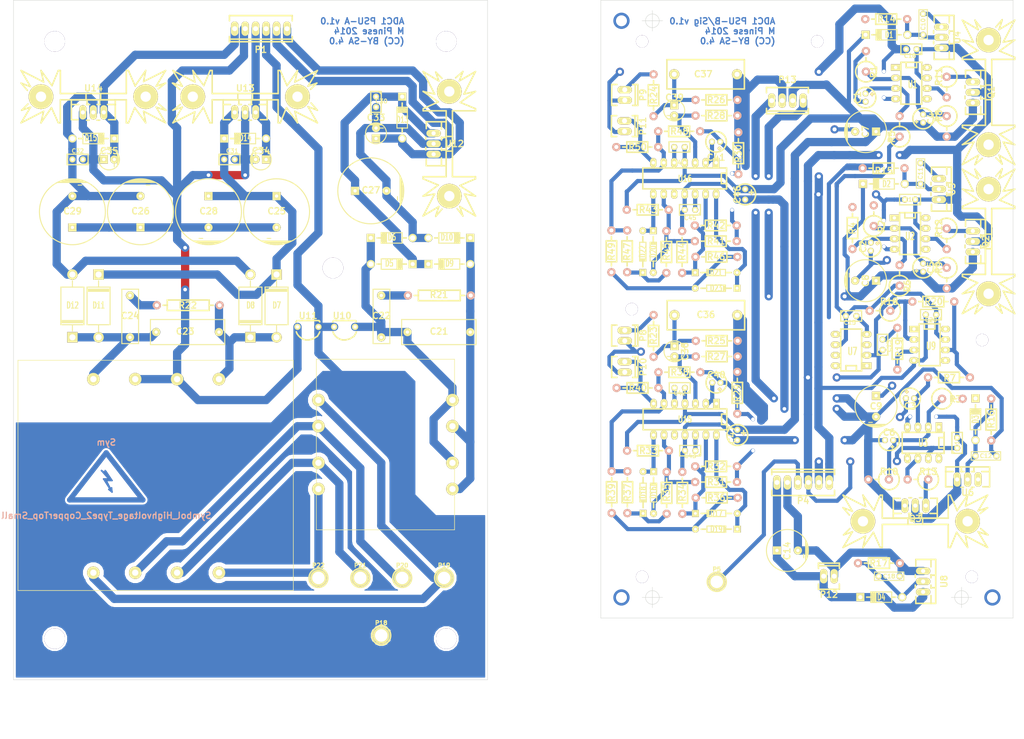
<source format=kicad_pcb>
(kicad_pcb (version 3) (host pcbnew "(2014-03-19 BZR 4756)-product")
  (layers (15 F.Cu signal) (2 Inner2.Cu signal) (1 Inner1.Cu signal hide) (0 B.Cu signal) (18 B.Paste user hide) (19 F.Paste user hide) (20 B.SilkS user) (21 F.SilkS user) (22 B.Mask user) (23 F.Mask user) (28 Edge.Cuts user))
  (net 0 "")
  (net 1 "Net-(C1-Pad1)")
  (net 2 /Clipper/AGND)
  (net 3 "Net-(C2-Pad1)")
  (net 4 "Net-(C3-Pad2)")
  (net 5 /Clipper/+15V)
  (net 6 "Net-(C4-Pad2)")
  (net 7 /PSU-internal/+4V)
  (net 8 "Net-(C5-Pad2)")
  (net 9 "Net-(C6-Pad1)")
  (net 10 /Clipper/-15V)
  (net 11 "Net-(C10-Pad1)")
  (net 12 "Net-(C11-Pad1)")
  (net 13 "Net-(C12-Pad1)")
  (net 14 /PSU-internal/+5V)
  (net 15 /PSU-internal/DGND)
  (net 16 /PSU-internal/VREF+)
  (net 17 /PSU-internal/+18V_EXT)
  (net 18 /PSU-internal/-18V_EXT)
  (net 19 "Net-(C18-Pad1)")
  (net 20 /PSU-external/SEC4)
  (net 21 /PSU-external/SEC3)
  (net 22 /PSU-external/SEC2)
  (net 23 /PSU-external/SEC1)
  (net 24 "Net-(C25-Pad1)")
  (net 25 /PSU-external/AGND_EXT)
  (net 26 "Net-(C26-Pad2)")
  (net 27 "Net-(C27-Pad1)")
  (net 28 /PSU-external/DGND_EXT)
  (net 29 /PSU-external/+5V_EXT)
  (net 30 /PSU-external/+18V_EXT)
  (net 31 /PSU-external/-18V_EXT)
  (net 32 "Net-(C36-Pad1)")
  (net 33 "Net-(C37-Pad1)")
  (net 34 "Net-(C38-Pad2)")
  (net 35 "Net-(C39-Pad2)")
  (net 36 /Clipper/LIN)
  (net 37 "Net-(C40-Pad2)")
  (net 38 /Clipper/RIN)
  (net 39 "Net-(C41-Pad2)")
  (net 40 "Net-(D16-Pad1)")
  (net 41 "Net-(D16-Pad2)")
  (net 42 "Net-(D17-Pad1)")
  (net 43 "Net-(D17-Pad2)")
  (net 44 "Net-(D18-Pad2)")
  (net 45 "Net-(D20-Pad1)")
  (net 46 "Net-(D20-Pad2)")
  (net 47 "Net-(D21-Pad1)")
  (net 48 "Net-(D21-Pad2)")
  (net 49 "Net-(D22-Pad2)")
  (net 50 /PSU-external/SAF_GND)
  (net 51 "/Line Receiver/LIN")
  (net 52 "/Line Receiver/RIN")
  (net 53 /Clipper/LOUT)
  (net 54 /Clipper/ROUT)
  (net 55 /PSU-external/PA1)
  (net 56 /PSU-external/PA2)
  (net 57 /PSU-external/PB1)
  (net 58 /PSU-external/PB2)
  (net 59 "Net-(Q1-Pad1)")
  (net 60 "Net-(Q2-Pad1)")
  (net 61 "Net-(Q3-Pad1)")
  (net 62 /PSU-internal/VREF-)
  (net 63 "Net-(R11-Pad2)")
  (net 64 "Net-(R12-Pad2)")
  (net 65 "Net-(R13-Pad2)")
  (net 66 "Net-(R18-Pad1)")
  (net 67 "Net-(R19-Pad1)")
  (net 68 "Net-(R37-Pad2)")
  (net 69 "Net-(R47-Pad2)")
  (net 70 "Net-(U7-Pad3)")
  (net 71 "Net-(U7-Pad5)")
  (net 72 /PSU-external/SEC6)
  (net 73 /PSU-external/SEC7)
  (net 74 "Net-(P4-Pad3)")
  (net 75 "Net-(D19-Pad1)")
  (net 76 "Net-(D23-Pad1)")
  (net 77 "Net-(U1-Pad1)")
  (net 78 "Net-(U1-Pad8)")
  (net 79 "Net-(U2-Pad1)")
  (net 80 "Net-(U2-Pad8)")
  (net 81 "Net-(U3-Pad1)")
  (net 82 "Net-(U3-Pad8)")
  (net 83 "Net-(U9-Pad1)")
  (net 84 "Net-(U9-Pad8)")
  (module Mounting_Holes:MountingHole_5mm (layer F.Cu) (at 37.5 25)
    (fp_text reference MH hide)
    (fp_text value MountingHole_5mm_RevA_Date21Jun2010 hide)
    (pad 1 thru_hole circle (at 0 0) (size 5.00126 5.00126) (drill 5.00126) (layers))
  )
  (module Mounting_Holes:MountingHole_5mm (layer F.Cu) (at 132.5 25)
    (fp_text reference MH hide)
    (fp_text value MountingHole_5mm_RevA_Date21Jun2010 hide)
    (pad 1 thru_hole circle (at 0 0) (size 5.00126 5.00126) (drill 5.00126) (layers))
  )
  (module Mounting_Holes:MountingHole_5mm (layer F.Cu) (at 37.5 170)
    (fp_text reference MH hide)
    (fp_text value MountingHole_5mm_RevA_Date21Jun2010 hide)
    (pad 1 thru_hole circle (at 0 0) (size 5.00126 5.00126) (drill 5.00126) (layers))
  )
  (module Mounting_Holes:MountingHole_5mm (layer F.Cu) (at 132.5 170)
    (fp_text reference MH hide)
    (fp_text value MountingHole_5mm_RevA_Date21Jun2010 hide)
    (pad 1 thru_hole circle (at 0 0) (size 5.00126 5.00126) (drill 5.00126) (layers))
  )
  (module Capacitors_Elko_ThroughHole:Elko_vert_DM5_RM2 (layer F.Cu) (at 234.22 38.64 270)
    (fp_text reference C1 (at 0 1.905 270) (layer F.SilkS) (effects (font (thickness 0.3048))))
    (fp_text value 10u hide)
    (fp_line (start -0.8001 -1.6002) (end -0.8001 -1.30048) (layer F.Cu) (width 0.381))
    (fp_line (start -0.8001 -1.6002) (end -0.50038 -1.6002) (layer F.Cu) (width 0.381))
    (fp_line (start -1.09982 -1.6002) (end -0.8001 -1.6002) (layer F.Cu) (width 0.381))
    (fp_line (start -0.8001 -1.6002) (end -0.8001 -1.89992) (layer F.Cu) (width 0.381))
    (pad 1 thru_hole circle (at -1.00076 0 270) (size 1.48082 1.48082) (drill 0.8001) (layers *.Cu *.Mask F.SilkS) (net 1 "Net-(C1-Pad1)"))
    (pad 2 thru_hole circle (at 1.00076 0 270) (size 1.48082 1.48082) (drill 0.8001) (layers *.Cu *.Mask F.SilkS) (net 2 /Clipper/AGND))
  )
  (module Capacitors_Elko_ThroughHole:Elko_vert_DM5_RM2 (layer F.Cu) (at 235.49 74.835 270)
    (fp_text reference C2 (at 0 1.905 270) (layer F.SilkS) (effects (font (thickness 0.3048))))
    (fp_text value 47u hide)
    (fp_line (start -0.8001 -1.6002) (end -0.8001 -1.30048) (layer F.Cu) (width 0.381))
    (fp_line (start -0.8001 -1.6002) (end -0.50038 -1.6002) (layer F.Cu) (width 0.381))
    (fp_line (start -1.09982 -1.6002) (end -0.8001 -1.6002) (layer F.Cu) (width 0.381))
    (fp_line (start -0.8001 -1.6002) (end -0.8001 -1.89992) (layer F.Cu) (width 0.381))
    (pad 1 thru_hole circle (at -1.00076 0 270) (size 1.48082 1.48082) (drill 0.8001) (layers *.Cu *.Mask F.SilkS) (net 3 "Net-(C2-Pad1)"))
    (pad 2 thru_hole circle (at 1.00076 0 270) (size 1.48082 1.48082) (drill 0.8001) (layers *.Cu *.Mask F.SilkS) (net 2 /Clipper/AGND))
  )
  (module Capacitors_Elko_ThroughHole:Elko_vert_DM5_RM2 (layer F.Cu) (at 245.015 111.665)
    (fp_text reference C3 (at 0 1.905) (layer F.SilkS) (effects (font (thickness 0.3048))))
    (fp_text value 10u hide)
    (fp_line (start -0.8001 -1.6002) (end -0.8001 -1.30048) (layer F.Cu) (width 0.381))
    (fp_line (start -0.8001 -1.6002) (end -0.50038 -1.6002) (layer F.Cu) (width 0.381))
    (fp_line (start -1.09982 -1.6002) (end -0.8001 -1.6002) (layer F.Cu) (width 0.381))
    (fp_line (start -0.8001 -1.6002) (end -0.8001 -1.89992) (layer F.Cu) (width 0.381))
    (pad 1 thru_hole circle (at -1.00076 0) (size 1.48082 1.48082) (drill 0.8001) (layers *.Cu *.Mask F.SilkS) (net 2 /Clipper/AGND))
    (pad 2 thru_hole circle (at 1.00076 0) (size 1.48082 1.48082) (drill 0.8001) (layers *.Cu *.Mask F.SilkS) (net 4 "Net-(C3-Pad2)"))
  )
  (module Capacitors_Elko_ThroughHole:Elko_vert_DM5_RM2 (layer F.Cu) (at 248.19 43.72 90)
    (fp_text reference C4 (at 0 1.905 90) (layer F.SilkS) (effects (font (thickness 0.3048))))
    (fp_text value 10u hide)
    (fp_line (start -0.8001 -1.6002) (end -0.8001 -1.30048) (layer F.Cu) (width 0.381))
    (fp_line (start -0.8001 -1.6002) (end -0.50038 -1.6002) (layer F.Cu) (width 0.381))
    (fp_line (start -1.09982 -1.6002) (end -0.8001 -1.6002) (layer F.Cu) (width 0.381))
    (fp_line (start -0.8001 -1.6002) (end -0.8001 -1.89992) (layer F.Cu) (width 0.381))
    (pad 1 thru_hole circle (at -1.00076 0 90) (size 1.48082 1.48082) (drill 0.8001) (layers *.Cu *.Mask F.SilkS) (net 5 /Clipper/+15V))
    (pad 2 thru_hole circle (at 1.00076 0 90) (size 1.48082 1.48082) (drill 0.8001) (layers *.Cu *.Mask F.SilkS) (net 6 "Net-(C4-Pad2)"))
  )
  (module Capacitors_Elko_ThroughHole:Elko_vert_DM5_RM2 (layer F.Cu) (at 248.19 79.915 90)
    (fp_text reference C5 (at 0 1.905 90) (layer F.SilkS) (effects (font (thickness 0.3048))))
    (fp_text value 10u hide)
    (fp_line (start -0.8001 -1.6002) (end -0.8001 -1.30048) (layer F.Cu) (width 0.381))
    (fp_line (start -0.8001 -1.6002) (end -0.50038 -1.6002) (layer F.Cu) (width 0.381))
    (fp_line (start -1.09982 -1.6002) (end -0.8001 -1.6002) (layer F.Cu) (width 0.381))
    (fp_line (start -0.8001 -1.6002) (end -0.8001 -1.89992) (layer F.Cu) (width 0.381))
    (pad 1 thru_hole circle (at -1.00076 0 90) (size 1.48082 1.48082) (drill 0.8001) (layers *.Cu *.Mask F.SilkS) (net 7 /PSU-internal/+4V))
    (pad 2 thru_hole circle (at 1.00076 0 90) (size 1.48082 1.48082) (drill 0.8001) (layers *.Cu *.Mask F.SilkS) (net 8 "Net-(C5-Pad2)"))
  )
  (module Capacitors_Elko_ThroughHole:Elko_vert_DM5_RM2 (layer F.Cu) (at 239.935 121.825 180)
    (fp_text reference C6 (at 0 1.905 180) (layer F.SilkS) (effects (font (thickness 0.3048))))
    (fp_text value 10u hide)
    (fp_line (start -0.8001 -1.6002) (end -0.8001 -1.30048) (layer F.Cu) (width 0.381))
    (fp_line (start -0.8001 -1.6002) (end -0.50038 -1.6002) (layer F.Cu) (width 0.381))
    (fp_line (start -1.09982 -1.6002) (end -0.8001 -1.6002) (layer F.Cu) (width 0.381))
    (fp_line (start -0.8001 -1.6002) (end -0.8001 -1.89992) (layer F.Cu) (width 0.381))
    (pad 1 thru_hole circle (at -1.00076 0 180) (size 1.48082 1.48082) (drill 0.8001) (layers *.Cu *.Mask F.SilkS) (net 9 "Net-(C6-Pad1)"))
    (pad 2 thru_hole circle (at 1.00076 0 180) (size 1.48082 1.48082) (drill 0.8001) (layers *.Cu *.Mask F.SilkS) (net 10 /Clipper/-15V))
  )
  (module Capacitors_ThroughHole:Capacitor10x16RM5 (layer F.Cu) (at 234.22 46.895 90)
    (fp_text reference C7 (at 0 0 90) (layer F.SilkS) (effects (font (thickness 0.3048))))
    (fp_text value 470u hide)
    (pad 1 thru_hole rect (at 0 2.54 90) (size 1.99898 1.99898) (drill 0.8001) (layers *.Cu *.Mask F.SilkS) (net 5 /Clipper/+15V))
    (pad 2 thru_hole circle (at 0 -2.54 90) (size 1.99898 1.99898) (drill 0.8001) (layers *.Cu *.Mask F.SilkS) (net 2 /Clipper/AGND))
  )
  (module Capacitors_ThroughHole:Capacitor10x16RM5 (layer F.Cu) (at 234.22 83.09 90)
    (fp_text reference C8 (at 0 0 90) (layer F.SilkS) (effects (font (thickness 0.3048))))
    (fp_text value 470u hide)
    (pad 1 thru_hole rect (at 0 2.54 90) (size 1.99898 1.99898) (drill 0.8001) (layers *.Cu *.Mask F.SilkS) (net 7 /PSU-internal/+4V))
    (pad 2 thru_hole circle (at 0 -2.54 90) (size 1.99898 1.99898) (drill 0.8001) (layers *.Cu *.Mask F.SilkS) (net 2 /Clipper/AGND))
  )
  (module Capacitors_ThroughHole:Capacitor10x16RM5 (layer F.Cu) (at 236.76 113.57 180)
    (fp_text reference C9 (at 0 0 180) (layer F.SilkS) (effects (font (thickness 0.3048))))
    (fp_text value 470u hide)
    (pad 1 thru_hole rect (at 0 2.54 180) (size 1.99898 1.99898) (drill 0.8001) (layers *.Cu *.Mask F.SilkS) (net 2 /Clipper/AGND))
    (pad 2 thru_hole circle (at 0 -2.54 180) (size 1.99898 1.99898) (drill 0.8001) (layers *.Cu *.Mask F.SilkS) (net 10 /Clipper/-15V))
  )
  (module Capacitors_ThroughHole:Capacitor7.5MMDiscRM5 (layer F.Cu) (at 248.19 20.86 90)
    (fp_text reference C10 (at 0 0 90) (layer F.SilkS) (effects (font (size 1.016 1.016) (thickness 0.2032))))
    (fp_text value 47n hide)
    (pad 1 thru_hole circle (at -2.54 0 90) (size 1.50114 1.50114) (drill 0.8001) (layers *.Cu *.Mask F.SilkS) (net 11 "Net-(C10-Pad1)"))
    (pad 2 thru_hole circle (at 2.54 0 90) (size 1.50114 1.50114) (drill 0.8001) (layers *.Cu *.Mask F.SilkS) (net 2 /Clipper/AGND))
  )
  (module Capacitors_ThroughHole:Capacitor7.5MMDiscRM5 (layer F.Cu) (at 247.555 57.055 90)
    (fp_text reference C11 (at 0 0 90) (layer F.SilkS) (effects (font (size 1.016 1.016) (thickness 0.2032))))
    (fp_text value 47n hide)
    (pad 1 thru_hole circle (at -2.54 0 90) (size 1.50114 1.50114) (drill 0.8001) (layers *.Cu *.Mask F.SilkS) (net 12 "Net-(C11-Pad1)"))
    (pad 2 thru_hole circle (at 2.54 0 90) (size 1.50114 1.50114) (drill 0.8001) (layers *.Cu *.Mask F.SilkS) (net 2 /Clipper/AGND))
  )
  (module Capacitors_ThroughHole:Capacitor7.5MMDiscRM5 (layer F.Cu) (at 263.43 125.635)
    (fp_text reference C12 (at 0 0) (layer F.SilkS) (effects (font (size 1.016 1.016) (thickness 0.2032))))
    (fp_text value 47n hide)
    (pad 1 thru_hole circle (at -2.54 0) (size 1.50114 1.50114) (drill 0.8001) (layers *.Cu *.Mask F.SilkS) (net 13 "Net-(C12-Pad1)"))
    (pad 2 thru_hole circle (at 2.54 0) (size 1.50114 1.50114) (drill 0.8001) (layers *.Cu *.Mask F.SilkS) (net 10 /Clipper/-15V))
  )
  (module Capacitors_ThroughHole:Capacitor3MMDiscRM2.5 (layer F.Cu) (at 238.3475 98.6475 90)
    (fp_text reference C13 (at -0.3175 1.5875 90) (layer F.SilkS) (effects (font (size 1.016 1.016) (thickness 0.2032))))
    (fp_text value 470n hide)
    (pad 1 thru_hole circle (at -1.27 0 90) (size 1.50114 1.50114) (drill 0.8001) (layers *.Cu *.Mask F.SilkS) (net 17 /PSU-internal/+18V_EXT))
    (pad 2 thru_hole circle (at 1.27 0 90) (size 1.50114 1.50114) (drill 0.8001) (layers *.Cu *.Mask F.SilkS) (net 2 /Clipper/AGND))
  )
  (module Capacitors_ThroughHole:Capacitor10x16RM5 (layer F.Cu) (at 215.265 148.59 270)
    (fp_text reference C14 (at 0.095 0.095 270) (layer F.SilkS) (effects (font (thickness 0.3048))))
    (fp_text value 470u hide)
    (pad 1 thru_hole rect (at 0 2.54 270) (size 1.99898 1.99898) (drill 0.8001) (layers *.Cu *.Mask F.SilkS) (net 14 /PSU-internal/+5V))
    (pad 2 thru_hole circle (at 0 -2.54 270) (size 1.99898 1.99898) (drill 0.8001) (layers *.Cu *.Mask F.SilkS) (net 15 /PSU-internal/DGND))
  )
  (module Capacitors_ThroughHole:Capacitor3MMDiscRM2.5 (layer F.Cu) (at 230.7275 91.6625)
    (fp_text reference C15 (at -0.3175 1.5875) (layer F.SilkS) (effects (font (size 1.016 1.016) (thickness 0.2032))))
    (fp_text value 470n hide)
    (pad 1 thru_hole circle (at -1.27 0) (size 1.50114 1.50114) (drill 0.8001) (layers *.Cu *.Mask F.SilkS) (net 16 /PSU-internal/VREF+))
    (pad 2 thru_hole circle (at 1.27 0) (size 1.50114 1.50114) (drill 0.8001) (layers *.Cu *.Mask F.SilkS) (net 2 /Clipper/AGND))
  )
  (module Capacitors_ThroughHole:Capacitor3MMDiscRM2.5 (layer F.Cu) (at 245.3325 26.8925 180)
    (fp_text reference C16 (at 0.3175 -1.5875 180) (layer F.SilkS) (effects (font (size 1.016 1.016) (thickness 0.2032))))
    (fp_text value 470n hide)
    (pad 1 thru_hole circle (at -1.27 0 180) (size 1.50114 1.50114) (drill 0.8001) (layers *.Cu *.Mask F.SilkS) (net 17 /PSU-internal/+18V_EXT))
    (pad 2 thru_hole circle (at 1.27 0 180) (size 1.50114 1.50114) (drill 0.8001) (layers *.Cu *.Mask F.SilkS) (net 18 /PSU-internal/-18V_EXT))
  )
  (module Capacitors_ThroughHole:Capacitor3MMDiscRM2.5 (layer F.Cu) (at 245.015 63.405 180)
    (fp_text reference C17 (at 0 0 180) (layer F.SilkS) (effects (font (size 1.016 1.016) (thickness 0.2032))))
    (fp_text value 470n hide)
    (pad 1 thru_hole circle (at -1.27 0 180) (size 1.50114 1.50114) (drill 0.8001) (layers *.Cu *.Mask F.SilkS) (net 17 /PSU-internal/+18V_EXT))
    (pad 2 thru_hole circle (at 1.27 0 180) (size 1.50114 1.50114) (drill 0.8001) (layers *.Cu *.Mask F.SilkS) (net 18 /PSU-internal/-18V_EXT))
  )
  (module Capacitors_ThroughHole:Capacitor7.5MMDiscRM5 (layer F.Cu) (at 239.935 154.845)
    (fp_text reference C18 (at 0 0) (layer F.SilkS) (effects (font (size 1.016 1.016) (thickness 0.2032))))
    (fp_text value 47n hide)
    (pad 1 thru_hole circle (at -2.54 0) (size 1.50114 1.50114) (drill 0.8001) (layers *.Cu *.Mask F.SilkS) (net 19 "Net-(C18-Pad1)"))
    (pad 2 thru_hole circle (at 2.54 0) (size 1.50114 1.50114) (drill 0.8001) (layers *.Cu *.Mask F.SilkS) (net 15 /PSU-internal/DGND))
  )
  (module Capacitors_ThroughHole:Capacitor3MMDiscRM2.5 (layer F.Cu) (at 256.445 122.46 90)
    (fp_text reference C19 (at 0 0 90) (layer F.SilkS) (effects (font (size 1.016 1.016) (thickness 0.2032))))
    (fp_text value 470n hide)
    (pad 1 thru_hole circle (at -1.27 0 90) (size 1.50114 1.50114) (drill 0.8001) (layers *.Cu *.Mask F.SilkS) (net 17 /PSU-internal/+18V_EXT))
    (pad 2 thru_hole circle (at 1.27 0 90) (size 1.50114 1.50114) (drill 0.8001) (layers *.Cu *.Mask F.SilkS) (net 18 /PSU-internal/-18V_EXT))
  )
  (module Capacitors_ThroughHole:Capacitor3MMDiscRM2.5 (layer F.Cu) (at 250.095 91.345 180)
    (fp_text reference C20 (at 0 -1.27 180) (layer F.SilkS) (effects (font (size 1.016 1.016) (thickness 0.2032))))
    (fp_text value 470n hide)
    (pad 1 thru_hole circle (at -1.27 0 180) (size 1.50114 1.50114) (drill 0.8001) (layers *.Cu *.Mask F.SilkS) (net 17 /PSU-internal/+18V_EXT))
    (pad 2 thru_hole circle (at 1.27 0 180) (size 1.50114 1.50114) (drill 0.8001) (layers *.Cu *.Mask F.SilkS) (net 18 /PSU-internal/-18V_EXT))
  )
  (module Capacitors_ThroughHole:Capacitor18x6RM15 (layer F.Cu) (at 130.69 95.57 180)
    (fp_text reference C21 (at -0.04 0.16 180) (layer F.SilkS) (effects (font (thickness 0.3048))))
    (fp_text value 150n hide)
    (pad 1 thru_hole circle (at -7.62 0 180) (size 1.99898 1.99898) (drill 0.8001) (layers *.Cu *.Mask F.SilkS) (net 20 /PSU-external/SEC4))
    (pad 2 thru_hole circle (at 7.62 0 180) (size 1.99898 1.99898) (drill 0.8001) (layers *.Cu *.Mask F.SilkS) (net 21 /PSU-external/SEC3))
  )
  (module Capacitors_ThroughHole:Capacitor13x4RM10 (layer F.Cu) (at 116.72 91.76 270)
    (fp_text reference C22 (at -0.16 -0.04 360) (layer F.SilkS) (effects (font (thickness 0.3048))))
    (fp_text value 10n hide)
    (pad 1 thru_hole circle (at -5.08 0 270) (size 1.99898 1.99898) (drill 0.8001) (layers *.Cu *.Mask F.SilkS) (net 72 /PSU-external/SEC6))
    (pad 2 thru_hole circle (at 5.08 0 270) (size 1.99898 1.99898) (drill 0.8001) (layers *.Cu *.Mask F.SilkS) (net 21 /PSU-external/SEC3))
  )
  (module Capacitors_ThroughHole:Capacitor18x6RM15 (layer F.Cu) (at 69.73 95.57 180)
    (fp_text reference C23 (at 0.595 0.16 180) (layer F.SilkS) (effects (font (thickness 0.3048))))
    (fp_text value 150n hide)
    (pad 1 thru_hole circle (at -7.62 0 180) (size 1.99898 1.99898) (drill 0.8001) (layers *.Cu *.Mask F.SilkS) (net 22 /PSU-external/SEC2))
    (pad 2 thru_hole circle (at 7.62 0 180) (size 1.99898 1.99898) (drill 0.8001) (layers *.Cu *.Mask F.SilkS) (net 23 /PSU-external/SEC1))
  )
  (module Capacitors_ThroughHole:Capacitor13x4RM10 (layer F.Cu) (at 55.76 91.76 270)
    (fp_text reference C24 (at -0.16 -0.04 360) (layer F.SilkS) (effects (font (thickness 0.3048))))
    (fp_text value 10n hide)
    (pad 1 thru_hole circle (at -5.08 0 270) (size 1.99898 1.99898) (drill 0.8001) (layers *.Cu *.Mask F.SilkS) (net 73 /PSU-external/SEC7))
    (pad 2 thru_hole circle (at 5.08 0 270) (size 1.99898 1.99898) (drill 0.8001) (layers *.Cu *.Mask F.SilkS) (net 23 /PSU-external/SEC1))
  )
  (module Capacitors_ThroughHole:Capacitor16x25RM7.5 (layer F.Cu) (at 91.32 66.36 180)
    (fp_text reference C25 (at -0.04 0.16 180) (layer F.SilkS) (effects (font (thickness 0.3048))))
    (fp_text value 2700u hide)
    (pad 1 thru_hole rect (at 0 3.81 180) (size 1.99898 1.99898) (drill 0.8001) (layers *.Cu *.Mask F.SilkS) (net 24 "Net-(C25-Pad1)"))
    (pad 2 thru_hole circle (at 0 -3.81 180) (size 1.99898 1.99898) (drill 0.8001) (layers *.Cu *.Mask F.SilkS) (net 25 /PSU-external/AGND_EXT))
  )
  (module Capacitors_ThroughHole:Capacitor16x25RM7.5 (layer F.Cu) (at 58.3 66.36)
    (fp_text reference C26 (at 0.04 -0.16) (layer F.SilkS) (effects (font (thickness 0.3048))))
    (fp_text value 2700u hide)
    (pad 1 thru_hole rect (at 0 3.81) (size 1.99898 1.99898) (drill 0.8001) (layers *.Cu *.Mask F.SilkS) (net 25 /PSU-external/AGND_EXT))
    (pad 2 thru_hole circle (at 0 -3.81) (size 1.99898 1.99898) (drill 0.8001) (layers *.Cu *.Mask F.SilkS) (net 26 "Net-(C26-Pad2)"))
  )
  (module Capacitors_ThroughHole:Capacitor16x25RM7.5 (layer F.Cu) (at 114.18 61.28 270)
    (fp_text reference C27 (at -0.16 -0.04 360) (layer F.SilkS) (effects (font (thickness 0.3048))))
    (fp_text value 2700u hide)
    (pad 1 thru_hole rect (at 0 3.81 270) (size 1.99898 1.99898) (drill 0.8001) (layers *.Cu *.Mask F.SilkS) (net 27 "Net-(C27-Pad1)"))
    (pad 2 thru_hole circle (at 0 -3.81 270) (size 1.99898 1.99898) (drill 0.8001) (layers *.Cu *.Mask F.SilkS) (net 28 /PSU-external/DGND_EXT))
  )
  (module Capacitors_ThroughHole:Capacitor16x25RM7.5 (layer F.Cu) (at 74.81 66.36 180)
    (fp_text reference C28 (at -0.04 0.16 180) (layer F.SilkS) (effects (font (thickness 0.3048))))
    (fp_text value 2700u hide)
    (pad 1 thru_hole rect (at 0 3.81 180) (size 1.99898 1.99898) (drill 0.8001) (layers *.Cu *.Mask F.SilkS) (net 24 "Net-(C25-Pad1)"))
    (pad 2 thru_hole circle (at 0 -3.81 180) (size 1.99898 1.99898) (drill 0.8001) (layers *.Cu *.Mask F.SilkS) (net 25 /PSU-external/AGND_EXT))
  )
  (module Capacitors_ThroughHole:Capacitor16x25RM7.5 (layer F.Cu) (at 41.79 66.36)
    (fp_text reference C29 (at 0.04 -0.16) (layer F.SilkS) (effects (font (thickness 0.3048))))
    (fp_text value 2700u hide)
    (pad 1 thru_hole rect (at 0 3.81) (size 1.99898 1.99898) (drill 0.8001) (layers *.Cu *.Mask F.SilkS) (net 25 /PSU-external/AGND_EXT))
    (pad 2 thru_hole circle (at 0 -3.81) (size 1.99898 1.99898) (drill 0.8001) (layers *.Cu *.Mask F.SilkS) (net 26 "Net-(C26-Pad2)"))
  )
  (module Capacitors_ThroughHole:Capacitor3MMDiscRM2.5 (layer F.Cu) (at 115.45 39.69 270)
    (fp_text reference C30 (at -0.16 -1.31 360) (layer F.SilkS) (effects (font (size 1.016 1.016) (thickness 0.2032))))
    (fp_text value 470n hide)
    (pad 1 thru_hole circle (at -1.27 0 270) (size 1.50114 1.50114) (drill 0.8001) (layers *.Cu *.Mask F.SilkS) (net 27 "Net-(C27-Pad1)"))
    (pad 2 thru_hole circle (at 1.27 0 270) (size 1.50114 1.50114) (drill 0.8001) (layers *.Cu *.Mask F.SilkS) (net 28 /PSU-external/DGND_EXT))
  )
  (module Capacitors_ThroughHole:Capacitor3MMDiscRM2.5 (layer F.Cu) (at 79.89 53.66)
    (fp_text reference C31 (at 0.675 -2.065) (layer F.SilkS) (effects (font (size 1.016 1.016) (thickness 0.2032))))
    (fp_text value 470n hide)
    (pad 1 thru_hole circle (at -1.27 0) (size 1.50114 1.50114) (drill 0.8001) (layers *.Cu *.Mask F.SilkS) (net 24 "Net-(C25-Pad1)"))
    (pad 2 thru_hole circle (at 1.27 0) (size 1.50114 1.50114) (drill 0.8001) (layers *.Cu *.Mask F.SilkS) (net 25 /PSU-external/AGND_EXT))
  )
  (module Capacitors_ThroughHole:Capacitor3MMDiscRM2.5 (layer F.Cu) (at 43.06 53.66 180)
    (fp_text reference C32 (at -0.04 2.065 180) (layer F.SilkS) (effects (font (size 1.016 1.016) (thickness 0.2032))))
    (fp_text value 470n hide)
    (pad 1 thru_hole circle (at -1.27 0 180) (size 1.50114 1.50114) (drill 0.8001) (layers *.Cu *.Mask F.SilkS) (net 25 /PSU-external/AGND_EXT))
    (pad 2 thru_hole circle (at 1.27 0 180) (size 1.50114 1.50114) (drill 0.8001) (layers *.Cu *.Mask F.SilkS) (net 26 "Net-(C26-Pad2)"))
  )
  (module Capacitors_ThroughHole:Capacitor5x6RM2.5 (layer F.Cu) (at 115.45 47.31)
    (fp_text reference C33 (at 0 -3.81) (layer F.SilkS) (effects (font (thickness 0.3048))))
    (fp_text value 1u hide)
    (pad 1 thru_hole rect (at 0 1.27) (size 1.99898 1.99898) (drill 0.8001) (layers *.Cu *.Mask F.SilkS) (net 29 /PSU-external/+5V_EXT))
    (pad 2 thru_hole circle (at 0 -1.27) (size 1.99898 1.99898) (drill 0.8001) (layers *.Cu *.Mask F.SilkS) (net 28 /PSU-external/DGND_EXT))
  )
  (module Capacitors_ThroughHole:Capacitor5x6RM2.5 (layer F.Cu) (at 87.51 53.66 90)
    (fp_text reference C34 (at 2.065 0.04 180) (layer F.SilkS) (effects (font (thickness 0.3048))))
    (fp_text value 1u hide)
    (pad 1 thru_hole rect (at 0 1.27 90) (size 1.99898 1.99898) (drill 0.8001) (layers *.Cu *.Mask F.SilkS) (net 30 /PSU-external/+18V_EXT))
    (pad 2 thru_hole circle (at 0 -1.27 90) (size 1.99898 1.99898) (drill 0.8001) (layers *.Cu *.Mask F.SilkS) (net 25 /PSU-external/AGND_EXT))
  )
  (module Capacitors_ThroughHole:Capacitor5x6RM2.5 (layer F.Cu) (at 50.68 53.66 270)
    (fp_text reference C35 (at -2.065 -0.04 360) (layer F.SilkS) (effects (font (thickness 0.3048))))
    (fp_text value 1u hide)
    (pad 1 thru_hole rect (at 0 1.27 270) (size 1.99898 1.99898) (drill 0.8001) (layers *.Cu *.Mask F.SilkS) (net 25 /PSU-external/AGND_EXT))
    (pad 2 thru_hole circle (at 0 -1.27 270) (size 1.99898 1.99898) (drill 0.8001) (layers *.Cu *.Mask F.SilkS) (net 31 /PSU-external/-18V_EXT))
  )
  (module Capacitors_ThroughHole:Capacitor18x7RM15 (layer F.Cu) (at 187.865 91.345)
    (fp_text reference C36 (at 7.62 0) (layer F.SilkS) (effects (font (thickness 0.3048))))
    (fp_text value 6.2n hide)
    (pad 1 thru_hole circle (at 0 0.127) (size 2.49936 2.49936) (drill 1.19888) (layers *.Cu *.Mask F.SilkS) (net 32 "Net-(C36-Pad1)"))
    (pad 2 thru_hole circle (at 15.24 0.127) (size 2.49936 2.49936) (drill 1.19888) (layers *.Cu *.Mask F.SilkS) (net 2 /Clipper/AGND))
  )
  (module Capacitors_ThroughHole:Capacitor18x7RM15 (layer F.Cu) (at 187.8015 32.8615)
    (fp_text reference C37 (at 7.0485 0.0635) (layer F.SilkS) (effects (font (thickness 0.3048))))
    (fp_text value 6.2n hide)
    (pad 1 thru_hole circle (at 0 0.127) (size 2.49936 2.49936) (drill 1.19888) (layers *.Cu *.Mask F.SilkS) (net 33 "Net-(C37-Pad1)"))
    (pad 2 thru_hole circle (at 15.24 0.127) (size 2.49936 2.49936) (drill 1.19888) (layers *.Cu *.Mask F.SilkS) (net 2 /Clipper/AGND))
  )
  (module Capacitors_ThroughHole:Capacitor5x11RM2.5 (layer F.Cu) (at 187.865 100.235 180)
    (fp_text reference C38 (at -2.54 0 270) (layer F.SilkS) (effects (font (thickness 0.3048))))
    (fp_text value 22u hide)
    (pad 1 thru_hole rect (at 0 1.27 180) (size 1.99898 1.99898) (drill 0.8001) (layers *.Cu *.Mask F.SilkS) (net 32 "Net-(C36-Pad1)"))
    (pad 2 thru_hole circle (at 0 -1.27 180) (size 1.99898 1.99898) (drill 0.8001) (layers *.Cu *.Mask F.SilkS) (net 34 "Net-(C38-Pad2)"))
  )
  (module Capacitors_ThroughHole:Capacitor5x11RM2.5 (layer F.Cu) (at 187.8015 41.7515 180)
    (fp_text reference C39 (at -0.0635 3.1115 180) (layer F.SilkS) (effects (font (thickness 0.3048))))
    (fp_text value 22u hide)
    (pad 1 thru_hole rect (at 0 1.27 180) (size 1.99898 1.99898) (drill 0.8001) (layers *.Cu *.Mask F.SilkS) (net 33 "Net-(C37-Pad1)"))
    (pad 2 thru_hole circle (at 0 -1.27 180) (size 1.99898 1.99898) (drill 0.8001) (layers *.Cu *.Mask F.SilkS) (net 35 "Net-(C39-Pad2)"))
  )
  (module Capacitors_Elko_ThroughHole:Elko_vert_DM5_RM2 (layer F.Cu) (at 198.025 107.855 180)
    (fp_text reference C40 (at 0 1.905 180) (layer F.SilkS) (effects (font (thickness 0.3048))))
    (fp_text value 47u hide)
    (fp_line (start -0.8001 -1.6002) (end -0.8001 -1.30048) (layer F.Cu) (width 0.381))
    (fp_line (start -0.8001 -1.6002) (end -0.50038 -1.6002) (layer F.Cu) (width 0.381))
    (fp_line (start -1.09982 -1.6002) (end -0.8001 -1.6002) (layer F.Cu) (width 0.381))
    (fp_line (start -0.8001 -1.6002) (end -0.8001 -1.89992) (layer F.Cu) (width 0.381))
    (pad 1 thru_hole circle (at -1.00076 0 180) (size 1.48082 1.48082) (drill 0.8001) (layers *.Cu *.Mask F.SilkS) (net 36 /Clipper/LIN))
    (pad 2 thru_hole circle (at 1.00076 0 180) (size 1.48082 1.48082) (drill 0.8001) (layers *.Cu *.Mask F.SilkS) (net 37 "Net-(C40-Pad2)"))
  )
  (module Capacitors_Elko_ThroughHole:Elko_vert_DM5_RM2 (layer F.Cu) (at 197.9615 49.3715 180)
    (fp_text reference C41 (at 0 -3.81 180) (layer F.SilkS) (effects (font (thickness 0.3048))))
    (fp_text value 47u hide)
    (fp_line (start -0.8001 -1.6002) (end -0.8001 -1.30048) (layer F.Cu) (width 0.381))
    (fp_line (start -0.8001 -1.6002) (end -0.50038 -1.6002) (layer F.Cu) (width 0.381))
    (fp_line (start -1.09982 -1.6002) (end -0.8001 -1.6002) (layer F.Cu) (width 0.381))
    (fp_line (start -0.8001 -1.6002) (end -0.8001 -1.89992) (layer F.Cu) (width 0.381))
    (pad 1 thru_hole circle (at -1.00076 0 180) (size 1.48082 1.48082) (drill 0.8001) (layers *.Cu *.Mask F.SilkS) (net 38 /Clipper/RIN))
    (pad 2 thru_hole circle (at 1.00076 0 180) (size 1.48082 1.48082) (drill 0.8001) (layers *.Cu *.Mask F.SilkS) (net 39 "Net-(C41-Pad2)"))
  )
  (module Capacitors_ThroughHole:Capacitor3MMDiscRM2.5 (layer F.Cu) (at 189.135 109.125 180)
    (fp_text reference C42 (at 0 -1.27 180) (layer F.SilkS) (effects (font (size 1.016 1.016) (thickness 0.2032))))
    (fp_text value 470n hide)
    (pad 1 thru_hole circle (at -1.27 0 180) (size 1.50114 1.50114) (drill 0.8001) (layers *.Cu *.Mask F.SilkS) (net 5 /Clipper/+15V))
    (pad 2 thru_hole circle (at 1.27 0 180) (size 1.50114 1.50114) (drill 0.8001) (layers *.Cu *.Mask F.SilkS) (net 2 /Clipper/AGND))
  )
  (module Capacitors_ThroughHole:Capacitor3MMDiscRM2.5 (layer F.Cu) (at 191.675 124.365 180)
    (fp_text reference C43 (at 0 -1.27 180) (layer F.SilkS) (effects (font (size 1.016 1.016) (thickness 0.2032))))
    (fp_text value 470n hide)
    (pad 1 thru_hole circle (at -1.27 0 180) (size 1.50114 1.50114) (drill 0.8001) (layers *.Cu *.Mask F.SilkS) (net 2 /Clipper/AGND))
    (pad 2 thru_hole circle (at 1.27 0 180) (size 1.50114 1.50114) (drill 0.8001) (layers *.Cu *.Mask F.SilkS) (net 10 /Clipper/-15V))
  )
  (module Capacitors_ThroughHole:Capacitor3MMDiscRM2.5 (layer F.Cu) (at 189.0715 50.6415 180)
    (fp_text reference C44 (at 0 -3.81 180) (layer F.SilkS) (effects (font (size 1.016 1.016) (thickness 0.2032))))
    (fp_text value 470n hide)
    (pad 1 thru_hole circle (at -1.27 0 180) (size 1.50114 1.50114) (drill 0.8001) (layers *.Cu *.Mask F.SilkS) (net 5 /Clipper/+15V))
    (pad 2 thru_hole circle (at 1.27 0 180) (size 1.50114 1.50114) (drill 0.8001) (layers *.Cu *.Mask F.SilkS) (net 2 /Clipper/AGND))
  )
  (module Capacitors_ThroughHole:Capacitor3MMDiscRM2.5 (layer F.Cu) (at 191.6115 65.8815 180)
    (fp_text reference C45 (at -0.0635 -1.9685 180) (layer F.SilkS) (effects (font (size 1.016 1.016) (thickness 0.2032))))
    (fp_text value 470n hide)
    (pad 1 thru_hole circle (at -1.27 0 180) (size 1.50114 1.50114) (drill 0.8001) (layers *.Cu *.Mask F.SilkS) (net 2 /Clipper/AGND))
    (pad 2 thru_hole circle (at 1.27 0 180) (size 1.50114 1.50114) (drill 0.8001) (layers *.Cu *.Mask F.SilkS) (net 10 /Clipper/-15V))
  )
  (module Diodes_ThroughHole:Diode_DO-41_SOD81_Horizontal_RM10 (layer F.Cu) (at 239.3 23.4 180)
    (fp_text reference D1 (at -0.635 0 180) (layer F.SilkS) (effects (font (size 1.524 1.016) (thickness 0.254))))
    (fp_text value 1N4745 hide)
    (pad 1 thru_hole circle (at -5.08 0 180) (size 1.99898 1.99898) (drill 1.27) (layers *.Cu *.Mask F.SilkS) (net 11 "Net-(C10-Pad1)"))
    (pad 2 thru_hole rect (at 5.08 0 180) (size 1.99898 1.99898) (drill 1.00076) (layers *.Cu *.Mask F.SilkS) (net 5 /Clipper/+15V))
  )
  (module Diodes_ThroughHole:Diode_DO-41_SOD81_Horizontal_RM10 (layer F.Cu) (at 238.665 59.595 180)
    (fp_text reference D2 (at -0.635 0 180) (layer F.SilkS) (effects (font (size 1.524 1.016) (thickness 0.254))))
    (fp_text value 1N4731 hide)
    (pad 1 thru_hole circle (at -5.08 0 180) (size 1.99898 1.99898) (drill 1.27) (layers *.Cu *.Mask F.SilkS) (net 12 "Net-(C11-Pad1)"))
    (pad 2 thru_hole rect (at 5.08 0 180) (size 1.99898 1.99898) (drill 1.00076) (layers *.Cu *.Mask F.SilkS) (net 7 /PSU-internal/+4V))
  )
  (module Diodes_ThroughHole:Diode_DO-41_SOD81_Horizontal_RM10 (layer F.Cu) (at 260.89 116.745 90)
    (fp_text reference D3 (at 0 0 90) (layer F.SilkS) (effects (font (size 1.524 1.016) (thickness 0.254))))
    (fp_text value 1N4745 hide)
    (pad 1 thru_hole circle (at -5.08 0 90) (size 1.99898 1.99898) (drill 1.27) (layers *.Cu *.Mask F.SilkS) (net 13 "Net-(C12-Pad1)"))
    (pad 2 thru_hole rect (at 5.08 0 90) (size 1.99898 1.99898) (drill 1.00076) (layers *.Cu *.Mask F.SilkS) (net 2 /Clipper/AGND))
  )
  (module Diodes_ThroughHole:Diode_DO-41_SOD81_Horizontal_RM10 (layer F.Cu) (at 238.03 159.925 180)
    (fp_text reference D4 (at 0 0 180) (layer F.SilkS) (effects (font (size 1.524 1.016) (thickness 0.254))))
    (fp_text value 1N4734 hide)
    (pad 1 thru_hole circle (at -5.08 0 180) (size 1.99898 1.99898) (drill 1.27) (layers *.Cu *.Mask F.SilkS) (net 19 "Net-(C18-Pad1)"))
    (pad 2 thru_hole rect (at 5.08 0 180) (size 1.99898 1.99898) (drill 1.00076) (layers *.Cu *.Mask F.SilkS) (net 14 /PSU-internal/+5V))
  )
  (module Diodes_ThroughHole:Diode_DO-41_SOD81_Horizontal_RM10 (layer F.Cu) (at 119.26 79.06)
    (fp_text reference D5 (at -0.595 -0.16) (layer F.SilkS) (effects (font (size 1.524 1.016) (thickness 0.254))))
    (fp_text value 1N4001 hide)
    (pad 1 thru_hole circle (at -5.08 0) (size 1.99898 1.99898) (drill 1.27) (layers *.Cu *.Mask F.SilkS) (net 21 /PSU-external/SEC3))
    (pad 2 thru_hole rect (at 5.08 0) (size 1.99898 1.99898) (drill 1.00076) (layers *.Cu *.Mask F.SilkS) (net 27 "Net-(C27-Pad1)"))
  )
  (module Diodes_ThroughHole:Diode_DO-41_SOD81_Horizontal_RM10 (layer F.Cu) (at 119.26 72.71 180)
    (fp_text reference D6 (at -0.04 0.16 180) (layer F.SilkS) (effects (font (size 1.524 1.016) (thickness 0.254))))
    (fp_text value 1N4001 hide)
    (pad 1 thru_hole circle (at -5.08 0 180) (size 1.99898 1.99898) (drill 1.27) (layers *.Cu *.Mask F.SilkS) (net 28 /PSU-external/DGND_EXT))
    (pad 2 thru_hole rect (at 5.08 0 180) (size 1.99898 1.99898) (drill 1.00076) (layers *.Cu *.Mask F.SilkS) (net 21 /PSU-external/SEC3))
  )
  (module Diodes_ThroughHole:Diode_DO-201AD_Horizontal_RM15 (layer F.Cu) (at 91.32 89.22 90)
    (fp_text reference D7 (at 0.16 0.04 180) (layer F.SilkS) (effects (font (size 1.524 1.016) (thickness 0.254))))
    (fp_text value RL205 hide)
    (pad 1 thru_hole circle (at -7.62 0 90) (size 2.54 2.54) (drill 1.50114) (layers *.Cu *.Mask F.SilkS) (net 22 /PSU-external/SEC2))
    (pad 2 thru_hole rect (at 7.62 0 90) (size 2.54 2.54) (drill 1.50114) (layers *.Cu *.Mask F.SilkS) (net 24 "Net-(C25-Pad1)"))
  )
  (module Diodes_ThroughHole:Diode_DO-201AD_Horizontal_RM15 (layer F.Cu) (at 84.97 89.22 270)
    (fp_text reference D8 (at -0.16 -0.04 360) (layer F.SilkS) (effects (font (size 1.524 1.016) (thickness 0.254))))
    (fp_text value RL205 hide)
    (pad 1 thru_hole circle (at -7.62 0 270) (size 2.54 2.54) (drill 1.50114) (layers *.Cu *.Mask F.SilkS) (net 26 "Net-(C26-Pad2)"))
    (pad 2 thru_hole rect (at 7.62 0 270) (size 2.54 2.54) (drill 1.50114) (layers *.Cu *.Mask F.SilkS) (net 22 /PSU-external/SEC2))
  )
  (module Diodes_ThroughHole:Diode_DO-41_SOD81_Horizontal_RM10 (layer F.Cu) (at 133.23 79.06 180)
    (fp_text reference D9 (at -0.04 0.16 180) (layer F.SilkS) (effects (font (size 1.524 1.016) (thickness 0.254))))
    (fp_text value 1N4001 hide)
    (pad 1 thru_hole circle (at -5.08 0 180) (size 1.99898 1.99898) (drill 1.27) (layers *.Cu *.Mask F.SilkS) (net 20 /PSU-external/SEC4))
    (pad 2 thru_hole rect (at 5.08 0 180) (size 1.99898 1.99898) (drill 1.00076) (layers *.Cu *.Mask F.SilkS) (net 27 "Net-(C27-Pad1)"))
  )
  (module Diodes_ThroughHole:Diode_DO-41_SOD81_Horizontal_RM10 (layer F.Cu) (at 133.23 72.71)
    (fp_text reference D10 (at -0.595 -0.16) (layer F.SilkS) (effects (font (size 1.524 1.016) (thickness 0.254))))
    (fp_text value 1N4001 hide)
    (pad 1 thru_hole circle (at -5.08 0) (size 1.99898 1.99898) (drill 1.27) (layers *.Cu *.Mask F.SilkS) (net 28 /PSU-external/DGND_EXT))
    (pad 2 thru_hole rect (at 5.08 0) (size 1.99898 1.99898) (drill 1.00076) (layers *.Cu *.Mask F.SilkS) (net 20 /PSU-external/SEC4))
  )
  (module Diodes_ThroughHole:Diode_DO-201AD_Horizontal_RM15 (layer F.Cu) (at 48.14 89.22 90)
    (fp_text reference D11 (at 0.16 0.04 360) (layer F.SilkS) (effects (font (size 1.524 1.016) (thickness 0.254))))
    (fp_text value RL205 hide)
    (pad 1 thru_hole circle (at -7.62 0 90) (size 2.54 2.54) (drill 1.50114) (layers *.Cu *.Mask F.SilkS) (net 23 /PSU-external/SEC1))
    (pad 2 thru_hole rect (at 7.62 0 90) (size 2.54 2.54) (drill 1.50114) (layers *.Cu *.Mask F.SilkS) (net 24 "Net-(C25-Pad1)"))
  )
  (module Diodes_ThroughHole:Diode_DO-201AD_Horizontal_RM15 (layer F.Cu) (at 41.79 89.22 270)
    (fp_text reference D12 (at -0.16 -0.04 360) (layer F.SilkS) (effects (font (size 1.524 1.016) (thickness 0.254))))
    (fp_text value RL205 hide)
    (pad 1 thru_hole circle (at -7.62 0 270) (size 2.54 2.54) (drill 1.50114) (layers *.Cu *.Mask F.SilkS) (net 26 "Net-(C26-Pad2)"))
    (pad 2 thru_hole rect (at 7.62 0 270) (size 2.54 2.54) (drill 1.50114) (layers *.Cu *.Mask F.SilkS) (net 23 /PSU-external/SEC1))
  )
  (module Diodes_ThroughHole:Diode_DO-41_SOD81_Horizontal_RM10 (layer F.Cu) (at 121.8 43.5 90)
    (fp_text reference D13 (at -0.475 0.04 180) (layer F.SilkS) (effects (font (size 1.524 1.016) (thickness 0.254))))
    (fp_text value 1N4001 hide)
    (pad 1 thru_hole circle (at -5.08 0 90) (size 1.99898 1.99898) (drill 1.27) (layers *.Cu *.Mask F.SilkS) (net 29 /PSU-external/+5V_EXT))
    (pad 2 thru_hole rect (at 5.08 0 90) (size 1.99898 1.99898) (drill 1.00076) (layers *.Cu *.Mask F.SilkS) (net 27 "Net-(C27-Pad1)"))
  )
  (module Diodes_ThroughHole:Diode_DO-41_SOD81_Horizontal_RM10 (layer F.Cu) (at 83.7 48.58 180)
    (fp_text reference D14 (at -0.04 0.16 180) (layer F.SilkS) (effects (font (size 1.524 1.016) (thickness 0.254))))
    (fp_text value 1N4001 hide)
    (pad 1 thru_hole circle (at -5.08 0 180) (size 1.99898 1.99898) (drill 1.27) (layers *.Cu *.Mask F.SilkS) (net 30 /PSU-external/+18V_EXT))
    (pad 2 thru_hole rect (at 5.08 0 180) (size 1.99898 1.99898) (drill 1.00076) (layers *.Cu *.Mask F.SilkS) (net 24 "Net-(C25-Pad1)"))
  )
  (module Diodes_ThroughHole:Diode_DO-41_SOD81_Horizontal_RM10 (layer F.Cu) (at 46.87 48.58)
    (fp_text reference D15 (at -0.595 -0.16) (layer F.SilkS) (effects (font (size 1.524 1.016) (thickness 0.254))))
    (fp_text value 1N4001 hide)
    (pad 1 thru_hole circle (at -5.08 0) (size 1.99898 1.99898) (drill 1.27) (layers *.Cu *.Mask F.SilkS) (net 26 "Net-(C26-Pad2)"))
    (pad 2 thru_hole rect (at 5.08 0) (size 1.99898 1.99898) (drill 1.00076) (layers *.Cu *.Mask F.SilkS) (net 31 /PSU-external/-18V_EXT))
  )
  (module Diodes_ThroughHole:Diode_DO-35_SOD27_Horizontal_RM10 (layer F.Cu) (at 182.785 134.525 90)
    (fp_text reference D16 (at 0 0 90) (layer F.SilkS) (effects (font (size 1.524 1.016) (thickness 0.254))))
    (fp_text value 1N4148 hide)
    (pad 1 thru_hole circle (at -5.08 0 90) (size 1.69926 1.69926) (drill 0.70104) (layers *.Cu *.Mask F.SilkS) (net 40 "Net-(D16-Pad1)"))
    (pad 2 thru_hole rect (at 5.08 0 90) (size 1.69926 1.69926) (drill 0.70104) (layers *.Cu *.Mask F.SilkS) (net 41 "Net-(D16-Pad2)"))
  )
  (module Diodes_ThroughHole:Diode_DO-35_SOD27_Horizontal_RM10 (layer F.Cu) (at 198.025 139.605 180)
    (fp_text reference D17 (at 0 0 180) (layer F.SilkS) (effects (font (size 1.524 1.016) (thickness 0.254))))
    (fp_text value 1N4148 hide)
    (pad 1 thru_hole circle (at -5.08 0 180) (size 1.69926 1.69926) (drill 0.70104) (layers *.Cu *.Mask F.SilkS) (net 42 "Net-(D17-Pad1)"))
    (pad 2 thru_hole rect (at 5.08 0 180) (size 1.69926 1.69926) (drill 0.70104) (layers *.Cu *.Mask F.SilkS) (net 43 "Net-(D17-Pad2)"))
  )
  (module Diodes_ThroughHole:Diode_DO-35_SOD27_Horizontal_RM10 (layer F.Cu) (at 180.245 134.525 270)
    (fp_text reference D18 (at 0 0 270) (layer F.SilkS) (effects (font (size 1.524 1.016) (thickness 0.254))))
    (fp_text value 1N4148 hide)
    (pad 1 thru_hole circle (at -5.08 0 270) (size 1.69926 1.69926) (drill 0.70104) (layers *.Cu *.Mask F.SilkS) (net 41 "Net-(D16-Pad2)"))
    (pad 2 thru_hole rect (at 5.08 0 270) (size 1.69926 1.69926) (drill 0.70104) (layers *.Cu *.Mask F.SilkS) (net 44 "Net-(D18-Pad2)"))
  )
  (module Diodes_ThroughHole:Diode_DO-35_SOD27_Horizontal_RM10 (layer F.Cu) (at 198.025 143.415)
    (fp_text reference D19 (at 0 0) (layer F.SilkS) (effects (font (size 1.524 1.016) (thickness 0.254))))
    (fp_text value 1N4148 hide)
    (pad 1 thru_hole circle (at -5.08 0) (size 1.69926 1.69926) (drill 0.70104) (layers *.Cu *.Mask F.SilkS) (net 75 "Net-(D19-Pad1)"))
    (pad 2 thru_hole rect (at 5.08 0) (size 1.69926 1.69926) (drill 0.70104) (layers *.Cu *.Mask F.SilkS) (net 42 "Net-(D17-Pad1)"))
  )
  (module Diodes_ThroughHole:Diode_DO-35_SOD27_Horizontal_RM10 (layer F.Cu) (at 182.7215 76.0415 90)
    (fp_text reference D20 (at 0 0 90) (layer F.SilkS) (effects (font (size 1.524 1.016) (thickness 0.254))))
    (fp_text value 1N4148 hide)
    (pad 1 thru_hole circle (at -5.08 0 90) (size 1.69926 1.69926) (drill 0.70104) (layers *.Cu *.Mask F.SilkS) (net 45 "Net-(D20-Pad1)"))
    (pad 2 thru_hole rect (at 5.08 0 90) (size 1.69926 1.69926) (drill 0.70104) (layers *.Cu *.Mask F.SilkS) (net 46 "Net-(D20-Pad2)"))
  )
  (module Diodes_ThroughHole:Diode_DO-35_SOD27_Horizontal_RM10 (layer F.Cu) (at 197.9615 81.1215 180)
    (fp_text reference D21 (at 0 0 180) (layer F.SilkS) (effects (font (size 1.524 1.016) (thickness 0.254))))
    (fp_text value 1N4148 hide)
    (pad 1 thru_hole circle (at -5.08 0 180) (size 1.69926 1.69926) (drill 0.70104) (layers *.Cu *.Mask F.SilkS) (net 47 "Net-(D21-Pad1)"))
    (pad 2 thru_hole rect (at 5.08 0 180) (size 1.69926 1.69926) (drill 0.70104) (layers *.Cu *.Mask F.SilkS) (net 48 "Net-(D21-Pad2)"))
  )
  (module Diodes_ThroughHole:Diode_DO-35_SOD27_Horizontal_RM10 (layer F.Cu) (at 180.1815 76.0415 270)
    (fp_text reference D22 (at 0 0 270) (layer F.SilkS) (effects (font (size 1.524 1.016) (thickness 0.254))))
    (fp_text value 1N4148 hide)
    (pad 1 thru_hole circle (at -5.08 0 270) (size 1.69926 1.69926) (drill 0.70104) (layers *.Cu *.Mask F.SilkS) (net 46 "Net-(D20-Pad2)"))
    (pad 2 thru_hole rect (at 5.08 0 270) (size 1.69926 1.69926) (drill 0.70104) (layers *.Cu *.Mask F.SilkS) (net 49 "Net-(D22-Pad2)"))
  )
  (module Diodes_ThroughHole:Diode_DO-35_SOD27_Horizontal_RM10 (layer F.Cu) (at 197.9615 84.9315)
    (fp_text reference D23 (at 0 0) (layer F.SilkS) (effects (font (size 1.524 1.016) (thickness 0.254))))
    (fp_text value 1N4148 hide)
    (pad 1 thru_hole circle (at -5.08 0) (size 1.69926 1.69926) (drill 0.70104) (layers *.Cu *.Mask F.SilkS) (net 76 "Net-(D23-Pad1)"))
    (pad 2 thru_hole rect (at 5.08 0) (size 1.69926 1.69926) (drill 0.70104) (layers *.Cu *.Mask F.SilkS) (net 47 "Net-(D21-Pad1)"))
  )
  (module Sockets_MOLEX_KK-System:Socket_MOLEX-KK-RM2-54mm_Lock_6pin_straight (layer F.Cu) (at 87.51 21.91 180)
    (fp_text reference P1 (at 0 -5.08 180) (layer F.SilkS) (effects (font (thickness 0.3048))))
    (fp_text value CONN_6 hide)
    (pad 1 thru_hole oval (at -6.35 0 180) (size 1.80086 3.50012) (drill 1.19888) (layers *.Cu *.Mask F.SilkS) (net 29 /PSU-external/+5V_EXT))
    (pad 2 thru_hole oval (at -3.81 0 180) (size 1.80086 3.50012) (drill 1.19888) (layers *.Cu *.Mask F.SilkS) (net 28 /PSU-external/DGND_EXT))
    (pad 3 thru_hole oval (at -1.27 0 180) (size 1.80086 3.50012) (drill 1.19888) (layers *.Cu *.Mask F.SilkS) (net 50 /PSU-external/SAF_GND))
    (pad 4 thru_hole oval (at 1.27 0 180) (size 1.80086 3.50012) (drill 1.19888) (layers *.Cu *.Mask F.SilkS) (net 30 /PSU-external/+18V_EXT))
    (pad 5 thru_hole oval (at 3.81 0 180) (size 1.80086 3.50012) (drill 1.19888) (layers *.Cu *.Mask F.SilkS) (net 25 /PSU-external/AGND_EXT))
    (pad 6 thru_hole oval (at 6.35 0 180) (size 1.80086 3.50012) (drill 1.19888) (layers *.Cu *.Mask F.SilkS) (net 31 /PSU-external/-18V_EXT))
  )
  (module Sockets_MOLEX_KK-System:Socket_MOLEX-KK-RM2-54mm_Lock_6pin_straight (layer F.Cu) (at 219.075 132.08)
    (fp_text reference P4 (at 0 4.445) (layer F.SilkS) (effects (font (thickness 0.3048))))
    (fp_text value CONN_6 hide)
    (pad 1 thru_hole oval (at -6.35 0) (size 1.80086 3.50012) (drill 1.19888) (layers *.Cu *.Mask F.SilkS) (net 14 /PSU-internal/+5V))
    (pad 2 thru_hole oval (at -3.81 0) (size 1.80086 3.50012) (drill 1.19888) (layers *.Cu *.Mask F.SilkS) (net 15 /PSU-internal/DGND))
    (pad 3 thru_hole oval (at -1.27 0) (size 1.80086 3.50012) (drill 1.19888) (layers *.Cu *.Mask F.SilkS) (net 74 "Net-(P4-Pad3)"))
    (pad 4 thru_hole oval (at 1.27 0) (size 1.80086 3.50012) (drill 1.19888) (layers *.Cu *.Mask F.SilkS) (net 17 /PSU-internal/+18V_EXT))
    (pad 5 thru_hole oval (at 3.81 0) (size 1.80086 3.50012) (drill 1.19888) (layers *.Cu *.Mask F.SilkS) (net 2 /Clipper/AGND))
    (pad 6 thru_hole oval (at 6.35 0) (size 1.80086 3.50012) (drill 1.19888) (layers *.Cu *.Mask F.SilkS) (net 18 /PSU-internal/-18V_EXT))
  )
  (module Connect:1pin (layer F.Cu) (at 198.12 156.21)
    (fp_text reference P5 (at 0 -3.048) (layer F.SilkS) (effects (font (size 1.016 1.016) (thickness 0.254))))
    (fp_text value CONN_1 hide)
    (pad 1 thru_hole circle (at 0 0) (size 4.064 4.064) (drill 3.048) (layers *.Cu *.Mask F.SilkS) (net 74 "Net-(P4-Pad3)"))
  )
  (module Sockets_MOLEX_KK-System:Socket_MOLEX-KK-RM2-54mm_Lock_2pin_straight (layer F.Cu) (at 175.8 96.425 270)
    (fp_text reference P8 (at 0 -4.445 270) (layer F.SilkS) (effects (font (thickness 0.3048))))
    (fp_text value CONN_2 hide)
    (pad 1 thru_hole oval (at -1.27 0 270) (size 1.80086 3.50012) (drill 1.19888) (layers *.Cu *.Mask F.SilkS) (net 51 "/Line Receiver/LIN"))
    (pad 2 thru_hole oval (at 1.27 0 270) (size 1.80086 3.50012) (drill 1.19888) (layers *.Cu *.Mask F.SilkS) (net 2 /Clipper/AGND))
  )
  (module Sockets_MOLEX_KK-System:Socket_MOLEX-KK-RM2-54mm_Lock_2pin_straight (layer F.Cu) (at 175.8 38.005 270)
    (fp_text reference P9 (at 0 -4.445 270) (layer F.SilkS) (effects (font (thickness 0.3048))))
    (fp_text value CONN_2 hide)
    (pad 1 thru_hole oval (at -1.27 0 270) (size 1.80086 3.50012) (drill 1.19888) (layers *.Cu *.Mask F.SilkS) (net 52 "/Line Receiver/RIN"))
    (pad 2 thru_hole oval (at 1.27 0 270) (size 1.80086 3.50012) (drill 1.19888) (layers *.Cu *.Mask F.SilkS) (net 2 /Clipper/AGND))
  )
  (module Sockets_MOLEX_KK-System:Socket_MOLEX-KK-RM2-54mm_Lock_2pin_straight (layer F.Cu) (at 175.8 104.045 270)
    (fp_text reference P10 (at 0 -4.445 270) (layer F.SilkS) (effects (font (thickness 0.3048))))
    (fp_text value CONN_2 hide)
    (pad 1 thru_hole oval (at -1.27 0 270) (size 1.80086 3.50012) (drill 1.19888) (layers *.Cu *.Mask F.SilkS) (net 53 /Clipper/LOUT))
    (pad 2 thru_hole oval (at 1.27 0 270) (size 1.80086 3.50012) (drill 1.19888) (layers *.Cu *.Mask F.SilkS) (net 2 /Clipper/AGND))
  )
  (module Sockets_MOLEX_KK-System:Socket_MOLEX-KK-RM2-54mm_Lock_2pin_straight (layer F.Cu) (at 175.7365 45.5615 270)
    (fp_text reference P11 (at 0 -4.445 270) (layer F.SilkS) (effects (font (thickness 0.3048))))
    (fp_text value CONN_2 hide)
    (pad 1 thru_hole oval (at -1.27 0 270) (size 1.80086 3.50012) (drill 1.19888) (layers *.Cu *.Mask F.SilkS) (net 54 /Clipper/ROUT))
    (pad 2 thru_hole oval (at 1.27 0 270) (size 1.80086 3.50012) (drill 1.19888) (layers *.Cu *.Mask F.SilkS) (net 2 /Clipper/AGND))
  )
  (module Sockets_MOLEX_KK-System:Socket_MOLEX-KK-RM2-54mm_Lock_2pin_straight (layer F.Cu) (at 225.33 154.845)
    (fp_text reference P12 (at 0 4.445) (layer F.SilkS) (effects (font (thickness 0.3048))))
    (fp_text value CONN_2 hide)
    (pad 1 thru_hole oval (at -1.27 0) (size 1.80086 3.50012) (drill 1.19888) (layers *.Cu *.Mask F.SilkS) (net 14 /PSU-internal/+5V))
    (pad 2 thru_hole oval (at 1.27 0) (size 1.80086 3.50012) (drill 1.19888) (layers *.Cu *.Mask F.SilkS) (net 15 /PSU-internal/DGND))
  )
  (module Sockets_MOLEX_KK-System:Socket_MOLEX-KK-RM2-54mm_Lock_4pin_straight (layer F.Cu) (at 215.265 39.37 180)
    (fp_text reference P13 (at 0 5.08 180) (layer F.SilkS) (effects (font (thickness 0.3048))))
    (fp_text value CONN_4 hide)
    (pad 1 thru_hole oval (at -3.81 0 180) (size 1.80086 3.50012) (drill 1.19888) (layers *.Cu *.Mask F.SilkS) (net 7 /PSU-internal/+4V))
    (pad 2 thru_hole oval (at -1.27 0 180) (size 1.80086 3.50012) (drill 1.19888) (layers *.Cu *.Mask F.SilkS) (net 5 /Clipper/+15V))
    (pad 3 thru_hole oval (at 1.27 0 180) (size 1.80086 3.50012) (drill 1.19888) (layers *.Cu *.Mask F.SilkS) (net 2 /Clipper/AGND))
    (pad 4 thru_hole oval (at 3.81 0 180) (size 1.80086 3.50012) (drill 1.19888) (layers *.Cu *.Mask F.SilkS) (net 10 /Clipper/-15V))
  )
  (module Connect:1pin (layer F.Cu) (at 116.72 169.23)
    (fp_text reference P18 (at 0 -3.048) (layer F.SilkS) (effects (font (size 1.016 1.016) (thickness 0.254))))
    (fp_text value CONN_1 hide)
    (pad 1 thru_hole circle (at 0 0) (size 4.064 4.064) (drill 3.048) (layers *.Cu *.Mask F.SilkS) (net 50 /PSU-external/SAF_GND))
  )
  (module Connect:1pin (layer F.Cu) (at 131.96 155.26)
    (fp_text reference P19 (at 0 -3.048) (layer F.SilkS) (effects (font (size 1.016 1.016) (thickness 0.254))))
    (fp_text value CONN_1 hide)
    (pad 1 thru_hole circle (at 0 0) (size 4.064 4.064) (drill 3.048) (layers *.Cu *.Mask F.SilkS) (net 55 /PSU-external/PA1))
  )
  (module Connect:1pin (layer F.Cu) (at 121.8 155.26)
    (fp_text reference P20 (at 0 -3.048) (layer F.SilkS) (effects (font (size 1.016 1.016) (thickness 0.254))))
    (fp_text value CONN_1 hide)
    (pad 1 thru_hole circle (at 0 0) (size 4.064 4.064) (drill 3.048) (layers *.Cu *.Mask F.SilkS) (net 56 /PSU-external/PA2))
  )
  (module Connect:1pin (layer F.Cu) (at 111.64 155.26)
    (fp_text reference P21 (at 0 -3.048) (layer F.SilkS) (effects (font (size 1.016 1.016) (thickness 0.254))))
    (fp_text value CONN_1 hide)
    (pad 1 thru_hole circle (at 0 0) (size 4.064 4.064) (drill 3.048) (layers *.Cu *.Mask F.SilkS) (net 57 /PSU-external/PB1))
  )
  (module Connect:1pin (layer F.Cu) (at 101.48 155.26)
    (fp_text reference P22 (at 0 -3.048) (layer F.SilkS) (effects (font (size 1.016 1.016) (thickness 0.254))))
    (fp_text value CONN_1 hide)
    (pad 1 thru_hole circle (at 0 0) (size 4.064 4.064) (drill 3.048) (layers *.Cu *.Mask F.SilkS) (net 58 /PSU-external/PB2))
  )
  (module Transistors_TO-220:TO-220_Neutral123_Vertical_LargePads (layer F.Cu) (at 260.255 37.37 270)
    (fp_text reference Q1 (at 0 -4.445 270) (layer F.SilkS) (effects (font (thickness 0.3048))))
    (fp_text value BD241A hide)
    (pad 2 thru_hole oval (at 0 0) (size 3.50012 1.69926) (drill 1.00076) (layers *.Cu *.Mask F.SilkS) (net 17 /PSU-internal/+18V_EXT))
    (pad 1 thru_hole oval (at -2.54 0) (size 3.50012 1.69926) (drill 1.00076) (layers *.Cu *.Mask F.SilkS) (net 59 "Net-(Q1-Pad1)"))
    (pad 3 thru_hole oval (at 2.54 0) (size 3.50012 1.69926) (drill 1.00076) (layers *.Cu *.Mask F.SilkS) (net 5 /Clipper/+15V))
  )
  (module Transistors_TO-220:TO-220_Neutral123_Vertical_LargePads (layer F.Cu) (at 260.255 73.565 270)
    (fp_text reference Q2 (at 0 -3.175 270) (layer F.SilkS) (effects (font (thickness 0.3048))))
    (fp_text value BD241A hide)
    (pad 2 thru_hole oval (at 0 0) (size 3.50012 1.69926) (drill 1.00076) (layers *.Cu *.Mask F.SilkS) (net 17 /PSU-internal/+18V_EXT))
    (pad 1 thru_hole oval (at -2.54 0) (size 3.50012 1.69926) (drill 1.00076) (layers *.Cu *.Mask F.SilkS) (net 60 "Net-(Q2-Pad1)"))
    (pad 3 thru_hole oval (at 2.54 0) (size 3.50012 1.69926) (drill 1.00076) (layers *.Cu *.Mask F.SilkS) (net 7 /PSU-internal/+4V))
  )
  (module Transistors_TO-220:TO-220_Neutral123_Vertical_LargePads (layer F.Cu) (at 246.285 137.7 180)
    (fp_text reference Q3 (at 0 -3.175 180) (layer F.SilkS) (effects (font (thickness 0.3048))))
    (fp_text value BD242 hide)
    (pad 2 thru_hole oval (at 0 0 270) (size 3.50012 1.69926) (drill 1.00076) (layers *.Cu *.Mask F.SilkS) (net 18 /PSU-internal/-18V_EXT))
    (pad 1 thru_hole oval (at -2.54 0 270) (size 3.50012 1.69926) (drill 1.00076) (layers *.Cu *.Mask F.SilkS) (net 61 "Net-(Q3-Pad1)"))
    (pad 3 thru_hole oval (at 2.54 0 270) (size 3.50012 1.69926) (drill 1.00076) (layers *.Cu *.Mask F.SilkS) (net 10 /Clipper/-15V))
  )
  (module Resistors_ThroughHole:Resistor_Horizontal_RM10mm (layer F.Cu) (at 238.665 55.785 180)
    (fp_text reference R15 (at 0 -0.635 180) (layer F.SilkS) (effects (font (thickness 0.3048))))
    (fp_text value 1k hide)
    (pad 1 thru_hole circle (at -5.00126 0 180) (size 1.99898 1.99898) (drill 1.00076) (layers *.Cu *.SilkS *.Mask) (net 12 "Net-(C11-Pad1)"))
    (pad 2 thru_hole circle (at 5.15874 0 180) (size 1.99898 1.99898) (drill 1.00076) (layers *.Cu *.SilkS *.Mask) (net 2 /Clipper/AGND))
  )
  (module Resistors_ThroughHole:Resistor_Horizontal_RM10mm (layer F.Cu) (at 264.7 116.745 270)
    (fp_text reference R16 (at 0 0 270) (layer F.SilkS) (effects (font (thickness 0.3048))))
    (fp_text value 1k hide)
    (pad 1 thru_hole circle (at -5.00126 0 270) (size 1.99898 1.99898) (drill 1.00076) (layers *.Cu *.SilkS *.Mask) (net 13 "Net-(C12-Pad1)"))
    (pad 2 thru_hole circle (at 5.15874 0 270) (size 1.99898 1.99898) (drill 1.00076) (layers *.Cu *.SilkS *.Mask) (net 10 /Clipper/-15V))
  )
  (module Resistors_ThroughHole:Resistor_Horizontal_RM10mm (layer F.Cu) (at 237.395 151.67)
    (fp_text reference R17 (at 0 0) (layer F.SilkS) (effects (font (thickness 0.3048))))
    (fp_text value 1k hide)
    (pad 1 thru_hole circle (at -5.00126 0) (size 1.99898 1.99898) (drill 1.00076) (layers *.Cu *.SilkS *.Mask) (net 19 "Net-(C18-Pad1)"))
    (pad 2 thru_hole circle (at 5.15874 0) (size 1.99898 1.99898) (drill 1.00076) (layers *.Cu *.SilkS *.Mask) (net 15 /PSU-internal/DGND))
  )
  (module Resistors_ThroughHole:Resistor_Horizontal_RM10mm (layer F.Cu) (at 241.935 99.695 90)
    (fp_text reference R19 (at 0.2225 0.4125 90) (layer F.SilkS) (effects (font (thickness 0.3048))))
    (fp_text value 750 hide)
    (pad 1 thru_hole circle (at -5.00126 0 90) (size 1.99898 1.99898) (drill 1.00076) (layers *.Cu *.SilkS *.Mask) (net 67 "Net-(R19-Pad1)"))
    (pad 2 thru_hole circle (at 5.15874 0 90) (size 1.99898 1.99898) (drill 1.00076) (layers *.Cu *.SilkS *.Mask) (net 2 /Clipper/AGND))
  )
  (module Resistors_ThroughHole:Resistor_Horizontal_RM10mm (layer F.Cu) (at 250.73 88.17 180)
    (fp_text reference R20 (at 0 0 180) (layer F.SilkS) (effects (font (thickness 0.3048))))
    (fp_text value 1.5k hide)
    (pad 1 thru_hole circle (at -5.00126 0 180) (size 1.99898 1.99898) (drill 1.00076) (layers *.Cu *.SilkS *.Mask) (net 62 /PSU-internal/VREF-))
    (pad 2 thru_hole circle (at 5.15874 0 180) (size 1.99898 1.99898) (drill 1.00076) (layers *.Cu *.SilkS *.Mask) (net 66 "Net-(R18-Pad1)"))
  )
  (module Resistors_ThroughHole:Resistor_Horizontal_RM15mm (layer F.Cu) (at 130.69 86.68)
    (fp_text reference R21 (at 0.04 -0.16) (layer F.SilkS) (effects (font (thickness 0.3048))))
    (fp_text value R hide)
    (pad 1 thru_hole circle (at -7.50062 0) (size 1.99898 1.99898) (drill 1.00076) (layers *.Cu *.SilkS *.Mask) (net 72 /PSU-external/SEC6))
    (pad 2 thru_hole circle (at 7.73938 0) (size 1.99898 1.99898) (drill 1.00076) (layers *.Cu *.SilkS *.Mask) (net 20 /PSU-external/SEC4))
  )
  (module Resistors_ThroughHole:Resistor_Horizontal_RM15mm (layer F.Cu) (at 69.77 89.06)
    (fp_text reference R22 (at 0 0) (layer F.SilkS) (effects (font (thickness 0.3048))))
    (fp_text value R hide)
    (pad 1 thru_hole circle (at -7.50062 0) (size 1.99898 1.99898) (drill 1.00076) (layers *.Cu *.SilkS *.Mask) (net 73 /PSU-external/SEC7))
    (pad 2 thru_hole circle (at 7.73938 0) (size 1.99898 1.99898) (drill 1.00076) (layers *.Cu *.SilkS *.Mask) (net 22 /PSU-external/SEC2))
  )
  (module Resistors_ThroughHole:Resistor_Horizontal_RM10mm (layer F.Cu) (at 182.785 96.425 270)
    (fp_text reference R23 (at 0 0 270) (layer F.SilkS) (effects (font (thickness 0.3048))))
    (fp_text value 56 hide)
    (pad 1 thru_hole circle (at -5.00126 0 270) (size 1.99898 1.99898) (drill 1.00076) (layers *.Cu *.SilkS *.Mask) (net 51 "/Line Receiver/LIN"))
    (pad 2 thru_hole circle (at 5.15874 0 270) (size 1.99898 1.99898) (drill 1.00076) (layers *.Cu *.SilkS *.Mask) (net 32 "Net-(C36-Pad1)"))
  )
  (module Resistors_ThroughHole:Resistor_Horizontal_RM10mm (layer F.Cu) (at 182.785 38.005 270)
    (fp_text reference R24 (at 0.0635 -0.0635 270) (layer F.SilkS) (effects (font (thickness 0.3048))))
    (fp_text value 56 hide)
    (pad 1 thru_hole circle (at -5.00126 0 270) (size 1.99898 1.99898) (drill 1.00076) (layers *.Cu *.SilkS *.Mask) (net 52 "/Line Receiver/RIN"))
    (pad 2 thru_hole circle (at 5.15874 0 270) (size 1.99898 1.99898) (drill 1.00076) (layers *.Cu *.SilkS *.Mask) (net 33 "Net-(C37-Pad1)"))
  )
  (module Resistors_ThroughHole:Resistor_Horizontal_RM10mm (layer F.Cu) (at 198.025 97.695)
    (fp_text reference R25 (at 0 0) (layer F.SilkS) (effects (font (thickness 0.3048))))
    (fp_text value 22k hide)
    (pad 1 thru_hole circle (at -5.00126 0) (size 1.99898 1.99898) (drill 1.00076) (layers *.Cu *.SilkS *.Mask) (net 32 "Net-(C36-Pad1)"))
    (pad 2 thru_hole circle (at 5.15874 0) (size 1.99898 1.99898) (drill 1.00076) (layers *.Cu *.SilkS *.Mask) (net 2 /Clipper/AGND))
  )
  (module Resistors_ThroughHole:Resistor_Horizontal_RM10mm (layer F.Cu) (at 197.9615 39.2115)
    (fp_text reference R26 (at 0 0) (layer F.SilkS) (effects (font (thickness 0.3048))))
    (fp_text value 22k hide)
    (pad 1 thru_hole circle (at -5.00126 0) (size 1.99898 1.99898) (drill 1.00076) (layers *.Cu *.SilkS *.Mask) (net 33 "Net-(C37-Pad1)"))
    (pad 2 thru_hole circle (at 5.15874 0) (size 1.99898 1.99898) (drill 1.00076) (layers *.Cu *.SilkS *.Mask) (net 2 /Clipper/AGND))
  )
  (module Resistors_ThroughHole:Resistor_Horizontal_RM10mm (layer F.Cu) (at 198.025 101.505)
    (fp_text reference R27 (at 0 0) (layer F.SilkS) (effects (font (thickness 0.3048))))
    (fp_text value 22k hide)
    (pad 1 thru_hole circle (at -5.00126 0) (size 1.99898 1.99898) (drill 1.00076) (layers *.Cu *.SilkS *.Mask) (net 34 "Net-(C38-Pad2)"))
    (pad 2 thru_hole circle (at 5.15874 0) (size 1.99898 1.99898) (drill 1.00076) (layers *.Cu *.SilkS *.Mask) (net 2 /Clipper/AGND))
  )
  (module Resistors_ThroughHole:Resistor_Horizontal_RM10mm (layer F.Cu) (at 197.9615 43.0215)
    (fp_text reference R28 (at 0 0) (layer F.SilkS) (effects (font (thickness 0.3048))))
    (fp_text value 22k hide)
    (pad 1 thru_hole circle (at -5.00126 0) (size 1.99898 1.99898) (drill 1.00076) (layers *.Cu *.SilkS *.Mask) (net 35 "Net-(C39-Pad2)"))
    (pad 2 thru_hole circle (at 5.15874 0) (size 1.99898 1.99898) (drill 1.00076) (layers *.Cu *.SilkS *.Mask) (net 2 /Clipper/AGND))
  )
  (module Resistors_ThroughHole:Resistor_Horizontal_RM10mm (layer F.Cu) (at 203.105 110.395 90)
    (fp_text reference R29 (at 0 0 90) (layer F.SilkS) (effects (font (thickness 0.3048))))
    (fp_text value 22k hide)
    (pad 1 thru_hole circle (at -5.00126 0 90) (size 1.99898 1.99898) (drill 1.00076) (layers *.Cu *.SilkS *.Mask) (net 36 /Clipper/LIN))
    (pad 2 thru_hole circle (at 5.15874 0 90) (size 1.99898 1.99898) (drill 1.00076) (layers *.Cu *.SilkS *.Mask) (net 2 /Clipper/AGND))
  )
  (module Resistors_ThroughHole:Resistor_Horizontal_RM10mm (layer F.Cu) (at 203.359 52.229 90)
    (fp_text reference R30 (at 0 0 90) (layer F.SilkS) (effects (font (thickness 0.3048))))
    (fp_text value 22k hide)
    (pad 1 thru_hole circle (at -5.00126 0 90) (size 1.99898 1.99898) (drill 1.00076) (layers *.Cu *.SilkS *.Mask) (net 38 /Clipper/RIN))
    (pad 2 thru_hole circle (at 5.15874 0 90) (size 1.99898 1.99898) (drill 1.00076) (layers *.Cu *.SilkS *.Mask) (net 2 /Clipper/AGND))
  )
  (module Resistors_ThroughHole:Resistor_Horizontal_RM10mm (layer F.Cu) (at 198.025 131.985 180)
    (fp_text reference R31 (at 0 0 180) (layer F.SilkS) (effects (font (thickness 0.3048))))
    (fp_text value 10k hide)
    (pad 1 thru_hole circle (at -5.00126 0 180) (size 1.99898 1.99898) (drill 1.00076) (layers *.Cu *.SilkS *.Mask) (net 36 /Clipper/LIN))
    (pad 2 thru_hole circle (at 5.15874 0 180) (size 1.99898 1.99898) (drill 1.00076) (layers *.Cu *.SilkS *.Mask) (net 40 "Net-(D16-Pad1)"))
  )
  (module Resistors_ThroughHole:Resistor_Horizontal_RM10mm (layer F.Cu) (at 198.025 128.175 180)
    (fp_text reference R32 (at 0 0 180) (layer F.SilkS) (effects (font (thickness 0.3048))))
    (fp_text value 10k hide)
    (pad 1 thru_hole circle (at -5.00126 0 180) (size 1.99898 1.99898) (drill 1.00076) (layers *.Cu *.SilkS *.Mask) (net 36 /Clipper/LIN))
    (pad 2 thru_hole circle (at 5.15874 0 180) (size 1.99898 1.99898) (drill 1.00076) (layers *.Cu *.SilkS *.Mask) (net 43 "Net-(D17-Pad2)"))
  )
  (module Resistors_ThroughHole:Resistor_Horizontal_RM10mm (layer F.Cu) (at 185.96 134.525 270)
    (fp_text reference R35 (at 0 0 270) (layer F.SilkS) (effects (font (thickness 0.3048))))
    (fp_text value 10k hide)
    (pad 1 thru_hole circle (at -5.00126 0 270) (size 1.99898 1.99898) (drill 1.00076) (layers *.Cu *.SilkS *.Mask) (net 40 "Net-(D16-Pad1)"))
    (pad 2 thru_hole circle (at 5.15874 0 270) (size 1.99898 1.99898) (drill 1.00076) (layers *.Cu *.SilkS *.Mask) (net 44 "Net-(D18-Pad2)"))
  )
  (module Resistors_ThroughHole:Resistor_Horizontal_RM10mm (layer F.Cu) (at 198.025 135.795)
    (fp_text reference R36 (at 0 0) (layer F.SilkS) (effects (font (thickness 0.3048))))
    (fp_text value 10k hide)
    (pad 1 thru_hole circle (at -5.00126 0) (size 1.99898 1.99898) (drill 1.00076) (layers *.Cu *.SilkS *.Mask) (net 43 "Net-(D17-Pad2)"))
    (pad 2 thru_hole circle (at 5.15874 0) (size 1.99898 1.99898) (drill 1.00076) (layers *.Cu *.SilkS *.Mask) (net 75 "Net-(D19-Pad1)"))
  )
  (module Resistors_ThroughHole:Resistor_Horizontal_RM10mm (layer F.Cu) (at 176.435 134.525 90)
    (fp_text reference R37 (at 0 0 90) (layer F.SilkS) (effects (font (thickness 0.3048))))
    (fp_text value 2.2k hide)
    (pad 1 thru_hole circle (at -5.00126 0 90) (size 1.99898 1.99898) (drill 1.00076) (layers *.Cu *.SilkS *.Mask) (net 44 "Net-(D18-Pad2)"))
    (pad 2 thru_hole circle (at 5.15874 0 90) (size 1.99898 1.99898) (drill 1.00076) (layers *.Cu *.SilkS *.Mask) (net 68 "Net-(R37-Pad2)"))
  )
  (module Resistors_ThroughHole:Resistor_Horizontal_RM10mm (layer F.Cu) (at 189.135 105.315 180)
    (fp_text reference R38 (at 0 0 180) (layer F.SilkS) (effects (font (thickness 0.3048))))
    (fp_text value 2.2k hide)
    (pad 1 thru_hole circle (at -5.00126 0 180) (size 1.99898 1.99898) (drill 1.00076) (layers *.Cu *.SilkS *.Mask) (net 36 /Clipper/LIN))
    (pad 2 thru_hole circle (at 5.15874 0 180) (size 1.99898 1.99898) (drill 1.00076) (layers *.Cu *.SilkS *.Mask) (net 68 "Net-(R37-Pad2)"))
  )
  (module Resistors_ThroughHole:Resistor_Horizontal_RM10mm (layer F.Cu) (at 172.625 134.525 90)
    (fp_text reference R39 (at 0 0 90) (layer F.SilkS) (effects (font (thickness 0.3048))))
    (fp_text value 2.2k hide)
    (pad 1 thru_hole circle (at -5.00126 0 90) (size 1.99898 1.99898) (drill 1.00076) (layers *.Cu *.SilkS *.Mask) (net 75 "Net-(D19-Pad1)"))
    (pad 2 thru_hole circle (at 5.15874 0 90) (size 1.99898 1.99898) (drill 1.00076) (layers *.Cu *.SilkS *.Mask) (net 68 "Net-(R37-Pad2)"))
  )
  (module Resistors_ThroughHole:Resistor_Horizontal_RM10mm (layer F.Cu) (at 178.975 109.125 180)
    (fp_text reference R40 (at 0 0 180) (layer F.SilkS) (effects (font (thickness 0.3048))))
    (fp_text value 2.2k hide)
    (pad 1 thru_hole circle (at -5.00126 0 180) (size 1.99898 1.99898) (drill 1.00076) (layers *.Cu *.SilkS *.Mask) (net 68 "Net-(R37-Pad2)"))
    (pad 2 thru_hole circle (at 5.15874 0 180) (size 1.99898 1.99898) (drill 1.00076) (layers *.Cu *.SilkS *.Mask) (net 53 /Clipper/LOUT))
  )
  (module Resistors_ThroughHole:Resistor_Horizontal_RM10mm (layer F.Cu) (at 197.9615 73.5015 180)
    (fp_text reference R41 (at 0 0 180) (layer F.SilkS) (effects (font (thickness 0.3048))))
    (fp_text value 10k hide)
    (pad 1 thru_hole circle (at -5.00126 0 180) (size 1.99898 1.99898) (drill 1.00076) (layers *.Cu *.SilkS *.Mask) (net 38 /Clipper/RIN))
    (pad 2 thru_hole circle (at 5.15874 0 180) (size 1.99898 1.99898) (drill 1.00076) (layers *.Cu *.SilkS *.Mask) (net 45 "Net-(D20-Pad1)"))
  )
  (module Resistors_ThroughHole:Resistor_Horizontal_RM10mm (layer F.Cu) (at 197.9615 69.6915 180)
    (fp_text reference R42 (at 0 0 180) (layer F.SilkS) (effects (font (thickness 0.3048))))
    (fp_text value 10k hide)
    (pad 1 thru_hole circle (at -5.00126 0 180) (size 1.99898 1.99898) (drill 1.00076) (layers *.Cu *.SilkS *.Mask) (net 38 /Clipper/RIN))
    (pad 2 thru_hole circle (at 5.15874 0 180) (size 1.99898 1.99898) (drill 1.00076) (layers *.Cu *.SilkS *.Mask) (net 48 "Net-(D21-Pad2)"))
  )
  (module Resistors_ThroughHole:Resistor_Horizontal_RM10mm (layer F.Cu) (at 181.4515 65.8815 180)
    (fp_text reference R43 (at 0 0 180) (layer F.SilkS) (effects (font (thickness 0.3048))))
    (fp_text value 24k hide)
    (pad 1 thru_hole circle (at -5.00126 0 180) (size 1.99898 1.99898) (drill 1.00076) (layers *.Cu *.SilkS *.Mask) (net 45 "Net-(D20-Pad1)"))
    (pad 2 thru_hole circle (at 5.15874 0 180) (size 1.99898 1.99898) (drill 1.00076) (layers *.Cu *.SilkS *.Mask) (net 5 /Clipper/+15V))
  )
  (module Resistors_ThroughHole:Resistor_Horizontal_RM10mm (layer F.Cu) (at 189.7065 76.0415 270)
    (fp_text reference R44 (at 0 0 270) (layer F.SilkS) (effects (font (thickness 0.3048))))
    (fp_text value 24k hide)
    (pad 1 thru_hole circle (at -5.00126 0 270) (size 1.99898 1.99898) (drill 1.00076) (layers *.Cu *.SilkS *.Mask) (net 10 /Clipper/-15V))
    (pad 2 thru_hole circle (at 5.15874 0 270) (size 1.99898 1.99898) (drill 1.00076) (layers *.Cu *.SilkS *.Mask) (net 48 "Net-(D21-Pad2)"))
  )
  (module Resistors_ThroughHole:Resistor_Horizontal_RM10mm (layer F.Cu) (at 185.8965 76.0415 270)
    (fp_text reference R45 (at 0 0 270) (layer F.SilkS) (effects (font (thickness 0.3048))))
    (fp_text value 10k hide)
    (pad 1 thru_hole circle (at -5.00126 0 270) (size 1.99898 1.99898) (drill 1.00076) (layers *.Cu *.SilkS *.Mask) (net 45 "Net-(D20-Pad1)"))
    (pad 2 thru_hole circle (at 5.15874 0 270) (size 1.99898 1.99898) (drill 1.00076) (layers *.Cu *.SilkS *.Mask) (net 49 "Net-(D22-Pad2)"))
  )
  (module Resistors_ThroughHole:Resistor_Horizontal_RM10mm (layer F.Cu) (at 197.9615 77.3115)
    (fp_text reference R46 (at 0 0) (layer F.SilkS) (effects (font (thickness 0.3048))))
    (fp_text value 10k hide)
    (pad 1 thru_hole circle (at -5.00126 0) (size 1.99898 1.99898) (drill 1.00076) (layers *.Cu *.SilkS *.Mask) (net 48 "Net-(D21-Pad2)"))
    (pad 2 thru_hole circle (at 5.15874 0) (size 1.99898 1.99898) (drill 1.00076) (layers *.Cu *.SilkS *.Mask) (net 76 "Net-(D23-Pad1)"))
  )
  (module Resistors_ThroughHole:Resistor_Horizontal_RM10mm (layer F.Cu) (at 176.3715 76.0415 90)
    (fp_text reference R47 (at 0 0 90) (layer F.SilkS) (effects (font (thickness 0.3048))))
    (fp_text value 2.2k hide)
    (pad 1 thru_hole circle (at -5.00126 0 90) (size 1.99898 1.99898) (drill 1.00076) (layers *.Cu *.SilkS *.Mask) (net 49 "Net-(D22-Pad2)"))
    (pad 2 thru_hole circle (at 5.15874 0 90) (size 1.99898 1.99898) (drill 1.00076) (layers *.Cu *.SilkS *.Mask) (net 69 "Net-(R47-Pad2)"))
  )
  (module Resistors_ThroughHole:Resistor_Horizontal_RM10mm (layer F.Cu) (at 189.0715 46.8315 180)
    (fp_text reference R48 (at 0 0 180) (layer F.SilkS) (effects (font (thickness 0.3048))))
    (fp_text value 2.2k hide)
    (pad 1 thru_hole circle (at -5.00126 0 180) (size 1.99898 1.99898) (drill 1.00076) (layers *.Cu *.SilkS *.Mask) (net 38 /Clipper/RIN))
    (pad 2 thru_hole circle (at 5.15874 0 180) (size 1.99898 1.99898) (drill 1.00076) (layers *.Cu *.SilkS *.Mask) (net 69 "Net-(R47-Pad2)"))
  )
  (module Resistors_ThroughHole:Resistor_Horizontal_RM10mm (layer F.Cu) (at 172.5615 76.0415 90)
    (fp_text reference R49 (at 0 0 90) (layer F.SilkS) (effects (font (thickness 0.3048))))
    (fp_text value 2.2k hide)
    (pad 1 thru_hole circle (at -5.00126 0 90) (size 1.99898 1.99898) (drill 1.00076) (layers *.Cu *.SilkS *.Mask) (net 76 "Net-(D23-Pad1)"))
    (pad 2 thru_hole circle (at 5.15874 0 90) (size 1.99898 1.99898) (drill 1.00076) (layers *.Cu *.SilkS *.Mask) (net 69 "Net-(R47-Pad2)"))
  )
  (module Resistors_ThroughHole:Resistor_Horizontal_RM10mm (layer F.Cu) (at 178.9115 50.6415 180)
    (fp_text reference R50 (at 0 0 180) (layer F.SilkS) (effects (font (thickness 0.3048))))
    (fp_text value 2.2k hide)
    (pad 1 thru_hole circle (at -5.00126 0 180) (size 1.99898 1.99898) (drill 1.00076) (layers *.Cu *.SilkS *.Mask) (net 69 "Net-(R47-Pad2)"))
    (pad 2 thru_hole circle (at 5.15874 0 180) (size 1.99898 1.99898) (drill 1.00076) (layers *.Cu *.SilkS *.Mask) (net 54 /Clipper/ROUT))
  )
  (module my-trafos:TRIAD_FS16_400_C2 (layer F.Cu) (at 101.48 112.08 270)
    (fp_text reference T1 hide)
    (fp_text value TRIAD-FS20-300-C2 hide)
    (pad 1 thru_hole circle (at 0 0 270) (size 3.048 3.048) (drill 1.52) (layers *.Cu *.Mask F.SilkS) (net 55 /PSU-external/PA1) (clearance 1))
    (pad 2 thru_hole circle (at 6.35 0 270) (size 3.048 3.048) (drill 1.52) (layers *.Cu *.Mask F.SilkS) (net 56 /PSU-external/PA2) (clearance 1))
    (pad 3 thru_hole circle (at 15.24 0 270) (size 3.048 3.048) (drill 1.52) (layers *.Cu *.Mask F.SilkS) (net 57 /PSU-external/PB1) (clearance 1))
    (pad 4 thru_hole circle (at 21.59 0 270) (size 3.048 3.048) (drill 1.52) (layers *.Cu *.Mask F.SilkS) (net 58 /PSU-external/PB2) (clearance 1))
    (pad 5 thru_hole circle (at 0 -32.512 270) (size 3.048 3.048) (drill 1.52) (layers *.Cu *.Mask F.SilkS) (net 21 /PSU-external/SEC3) (clearance 1))
    (pad 6 thru_hole circle (at 6.35 -32.512 270) (size 3.048 3.048) (drill 1.52) (layers *.Cu *.Mask F.SilkS) (net 20 /PSU-external/SEC4) (clearance 1))
    (pad 7 thru_hole circle (at 15.24 -32.512 270) (size 3.048 3.048) (drill 1.52) (layers *.Cu *.Mask F.SilkS) (net 21 /PSU-external/SEC3) (clearance 1))
    (pad 8 thru_hole circle (at 21.59 -32.512 270) (size 3.048 3.048) (drill 1.52) (layers *.Cu *.Mask F.SilkS) (net 20 /PSU-external/SEC4) (clearance 1))
  )
  (module my-trafos:TRIAD_FS48_750_C2 (layer F.Cu) (at 46.87 153.99)
    (fp_text reference T2 hide)
    (fp_text value TRIAD-FS48-750-C2 hide)
    (pad 1 thru_hole circle (at 0 0) (size 3.048 3.048) (drill 1.52) (layers *.Cu *.Mask F.SilkS) (net 55 /PSU-external/PA1) (clearance 1))
    (pad 2 thru_hole circle (at 10.16 0) (size 3.048 3.048) (drill 1.52) (layers *.Cu *.Mask F.SilkS) (net 56 /PSU-external/PA2) (clearance 1))
    (pad 3 thru_hole circle (at 20.32 0) (size 3.048 3.048) (drill 1.52) (layers *.Cu *.Mask F.SilkS) (net 57 /PSU-external/PB1) (clearance 1))
    (pad 4 thru_hole circle (at 30.48 0) (size 3.048 3.048) (drill 1.52) (layers *.Cu *.Mask F.SilkS) (net 58 /PSU-external/PB2) (clearance 1))
    (pad 5 thru_hole circle (at 0 -46.99) (size 3.048 3.048) (drill 1.52) (layers *.Cu *.Mask F.SilkS) (net 23 /PSU-external/SEC1) (clearance 1))
    (pad 6 thru_hole circle (at 10.16 -46.99) (size 3.048 3.048) (drill 1.52) (layers *.Cu *.Mask F.SilkS) (net 25 /PSU-external/AGND_EXT) (clearance 1))
    (pad 7 thru_hole circle (at 20.32 -46.99) (size 3.048 3.048) (drill 1.52) (layers *.Cu *.Mask F.SilkS) (net 25 /PSU-external/AGND_EXT) (clearance 1))
    (pad 8 thru_hole circle (at 30.48 -46.99) (size 3.048 3.048) (drill 1.52) (layers *.Cu *.Mask F.SilkS) (net 22 /PSU-external/SEC2) (clearance 1))
  )
  (module Transistors_TO-220:TO-220_Neutral123_Vertical_LargePads (layer F.Cu) (at 252.635 24.035 270)
    (fp_text reference U4 (at 0 -3.81 270) (layer F.SilkS) (effects (font (thickness 0.3048))))
    (fp_text value 2N6507 hide)
    (pad 2 thru_hole oval (at 0 0) (size 3.50012 1.69926) (drill 1.00076) (layers *.Cu *.Mask F.SilkS) (net 11 "Net-(C10-Pad1)"))
    (pad 1 thru_hole oval (at -2.54 0) (size 3.50012 1.69926) (drill 1.00076) (layers *.Cu *.Mask F.SilkS) (net 2 /Clipper/AGND))
    (pad 3 thru_hole oval (at 2.54 0) (size 3.50012 1.69926) (drill 1.00076) (layers *.Cu *.Mask F.SilkS) (net 17 /PSU-internal/+18V_EXT))
  )
  (module Transistors_TO-220:TO-220_Neutral123_Vertical_LargePads (layer F.Cu) (at 252 60.865 270)
    (fp_text reference U5 (at 0 -3.175 270) (layer F.SilkS) (effects (font (thickness 0.3048))))
    (fp_text value 2N6507 hide)
    (pad 2 thru_hole oval (at 0 0) (size 3.50012 1.69926) (drill 1.00076) (layers *.Cu *.Mask F.SilkS) (net 12 "Net-(C11-Pad1)"))
    (pad 1 thru_hole oval (at -2.54 0) (size 3.50012 1.69926) (drill 1.00076) (layers *.Cu *.Mask F.SilkS) (net 2 /Clipper/AGND))
    (pad 3 thru_hole oval (at 2.54 0) (size 3.50012 1.69926) (drill 1.00076) (layers *.Cu *.Mask F.SilkS) (net 17 /PSU-internal/+18V_EXT))
  )
  (module Transistors_TO-220:TO-220_Neutral123_Vertical_LargePads (layer F.Cu) (at 258.985 131.35)
    (fp_text reference U6 (at 0 3.175) (layer F.SilkS) (effects (font (thickness 0.3048))))
    (fp_text value 2N6507 hide)
    (pad 2 thru_hole oval (at 0 0 90) (size 3.50012 1.69926) (drill 1.00076) (layers *.Cu *.Mask F.SilkS) (net 13 "Net-(C12-Pad1)"))
    (pad 1 thru_hole oval (at -2.54 0 90) (size 3.50012 1.69926) (drill 1.00076) (layers *.Cu *.Mask F.SilkS) (net 18 /PSU-internal/-18V_EXT))
    (pad 3 thru_hole oval (at 2.54 0 90) (size 3.50012 1.69926) (drill 1.00076) (layers *.Cu *.Mask F.SilkS) (net 2 /Clipper/AGND))
  )
  (module Sockets_DIP:DIP-8__300_ELL (layer F.Cu) (at 230.7275 99.9175 90)
    (fp_text reference U7 (at -0.3175 0.3175 180) (layer F.SilkS) (effects (font (size 1.778 1.143) (thickness 0.3048))))
    (fp_text value REF02 hide)
    (pad 1 thru_hole rect (at -3.81 3.81 90) (size 1.5748 2.286) (drill 0.8128) (layers *.Cu *.Mask F.SilkS))
    (pad 2 thru_hole oval (at -1.27 3.81 90) (size 1.5748 2.286) (drill 0.8128) (layers *.Cu *.Mask F.SilkS) (net 17 /PSU-internal/+18V_EXT))
    (pad 3 thru_hole oval (at 1.27 3.81 90) (size 1.5748 2.286) (drill 0.8128) (layers *.Cu *.Mask F.SilkS) (net 70 "Net-(U7-Pad3)"))
    (pad 4 thru_hole oval (at 3.81 3.81 90) (size 1.5748 2.286) (drill 0.8128) (layers *.Cu *.Mask F.SilkS) (net 2 /Clipper/AGND))
    (pad 5 thru_hole oval (at 3.81 -3.81 90) (size 1.5748 2.286) (drill 0.8128) (layers *.Cu *.Mask F.SilkS) (net 71 "Net-(U7-Pad5)"))
    (pad 6 thru_hole oval (at 1.27 -3.81 90) (size 1.5748 2.286) (drill 0.8128) (layers *.Cu *.Mask F.SilkS) (net 16 /PSU-internal/VREF+))
    (pad 7 thru_hole oval (at -1.27 -3.81 90) (size 1.5748 2.286) (drill 0.8128) (layers *.Cu *.Mask F.SilkS))
    (pad 8 thru_hole oval (at -3.81 -3.81 90) (size 1.5748 2.286) (drill 0.8128) (layers *.Cu *.Mask F.SilkS))
  )
  (module Transistors_TO-220:TO-220_Neutral123_Vertical_LargePads (layer F.Cu) (at 248.19 156.115 270)
    (fp_text reference U8 (at 0 -5.08 270) (layer F.SilkS) (effects (font (thickness 0.3048))))
    (fp_text value 2N6507 hide)
    (pad 2 thru_hole oval (at 0 0) (size 3.50012 1.69926) (drill 1.00076) (layers *.Cu *.Mask F.SilkS) (net 19 "Net-(C18-Pad1)"))
    (pad 1 thru_hole oval (at -2.54 0) (size 3.50012 1.69926) (drill 1.00076) (layers *.Cu *.Mask F.SilkS) (net 15 /PSU-internal/DGND))
    (pad 3 thru_hole oval (at 2.54 0) (size 3.50012 1.69926) (drill 1.00076) (layers *.Cu *.Mask F.SilkS) (net 14 /PSU-internal/+5V))
  )
  (module Housings_TO-92:TO-92-Free-inline-wide (layer F.Cu) (at 107.83 94.3 270)
    (fp_text reference U10 (at -2.7 0.595 360) (layer F.SilkS) (effects (font (thickness 0.3048))))
    (fp_text value P0300ECL hide)
    (pad 3 thru_hole circle (at 0 2.54 270) (size 1.524 1.524) (drill 0.8128) (layers *.Cu *.Mask F.SilkS) (net 50 /PSU-external/SAF_GND))
    (pad 1 thru_hole circle (at 0 -2.54 270) (size 1.524 1.524) (drill 0.8128) (layers *.Cu *.Mask F.SilkS) (net 21 /PSU-external/SEC3))
  )
  (module Housings_TO-92:TO-92-Free-inline-wide (layer F.Cu) (at 98.94 94.3 270)
    (fp_text reference U11 (at -2.7 -0.04 360) (layer F.SilkS) (effects (font (thickness 0.3048))))
    (fp_text value P0300ECL hide)
    (pad 3 thru_hole circle (at 0 2.54 270) (size 1.524 1.524) (drill 0.8128) (layers *.Cu *.Mask F.SilkS) (net 25 /PSU-external/AGND_EXT))
    (pad 1 thru_hole circle (at 0 -2.54 270) (size 1.524 1.524) (drill 0.8128) (layers *.Cu *.Mask F.SilkS) (net 50 /PSU-external/SAF_GND))
  )
  (module Transistors_TO-220:TO-220_Neutral123_Vertical_LargePads (layer F.Cu) (at 129.42 49.85 270)
    (fp_text reference U12 (at 0 -5.08 360) (layer F.SilkS) (effects (font (thickness 0.3048))))
    (fp_text value MC7805C hide)
    (pad 2 thru_hole oval (at 0 0) (size 3.50012 1.69926) (drill 1.00076) (layers *.Cu *.Mask F.SilkS) (net 28 /PSU-external/DGND_EXT))
    (pad 1 thru_hole oval (at -2.54 0) (size 3.50012 1.69926) (drill 1.00076) (layers *.Cu *.Mask F.SilkS) (net 27 "Net-(C27-Pad1)"))
    (pad 3 thru_hole oval (at 2.54 0) (size 3.50012 1.69926) (drill 1.00076) (layers *.Cu *.Mask F.SilkS) (net 29 /PSU-external/+5V_EXT))
  )
  (module Transistors_TO-220:TO-220_Neutral123_Vertical_LargePads (layer F.Cu) (at 83.7 42.23)
    (fp_text reference U13 (at 0.04 -5.875) (layer F.SilkS) (effects (font (thickness 0.3048))))
    (fp_text value LM7818CT hide)
    (pad 2 thru_hole oval (at 0 0 90) (size 3.50012 1.69926) (drill 1.00076) (layers *.Cu *.Mask F.SilkS) (net 25 /PSU-external/AGND_EXT))
    (pad 1 thru_hole oval (at -2.54 0 90) (size 3.50012 1.69926) (drill 1.00076) (layers *.Cu *.Mask F.SilkS) (net 24 "Net-(C25-Pad1)"))
    (pad 3 thru_hole oval (at 2.54 0 90) (size 3.50012 1.69926) (drill 1.00076) (layers *.Cu *.Mask F.SilkS) (net 30 /PSU-external/+18V_EXT))
  )
  (module Transistors_TO-220:TO-220_Neutral123_Vertical_LargePads (layer F.Cu) (at 46.87 42.23)
    (fp_text reference U14 (at 0.04 -5.875) (layer F.SilkS) (effects (font (thickness 0.3048))))
    (fp_text value LM7918CT hide)
    (pad 2 thru_hole oval (at 0 0 90) (size 3.50012 1.69926) (drill 1.00076) (layers *.Cu *.Mask F.SilkS) (net 26 "Net-(C26-Pad2)"))
    (pad 1 thru_hole oval (at -2.54 0 90) (size 3.50012 1.69926) (drill 1.00076) (layers *.Cu *.Mask F.SilkS) (net 25 /PSU-external/AGND_EXT))
    (pad 3 thru_hole oval (at 2.54 0 90) (size 3.50012 1.69926) (drill 1.00076) (layers *.Cu *.Mask F.SilkS) (net 31 /PSU-external/-18V_EXT))
  )
  (module Sockets_DIP:DIP-14__300_ELL (layer F.Cu) (at 190.405 116.745 180)
    (fp_text reference U15 (at 0 0 180) (layer F.SilkS) (effects (font (size 1.524 1.143) (thickness 0.3048))))
    (fp_text value LME49740 hide)
    (pad 1 thru_hole rect (at -7.62 3.81 180) (size 1.5748 2.286) (drill 0.8128) (layers *.Cu *.Mask F.SilkS) (net 37 "Net-(C40-Pad2)"))
    (pad 2 thru_hole oval (at -5.08 3.81 180) (size 1.5748 2.286) (drill 0.8128) (layers *.Cu *.Mask F.SilkS) (net 37 "Net-(C40-Pad2)"))
    (pad 3 thru_hole oval (at -2.54 3.81 180) (size 1.5748 2.286) (drill 0.8128) (layers *.Cu *.Mask F.SilkS) (net 34 "Net-(C38-Pad2)"))
    (pad 4 thru_hole oval (at 0 3.81 180) (size 1.5748 2.286) (drill 0.8128) (layers *.Cu *.Mask F.SilkS) (net 5 /Clipper/+15V))
    (pad 5 thru_hole oval (at 2.54 3.81 180) (size 1.5748 2.286) (drill 0.8128) (layers *.Cu *.Mask F.SilkS) (net 2 /Clipper/AGND))
    (pad 6 thru_hole oval (at 5.08 3.81 180) (size 1.5748 2.286) (drill 0.8128) (layers *.Cu *.Mask F.SilkS) (net 68 "Net-(R37-Pad2)"))
    (pad 7 thru_hole oval (at 7.62 3.81 180) (size 1.5748 2.286) (drill 0.8128) (layers *.Cu *.Mask F.SilkS) (net 53 /Clipper/LOUT))
    (pad 8 thru_hole oval (at 7.62 -3.81 180) (size 1.5748 2.286) (drill 0.8128) (layers *.Cu *.Mask F.SilkS) (net 41 "Net-(D16-Pad2)"))
    (pad 9 thru_hole oval (at 5.08 -3.81 180) (size 1.5748 2.286) (drill 0.8128) (layers *.Cu *.Mask F.SilkS) (net 40 "Net-(D16-Pad1)"))
    (pad 10 thru_hole oval (at 2.54 -3.81 180) (size 1.5748 2.286) (drill 0.8128) (layers *.Cu *.Mask F.SilkS) (net 2 /Clipper/AGND))
    (pad 11 thru_hole oval (at 0 -3.81 180) (size 1.5748 2.286) (drill 0.8128) (layers *.Cu *.Mask F.SilkS) (net 10 /Clipper/-15V))
    (pad 12 thru_hole oval (at -2.54 -3.81 180) (size 1.5748 2.286) (drill 0.8128) (layers *.Cu *.Mask F.SilkS) (net 2 /Clipper/AGND))
    (pad 13 thru_hole oval (at -5.08 -3.81 180) (size 1.5748 2.286) (drill 0.8128) (layers *.Cu *.Mask F.SilkS) (net 43 "Net-(D17-Pad2)"))
    (pad 14 thru_hole oval (at -7.62 -3.81 180) (size 1.5748 2.286) (drill 0.8128) (layers *.Cu *.Mask F.SilkS) (net 42 "Net-(D17-Pad1)"))
  )
  (module Sockets_DIP:DIP-14__300_ELL (layer F.Cu) (at 190.3415 58.2615 180)
    (fp_text reference U16 (at -0.0635 -0.0635 180) (layer F.SilkS) (effects (font (size 1.524 1.143) (thickness 0.3048))))
    (fp_text value LME49740 hide)
    (pad 1 thru_hole rect (at -7.62 3.81 180) (size 1.5748 2.286) (drill 0.8128) (layers *.Cu *.Mask F.SilkS) (net 39 "Net-(C41-Pad2)"))
    (pad 2 thru_hole oval (at -5.08 3.81 180) (size 1.5748 2.286) (drill 0.8128) (layers *.Cu *.Mask F.SilkS) (net 39 "Net-(C41-Pad2)"))
    (pad 3 thru_hole oval (at -2.54 3.81 180) (size 1.5748 2.286) (drill 0.8128) (layers *.Cu *.Mask F.SilkS) (net 35 "Net-(C39-Pad2)"))
    (pad 4 thru_hole oval (at 0 3.81 180) (size 1.5748 2.286) (drill 0.8128) (layers *.Cu *.Mask F.SilkS) (net 5 /Clipper/+15V))
    (pad 5 thru_hole oval (at 2.54 3.81 180) (size 1.5748 2.286) (drill 0.8128) (layers *.Cu *.Mask F.SilkS) (net 2 /Clipper/AGND))
    (pad 6 thru_hole oval (at 5.08 3.81 180) (size 1.5748 2.286) (drill 0.8128) (layers *.Cu *.Mask F.SilkS) (net 69 "Net-(R47-Pad2)"))
    (pad 7 thru_hole oval (at 7.62 3.81 180) (size 1.5748 2.286) (drill 0.8128) (layers *.Cu *.Mask F.SilkS) (net 54 /Clipper/ROUT))
    (pad 8 thru_hole oval (at 7.62 -3.81 180) (size 1.5748 2.286) (drill 0.8128) (layers *.Cu *.Mask F.SilkS) (net 46 "Net-(D20-Pad2)"))
    (pad 9 thru_hole oval (at 5.08 -3.81 180) (size 1.5748 2.286) (drill 0.8128) (layers *.Cu *.Mask F.SilkS) (net 45 "Net-(D20-Pad1)"))
    (pad 10 thru_hole oval (at 2.54 -3.81 180) (size 1.5748 2.286) (drill 0.8128) (layers *.Cu *.Mask F.SilkS) (net 2 /Clipper/AGND))
    (pad 11 thru_hole oval (at 0 -3.81 180) (size 1.5748 2.286) (drill 0.8128) (layers *.Cu *.Mask F.SilkS) (net 10 /Clipper/-15V))
    (pad 12 thru_hole oval (at -2.54 -3.81 180) (size 1.5748 2.286) (drill 0.8128) (layers *.Cu *.Mask F.SilkS) (net 2 /Clipper/AGND))
    (pad 13 thru_hole oval (at -5.08 -3.81 180) (size 1.5748 2.286) (drill 0.8128) (layers *.Cu *.Mask F.SilkS) (net 48 "Net-(D21-Pad2)"))
    (pad 14 thru_hole oval (at -7.62 -3.81 180) (size 1.5748 2.286) (drill 0.8128) (layers *.Cu *.Mask F.SilkS) (net 47 "Net-(D21-Pad1)"))
  )
  (module Heatsinks:Heatsink_Fischer_SK104-STC-STIC_35x13mm_2xDrill2.5mm (layer F.Cu) (at 133.23 49.85 90)
    (fp_text reference HS hide)
    (fp_text value Heatsink_Fischer_SK104-STC-STIC_35x13mm_2xDrill2.5mm hide)
    (pad 1 thru_hole circle (at 12.7 0 90) (size 5.99948 5.99948) (drill 2.49936) (layers *.Cu *.Mask F.SilkS))
    (pad 1 thru_hole circle (at -12.7 0 90) (size 5.99948 5.99948) (drill 2.49936) (layers *.Cu *.Mask F.SilkS))
  )
  (module Heatsinks:Heatsink_Fischer_SK104-STC-STIC_35x13mm_2xDrill2.5mm (layer F.Cu) (at 46.87 38.42 180)
    (fp_text reference HS hide)
    (fp_text value Heatsink_Fischer_SK104-STC-STIC_35x13mm_2xDrill2.5mm hide)
    (pad 1 thru_hole circle (at 12.7 0 180) (size 5.99948 5.99948) (drill 2.49936) (layers *.Cu *.Mask F.SilkS))
    (pad 1 thru_hole circle (at -12.7 0 180) (size 5.99948 5.99948) (drill 2.49936) (layers *.Cu *.Mask F.SilkS))
  )
  (module Heatsinks:Heatsink_Fischer_SK104-STC-STIC_35x13mm_2xDrill2.5mm (layer F.Cu) (at 83.7 38.42)
    (fp_text reference HS hide)
    (fp_text value Heatsink_Fischer_SK104-STC-STIC_35x13mm_2xDrill2.5mm hide)
    (pad 1 thru_hole circle (at 12.7 0) (size 5.99948 5.99948) (drill 2.49936) (layers *.Cu *.Mask F.SilkS))
    (pad 1 thru_hole circle (at -12.7 0) (size 5.99948 5.99948) (drill 2.49936) (layers *.Cu *.Mask F.SilkS))
  )
  (module Footprint_Symbols:Symbol_Highvoltage_Type2_CopperTop_Small (layer B.Cu) (at 50 132.5 180)
    (fp_text reference Sym (at 0 10.16 180) (layer B.SilkS) (effects (font (thickness 0.3048)) (justify mirror)))
    (fp_text value Symbol_Highvoltage_Type2_CopperTop_Small (at 0 -7.62 180) (layer B.SilkS) (effects (font (thickness 0.3048)) (justify mirror)))
    (fp_line (start 0 7.62) (end 8.89 -3.81) (layer B.Cu) (width 1.27))
    (fp_line (start 8.89 -3.81) (end -8.89 -3.81) (layer B.Cu) (width 1.27))
    (fp_line (start -8.89 -3.81) (end 0 7.62) (layer B.Cu) (width 1.27))
    (fp_line (start 0.381 2.921) (end -1.016 1.016) (layer B.Cu) (width 0.381))
    (fp_line (start -1.016 1.016) (end 0.254 1.016) (layer B.Cu) (width 0.381))
    (fp_line (start -1.27 -0.889) (end -1.397 -1.905) (layer B.Cu) (width 0.381))
    (fp_line (start -1.397 -1.905) (end -0.635 -1.27) (layer B.Cu) (width 0.381))
    (fp_line (start -0.635 -1.27) (end -1.143 -1.524) (layer B.Cu) (width 0.381))
    (fp_line (start -1.143 -1.524) (end 0.635 1.27) (layer B.Cu) (width 0.381))
    (fp_line (start 0.635 1.27) (end -0.635 1.27) (layer B.Cu) (width 0.381))
    (fp_line (start -0.635 1.27) (end 1.143 3.302) (layer B.Cu) (width 0.381))
    (fp_line (start 1.143 3.302) (end 0.381 2.794) (layer B.Cu) (width 0.381))
    (fp_line (start 0.381 2.794) (end 0.254 3.302) (layer B.Cu) (width 0.381))
    (fp_line (start 0.127 3.175) (end -1.397 0.889) (layer B.Cu) (width 0.381))
    (fp_line (start -1.397 0.889) (end 0 0.889) (layer B.Cu) (width 0.381))
    (fp_line (start 0 0.889) (end -1.143 -1.397) (layer B.Cu) (width 0.381))
    (fp_line (start -1.143 -1.397) (end -1.27 -0.889) (layer B.Cu) (width 0.381))
  )
  (module Mounting_Holes:MountingHole_5mm (layer F.Cu) (at 105 80)
    (fp_text reference MH hide)
    (fp_text value MountingHole_5mm_RevA_Date21Jun2010 hide)
    (pad 1 thru_hole circle (at 0 0) (size 5.00126 5.00126) (drill 5.00126) (layers))
  )
  (module Resistors_ThroughHole:Resistor_Horizontal_RM10mm (layer F.Cu) (at 189.77 134.525 270)
    (fp_text reference R34 (at 0 0 270) (layer F.SilkS) (effects (font (thickness 0.3048))))
    (fp_text value 24k hide)
    (pad 1 thru_hole circle (at -5.00126 0 270) (size 1.99898 1.99898) (drill 1.00076) (layers *.Cu *.SilkS *.Mask) (net 10 /Clipper/-15V))
    (pad 2 thru_hole circle (at 5.15874 0 270) (size 1.99898 1.99898) (drill 1.00076) (layers *.Cu *.SilkS *.Mask) (net 43 "Net-(D17-Pad2)"))
  )
  (module Resistors_ThroughHole:Resistor_Horizontal_RM10mm (layer F.Cu) (at 181.515 124.365 180)
    (fp_text reference R33 (at 0 0 180) (layer F.SilkS) (effects (font (thickness 0.3048))))
    (fp_text value 24k hide)
    (pad 1 thru_hole circle (at -5.00126 0 180) (size 1.99898 1.99898) (drill 1.00076) (layers *.Cu *.SilkS *.Mask) (net 40 "Net-(D16-Pad1)"))
    (pad 2 thru_hole circle (at 5.15874 0 180) (size 1.99898 1.99898) (drill 1.00076) (layers *.Cu *.SilkS *.Mask) (net 5 /Clipper/+15V))
  )
  (module Sockets_DIP:DIP-8__300_ELL (layer F.Cu) (at 245.3325 35.1475 270)
    (fp_text reference U1 (at 0.3175 -0.3175 360) (layer F.SilkS) (effects (font (size 1.778 1.143) (thickness 0.3048))))
    (fp_text value OPA27 hide)
    (pad 1 thru_hole rect (at -3.81 3.81 270) (size 1.5748 2.286) (drill 0.8128) (layers *.Cu *.Mask F.SilkS) (net 77 "Net-(U1-Pad1)"))
    (pad 2 thru_hole oval (at -1.27 3.81 270) (size 1.5748 2.286) (drill 0.8128) (layers *.Cu *.Mask F.SilkS) (net 6 "Net-(C4-Pad2)"))
    (pad 3 thru_hole oval (at 1.27 3.81 270) (size 1.5748 2.286) (drill 0.8128) (layers *.Cu *.Mask F.SilkS) (net 1 "Net-(C1-Pad1)"))
    (pad 4 thru_hole oval (at 3.81 3.81 270) (size 1.5748 2.286) (drill 0.8128) (layers *.Cu *.Mask F.SilkS) (net 18 /PSU-internal/-18V_EXT))
    (pad 5 thru_hole oval (at 3.81 -3.81 270) (size 1.5748 2.286) (drill 0.8128) (layers *.Cu *.Mask F.SilkS))
    (pad 6 thru_hole oval (at 1.27 -3.81 270) (size 1.5748 2.286) (drill 0.8128) (layers *.Cu *.Mask F.SilkS) (net 63 "Net-(R11-Pad2)"))
    (pad 7 thru_hole oval (at -1.27 -3.81 270) (size 1.5748 2.286) (drill 0.8128) (layers *.Cu *.Mask F.SilkS) (net 17 /PSU-internal/+18V_EXT))
    (pad 8 thru_hole oval (at -3.81 -3.81 270) (size 1.5748 2.286) (drill 0.8128) (layers *.Cu *.Mask F.SilkS) (net 78 "Net-(U1-Pad8)"))
  )
  (module Sockets_DIP:DIP-8__300_ELL (layer F.Cu) (at 245.015 71.66 270)
    (fp_text reference U2 (at 0.635 0 360) (layer F.SilkS) (effects (font (size 1.778 1.143) (thickness 0.3048))))
    (fp_text value OPA27 hide)
    (pad 1 thru_hole rect (at -3.81 3.81 270) (size 1.5748 2.286) (drill 0.8128) (layers *.Cu *.Mask F.SilkS) (net 79 "Net-(U2-Pad1)"))
    (pad 2 thru_hole oval (at -1.27 3.81 270) (size 1.5748 2.286) (drill 0.8128) (layers *.Cu *.Mask F.SilkS) (net 8 "Net-(C5-Pad2)"))
    (pad 3 thru_hole oval (at 1.27 3.81 270) (size 1.5748 2.286) (drill 0.8128) (layers *.Cu *.Mask F.SilkS) (net 3 "Net-(C2-Pad1)"))
    (pad 4 thru_hole oval (at 3.81 3.81 270) (size 1.5748 2.286) (drill 0.8128) (layers *.Cu *.Mask F.SilkS) (net 18 /PSU-internal/-18V_EXT))
    (pad 5 thru_hole oval (at 3.81 -3.81 270) (size 1.5748 2.286) (drill 0.8128) (layers *.Cu *.Mask F.SilkS))
    (pad 6 thru_hole oval (at 1.27 -3.81 270) (size 1.5748 2.286) (drill 0.8128) (layers *.Cu *.Mask F.SilkS) (net 64 "Net-(R12-Pad2)"))
    (pad 7 thru_hole oval (at -1.27 -3.81 270) (size 1.5748 2.286) (drill 0.8128) (layers *.Cu *.Mask F.SilkS) (net 17 /PSU-internal/+18V_EXT))
    (pad 8 thru_hole oval (at -3.81 -3.81 270) (size 1.5748 2.286) (drill 0.8128) (layers *.Cu *.Mask F.SilkS) (net 80 "Net-(U2-Pad8)"))
  )
  (module Sockets_DIP:DIP-8__300_ELL (layer F.Cu) (at 248.19 122.46 180)
    (fp_text reference U3 (at 0 0 360) (layer F.SilkS) (effects (font (size 1.778 1.143) (thickness 0.3048))))
    (fp_text value OPA27 hide)
    (pad 1 thru_hole rect (at -3.81 3.81 180) (size 1.5748 2.286) (drill 0.8128) (layers *.Cu *.Mask F.SilkS) (net 81 "Net-(U3-Pad1)"))
    (pad 2 thru_hole oval (at -1.27 3.81 180) (size 1.5748 2.286) (drill 0.8128) (layers *.Cu *.Mask F.SilkS) (net 9 "Net-(C6-Pad1)"))
    (pad 3 thru_hole oval (at 1.27 3.81 180) (size 1.5748 2.286) (drill 0.8128) (layers *.Cu *.Mask F.SilkS) (net 4 "Net-(C3-Pad2)"))
    (pad 4 thru_hole oval (at 3.81 3.81 180) (size 1.5748 2.286) (drill 0.8128) (layers *.Cu *.Mask F.SilkS) (net 18 /PSU-internal/-18V_EXT))
    (pad 5 thru_hole oval (at 3.81 -3.81 180) (size 1.5748 2.286) (drill 0.8128) (layers *.Cu *.Mask F.SilkS))
    (pad 6 thru_hole oval (at 1.27 -3.81 180) (size 1.5748 2.286) (drill 0.8128) (layers *.Cu *.Mask F.SilkS) (net 65 "Net-(R13-Pad2)"))
    (pad 7 thru_hole oval (at -1.27 -3.81 180) (size 1.5748 2.286) (drill 0.8128) (layers *.Cu *.Mask F.SilkS) (net 17 /PSU-internal/+18V_EXT))
    (pad 8 thru_hole oval (at -3.81 -3.81 180) (size 1.5748 2.286) (drill 0.8128) (layers *.Cu *.Mask F.SilkS) (net 82 "Net-(U3-Pad8)"))
  )
  (module Sockets_DIP:DIP-8__300_ELL (layer F.Cu) (at 249.7775 98.6475 270)
    (fp_text reference U9 (at 0.3175 -0.3175 360) (layer F.SilkS) (effects (font (size 1.778 1.143) (thickness 0.3048))))
    (fp_text value OPA27 hide)
    (pad 1 thru_hole rect (at -3.81 3.81 270) (size 1.5748 2.286) (drill 0.8128) (layers *.Cu *.Mask F.SilkS) (net 83 "Net-(U9-Pad1)"))
    (pad 2 thru_hole oval (at -1.27 3.81 270) (size 1.5748 2.286) (drill 0.8128) (layers *.Cu *.Mask F.SilkS) (net 66 "Net-(R18-Pad1)"))
    (pad 3 thru_hole oval (at 1.27 3.81 270) (size 1.5748 2.286) (drill 0.8128) (layers *.Cu *.Mask F.SilkS) (net 67 "Net-(R19-Pad1)"))
    (pad 4 thru_hole oval (at 3.81 3.81 270) (size 1.5748 2.286) (drill 0.8128) (layers *.Cu *.Mask F.SilkS) (net 18 /PSU-internal/-18V_EXT))
    (pad 5 thru_hole oval (at 3.81 -3.81 270) (size 1.5748 2.286) (drill 0.8128) (layers *.Cu *.Mask F.SilkS))
    (pad 6 thru_hole oval (at 1.27 -3.81 270) (size 1.5748 2.286) (drill 0.8128) (layers *.Cu *.Mask F.SilkS) (net 62 /PSU-internal/VREF-))
    (pad 7 thru_hole oval (at -1.27 -3.81 270) (size 1.5748 2.286) (drill 0.8128) (layers *.Cu *.Mask F.SilkS) (net 17 /PSU-internal/+18V_EXT))
    (pad 8 thru_hole oval (at -3.81 -3.81 270) (size 1.5748 2.286) (drill 0.8128) (layers *.Cu *.Mask F.SilkS) (net 84 "Net-(U9-Pad8)"))
  )
  (module Heatsinks:Heatsink_Fischer_SK104-STC-STIC_35x13mm_2xDrill2.5mm (layer F.Cu) (at 246.285 141.51 180)
    (fp_text reference HS hide)
    (fp_text value Heatsink_Fischer_SK104-STC-STIC_35x13mm_2xDrill2.5mm hide)
    (pad 1 thru_hole circle (at 12.7 0 180) (size 5.99948 5.99948) (drill 2.49936) (layers *.Cu *.Mask F.SilkS))
    (pad 1 thru_hole circle (at -12.7 0 180) (size 5.99948 5.99948) (drill 2.49936) (layers *.Cu *.Mask F.SilkS))
  )
  (module Heatsinks:Heatsink_Fischer_SK104-STC-STIC_35x13mm_2xDrill2.5mm (layer F.Cu) (at 264.065 73.565 270)
    (fp_text reference HS hide)
    (fp_text value Heatsink_Fischer_SK104-STC-STIC_35x13mm_2xDrill2.5mm hide)
    (pad 1 thru_hole circle (at 12.7 0 270) (size 5.99948 5.99948) (drill 2.49936) (layers *.Cu *.Mask F.SilkS))
    (pad 1 thru_hole circle (at -12.7 0 270) (size 5.99948 5.99948) (drill 2.49936) (layers *.Cu *.Mask F.SilkS))
  )
  (module Heatsinks:Heatsink_Fischer_SK104-STC-STIC_35x13mm_2xDrill2.5mm (layer F.Cu) (at 264.065 37.37 270)
    (fp_text reference HS hide)
    (fp_text value Heatsink_Fischer_SK104-STC-STIC_35x13mm_2xDrill2.5mm hide)
    (pad 1 thru_hole circle (at 12.7 0 270) (size 5.99948 5.99948) (drill 2.49936) (layers *.Cu *.Mask F.SilkS))
    (pad 1 thru_hole circle (at -12.7 0 270) (size 5.99948 5.99948) (drill 2.49936) (layers *.Cu *.Mask F.SilkS))
  )
  (module Resistors_ThroughHole:Resistor_Vertical_RM5mm (layer F.Cu) (at 253.905 36.1 270)
    (fp_text reference R11 (at -2.54 1.905 270) (layer F.SilkS) (effects (font (thickness 0.3048))))
    (fp_text value 47 hide)
    (pad 1 thru_hole circle (at -2.49936 0 270) (size 1.99898 1.99898) (drill 1.00076) (layers *.Cu *.SilkS *.Mask) (net 59 "Net-(Q1-Pad1)"))
    (pad 2 thru_hole circle (at 2.5019 0 270) (size 1.99898 1.99898) (drill 1.00076) (layers *.Cu *.SilkS *.Mask) (net 63 "Net-(R11-Pad2)"))
  )
  (module Resistors_ThroughHole:Resistor_Vertical_RM5mm (layer F.Cu) (at 253.905 45.625 270)
    (fp_text reference R8 (at -2.54 1.905 270) (layer F.SilkS) (effects (font (thickness 0.3048))))
    (fp_text value 10k hide)
    (pad 1 thru_hole circle (at -2.49936 0 270) (size 1.99898 1.99898) (drill 1.00076) (layers *.Cu *.SilkS *.Mask) (net 6 "Net-(C4-Pad2)"))
    (pad 2 thru_hole circle (at 2.5019 0 270) (size 1.99898 1.99898) (drill 1.00076) (layers *.Cu *.SilkS *.Mask) (net 5 /Clipper/+15V))
  )
  (module Resistors_ThroughHole:Resistor_Vertical_RM5mm (layer F.Cu) (at 234.315 29.845 90)
    (fp_text reference R1 (at -2.54 1.905 90) (layer F.SilkS) (effects (font (thickness 0.3048))))
    (fp_text value 4.99k hide)
    (pad 1 thru_hole circle (at -2.49936 0 90) (size 1.99898 1.99898) (drill 1.00076) (layers *.Cu *.SilkS *.Mask) (net 6 "Net-(C4-Pad2)"))
    (pad 2 thru_hole circle (at 2.5019 0 90) (size 1.99898 1.99898) (drill 1.00076) (layers *.Cu *.SilkS *.Mask) (net 2 /Clipper/AGND))
  )
  (module Resistors_ThroughHole:Resistor_Vertical_RM5mm (layer F.Cu) (at 246.92 131.35 180)
    (fp_text reference R13 (at -2.54 1.905 180) (layer F.SilkS) (effects (font (thickness 0.3048))))
    (fp_text value 47 hide)
    (pad 1 thru_hole circle (at -2.49936 0 180) (size 1.99898 1.99898) (drill 1.00076) (layers *.Cu *.SilkS *.Mask) (net 61 "Net-(Q3-Pad1)"))
    (pad 2 thru_hole circle (at 2.5019 0 180) (size 1.99898 1.99898) (drill 1.00076) (layers *.Cu *.SilkS *.Mask) (net 65 "Net-(R13-Pad2)"))
  )
  (module Resistors_ThroughHole:Resistor_Vertical_RM5mm (layer F.Cu) (at 237.395 131.35 180)
    (fp_text reference R10 (at -2.54 1.905 180) (layer F.SilkS) (effects (font (thickness 0.3048))))
    (fp_text value 10k hide)
    (pad 1 thru_hole circle (at -2.49936 0 180) (size 1.99898 1.99898) (drill 1.00076) (layers *.Cu *.SilkS *.Mask) (net 9 "Net-(C6-Pad1)"))
    (pad 2 thru_hole circle (at 2.5019 0 180) (size 1.99898 1.99898) (drill 1.00076) (layers *.Cu *.SilkS *.Mask) (net 10 /Clipper/-15V))
  )
  (module Resistors_ThroughHole:Resistor_Vertical_RM5mm (layer F.Cu) (at 255.27 111.76)
    (fp_text reference R3 (at 0.73 0.095) (layer F.SilkS) (effects (font (thickness 0.3048))))
    (fp_text value 4.99k hide)
    (pad 1 thru_hole circle (at -2.49936 0) (size 1.99898 1.99898) (drill 1.00076) (layers *.Cu *.SilkS *.Mask) (net 9 "Net-(C6-Pad1)"))
    (pad 2 thru_hole circle (at 2.5019 0) (size 1.99898 1.99898) (drill 1.00076) (layers *.Cu *.SilkS *.Mask) (net 2 /Clipper/AGND))
  )
  (module Resistors_ThroughHole:Resistor_Vertical_RM5mm (layer F.Cu) (at 253.905 82.455 270)
    (fp_text reference R9 (at -2.54 1.905 270) (layer F.SilkS) (effects (font (thickness 0.3048))))
    (fp_text value 4.99k hide)
    (pad 1 thru_hole circle (at -2.49936 0 270) (size 1.99898 1.99898) (drill 1.00076) (layers *.Cu *.SilkS *.Mask) (net 8 "Net-(C5-Pad2)"))
    (pad 2 thru_hole circle (at 2.5019 0 270) (size 1.99898 1.99898) (drill 1.00076) (layers *.Cu *.SilkS *.Mask) (net 7 /PSU-internal/+4V))
  )
  (module Resistors_ThroughHole:Resistor_Horizontal_RM10mm (layer F.Cu) (at 231.045 70.39 90)
    (fp_text reference R4 (at 0 0 90) (layer F.SilkS) (effects (font (thickness 0.3048))))
    (fp_text value 1k hide)
    (pad 1 thru_hole circle (at -5.00126 0 90) (size 1.99898 1.99898) (drill 1.00076) (layers *.Cu *.SilkS *.Mask) (net 3 "Net-(C2-Pad1)"))
    (pad 2 thru_hole circle (at 5.15874 0 90) (size 1.99898 1.99898) (drill 1.00076) (layers *.Cu *.SilkS *.Mask) (net 2 /Clipper/AGND))
  )
  (module Resistors_ThroughHole:Resistor_Vertical_RM5mm (layer F.Cu) (at 236.22 67.31 90)
    (fp_text reference R2 (at -2.54 1.905 90) (layer F.SilkS) (effects (font (thickness 0.3048))))
    (fp_text value 4.99k hide)
    (pad 1 thru_hole circle (at -2.49936 0 90) (size 1.99898 1.99898) (drill 1.00076) (layers *.Cu *.SilkS *.Mask) (net 8 "Net-(C5-Pad2)"))
    (pad 2 thru_hole circle (at 2.5019 0 90) (size 1.99898 1.99898) (drill 1.00076) (layers *.Cu *.SilkS *.Mask) (net 2 /Clipper/AGND))
  )
  (module Resistors_ThroughHole:Resistor_Vertical_RM5mm (layer F.Cu) (at 253.905 72.93 270)
    (fp_text reference R12 (at -2.54 1.905 270) (layer F.SilkS) (effects (font (thickness 0.3048))))
    (fp_text value 47 hide)
    (pad 1 thru_hole circle (at -2.49936 0 270) (size 1.99898 1.99898) (drill 1.00076) (layers *.Cu *.SilkS *.Mask) (net 60 "Net-(Q2-Pad1)"))
    (pad 2 thru_hole circle (at 2.5019 0 270) (size 1.99898 1.99898) (drill 1.00076) (layers *.Cu *.SilkS *.Mask) (net 64 "Net-(R12-Pad2)"))
  )
  (module Resistors_ThroughHole:Resistor_Horizontal_RM10mm (layer F.Cu) (at 239.3 19.59 180)
    (fp_text reference R14 (at 0 0 180) (layer F.SilkS) (effects (font (thickness 0.3048))))
    (fp_text value 1k hide)
    (pad 1 thru_hole circle (at -5.00126 0 180) (size 1.99898 1.99898) (drill 1.00076) (layers *.Cu *.SilkS *.Mask) (net 11 "Net-(C10-Pad1)"))
    (pad 2 thru_hole circle (at 5.15874 0 180) (size 1.99898 1.99898) (drill 1.00076) (layers *.Cu *.SilkS *.Mask) (net 2 /Clipper/AGND))
  )
  (module Resistors_ThroughHole:Resistor_Vertical_RM5mm (layer F.Cu) (at 242.475 45.625 90)
    (fp_text reference R5 (at -2.54 -1.905 90) (layer F.SilkS) (effects (font (thickness 0.3048))))
    (fp_text value 3.32k hide)
    (pad 1 thru_hole circle (at -2.49936 0 90) (size 1.99898 1.99898) (drill 1.00076) (layers *.Cu *.SilkS *.Mask) (net 16 /PSU-internal/VREF+))
    (pad 2 thru_hole circle (at 2.5019 0 90) (size 1.99898 1.99898) (drill 1.00076) (layers *.Cu *.SilkS *.Mask) (net 1 "Net-(C1-Pad1)"))
  )
  (module Resistors_ThroughHole:Resistor_Vertical_RM5mm (layer F.Cu) (at 242.475 81.82 90)
    (fp_text reference R6 (at -2.54 1.905 90) (layer F.SilkS) (effects (font (thickness 0.3048))))
    (fp_text value 1.5k hide)
    (pad 1 thru_hole circle (at -2.49936 0 90) (size 1.99898 1.99898) (drill 1.00076) (layers *.Cu *.SilkS *.Mask) (net 16 /PSU-internal/VREF+))
    (pad 2 thru_hole circle (at 2.5019 0 90) (size 1.99898 1.99898) (drill 1.00076) (layers *.Cu *.SilkS *.Mask) (net 3 "Net-(C2-Pad1)"))
  )
  (module Resistors_ThroughHole:Resistor_Vertical_RM5mm (layer F.Cu) (at 237.7125 90.3925 180)
    (fp_text reference R18 (at -2.2225 2.2225 180) (layer F.SilkS) (effects (font (thickness 0.3048))))
    (fp_text value 1.5k hide)
    (pad 1 thru_hole circle (at -2.49936 0 180) (size 1.99898 1.99898) (drill 1.00076) (layers *.Cu *.SilkS *.Mask) (net 66 "Net-(R18-Pad1)"))
    (pad 2 thru_hole circle (at 2.5019 0 180) (size 1.99898 1.99898) (drill 1.00076) (layers *.Cu *.SilkS *.Mask) (net 16 /PSU-internal/VREF+))
  )
  (module Resistors_ThroughHole:Resistor_Horizontal_RM10mm (layer F.Cu) (at 254.54 106.585 180)
    (fp_text reference R7 (at -0.095 -0.095 180) (layer F.SilkS) (effects (font (thickness 0.3048))))
    (fp_text value 3.32k hide)
    (pad 1 thru_hole circle (at -5.00126 0 180) (size 1.99898 1.99898) (drill 1.00076) (layers *.Cu *.SilkS *.Mask) (net 62 /PSU-internal/VREF-))
    (pad 2 thru_hole circle (at 5.15874 0 180) (size 1.99898 1.99898) (drill 1.00076) (layers *.Cu *.SilkS *.Mask) (net 4 "Net-(C3-Pad2)"))
  )
  (module Capacitors_Elko_ThroughHole:Elko_vert_DM5_RM2-5 (layer F.Cu) (at 205.01 62.135 270)
    (fp_text reference C46 (at 0 1.905 270) (layer F.SilkS) (effects (font (thickness 0.3048))))
    (fp_text value 10u hide)
    (fp_line (start -1.0668 -1.524) (end 0 -1.524) (layer F.Cu) (width 0.381))
    (fp_line (start -0.508 -2.032) (end -0.508 -0.9906) (layer F.Cu) (width 0.381))
    (pad 2 thru_hole circle (at 1.27 0 270) (size 1.50114 1.50114) (drill 0.8001) (layers *.Cu *.Mask F.SilkS) (net 10 /Clipper/-15V))
    (pad 1 thru_hole circle (at -1.27 0 270) (size 1.50114 1.50114) (drill 0.8001) (layers *.Cu *.Mask F.SilkS) (net 5 /Clipper/+15V))
  )
  (module Capacitors_Elko_ThroughHole:Elko_vert_DM5_RM2-5 (layer F.Cu) (at 203.105 120.555 270)
    (fp_text reference C47 (at 0 1.27 270) (layer F.SilkS) (effects (font (thickness 0.3048))))
    (fp_text value 10u hide)
    (fp_line (start -1.0668 -1.524) (end 0 -1.524) (layer F.Cu) (width 0.381))
    (fp_line (start -0.508 -2.032) (end -0.508 -0.9906) (layer F.Cu) (width 0.381))
    (pad 2 thru_hole circle (at 1.27 0 270) (size 1.50114 1.50114) (drill 0.8001) (layers *.Cu *.Mask F.SilkS) (net 10 /Clipper/-15V))
    (pad 1 thru_hole circle (at -1.27 0 270) (size 1.50114 1.50114) (drill 0.8001) (layers *.Cu *.Mask F.SilkS) (net 5 /Clipper/+15V))
  )
  (module Mounting_Holes:MountingHole_3mm (layer F.Cu) (at 180 25)
    (fp_text reference MH hide)
    (fp_text value MountingHole_3mm_RevA_Date21Jun2010 hide)
    (pad 1 thru_hole circle (at 0 0) (size 2.99974 2.99974) (drill 2.99974) (layers))
  )
  (module Mounting_Holes:MountingHole_3mm (layer F.Cu) (at 222.5 25)
    (fp_text reference MH hide)
    (fp_text value MountingHole_3mm_RevA_Date21Jun2010 hide)
    (pad 1 thru_hole circle (at 0 0) (size 2.99974 2.99974) (drill 2.99974) (layers))
  )
  (module Mounting_Holes:MountingHole_3mm (layer F.Cu) (at 177.5 90)
    (fp_text reference MH hide)
    (fp_text value MountingHole_3mm_RevA_Date21Jun2010 hide)
    (pad 1 thru_hole circle (at 0 0) (size 2.99974 2.99974) (drill 2.99974) (layers))
  )
  (module Mounting_Holes:MountingHole_3mm (layer F.Cu) (at 262.5 97.5)
    (fp_text reference MH hide)
    (fp_text value MountingHole_3mm_RevA_Date21Jun2010 hide)
    (pad 1 thru_hole circle (at 0 0) (size 2.99974 2.99974) (drill 2.99974) (layers))
  )
  (module Mounting_Holes:MountingHole_3mm (layer F.Cu) (at 260 155)
    (fp_text reference MH hide)
    (fp_text value MountingHole_3mm_RevA_Date21Jun2010 hide)
    (pad 1 thru_hole circle (at 0 0) (size 2.99974 2.99974) (drill 2.99974) (layers))
  )
  (module Mounting_Holes:MountingHole_3mm (layer F.Cu) (at 180 155)
    (fp_text reference MH hide)
    (fp_text value MountingHole_3mm_RevA_Date21Jun2010 hide)
    (pad 1 thru_hole circle (at 0 0) (size 2.99974 2.99974) (drill 2.99974) (layers))
  )
  (module Fiducials:Fiducial_Modern_CopperBottom (layer F.Cu) (at 175 20)
    (fp_text reference FID hide)
    (fp_text value Fiducial_Modern_CopperBottom_RevC hide)
    (fp_circle (center 0 0) (end 1.52908 0) (layer B.Cu) (width 0.381))
    (fp_circle (center 0 0) (end 1.7907 0) (layer B.Cu) (width 0.381))
  )
  (module Fiducials:Fiducial_Modern_CopperBottom (layer F.Cu) (at 265 160)
    (fp_text reference FID hide)
    (fp_text value Fiducial_Modern_CopperBottom_RevC hide)
    (fp_circle (center 0 0) (end 1.52908 0) (layer B.Cu) (width 0.381))
    (fp_circle (center 0 0) (end 1.7907 0) (layer B.Cu) (width 0.381))
  )
  (module Fiducials:Fiducial_Modern_CopperBottom (layer F.Cu) (at 175 160)
    (fp_text reference FID hide)
    (fp_text value Fiducial_Modern_CopperBottom_RevC hide)
    (fp_circle (center 0 0) (end 1.52908 0) (layer B.Cu) (width 0.381))
    (fp_circle (center 0 0) (end 1.7907 0) (layer B.Cu) (width 0.381))
  )
  (module Oddities:Dummy_Empty (layer F.Cu) (at 148.75 190.050001)
    (fp_text reference F1 hide)
    (fp_text value FUSE hide)
  )
  (module Oddities:Dummy_Empty (layer F.Cu) (at 148.75 190.050001)
    (fp_text reference J1 hide)
    (fp_text value RCA hide)
  )
  (module Oddities:Dummy_Empty (layer F.Cu) (at 148.75 190.050001)
    (fp_text reference J2 hide)
    (fp_text value RCA hide)
  )
  (module Oddities:Dummy_Empty (layer F.Cu) (at 148.75 190.050001)
    (fp_text reference J3 hide)
    (fp_text value IEC-C13-SOCKET hide)
  )
  (module Oddities:Dummy_Empty (layer F.Cu) (at 148.75 190.050001)
    (fp_text reference P2 hide)
    (fp_text value CONN_6 hide)
  )
  (module Oddities:Dummy_Empty (layer F.Cu) (at 148.75 190.050001)
    (fp_text reference P3 hide)
    (fp_text value CONN_6 hide)
  )
  (module Oddities:Dummy_Empty (layer F.Cu) (at 148.75 190.050001)
    (fp_text reference P6 hide)
    (fp_text value CONN_2 hide)
  )
  (module Oddities:Dummy_Empty (layer F.Cu) (at 148.75 190.050001)
    (fp_text reference P7 hide)
    (fp_text value CONN_2 hide)
  )
  (module Oddities:Dummy_Empty (layer F.Cu) (at 148.75 190.050001)
    (fp_text reference P14 hide)
    (fp_text value CONN_2 hide)
  )
  (module Oddities:Dummy_Empty (layer F.Cu) (at 148.75 190.050001)
    (fp_text reference P15 hide)
    (fp_text value CONN_2 hide)
  )
  (module Oddities:Dummy_Empty (layer F.Cu) (at 148.75 190.050001)
    (fp_text reference P16 hide)
    (fp_text value CONN_2 hide)
  )
  (module Oddities:Dummy_Empty (layer F.Cu) (at 148.75 190.050001)
    (fp_text reference P17 hide)
    (fp_text value CONN_4 hide)
  )
  (target plus (at 182.5 20) (size 5) (width 0.1) (layer Edge.Cuts))
  (target plus (at 182.5 160) (size 5) (width 0.1) (layer Edge.Cuts))
  (target plus (at 257.5 160) (size 5) (width 0.1) (layer Edge.Cuts))
  (gr_line (start 170 15) (end 270 15) (angle 90) (layer Edge.Cuts) (width 0.1))
  (gr_text "ADC1 PSU-B/Sig v1.0\nM Pinese 2014\n(CC) BY-SA 4.0" (at 212.5 22.5) (layer B.Cu) (effects (font (size 1.5 1.5) (thickness 0.3)) (justify left mirror)))
  (gr_text "ADC1 PSU-A v1.0\nM Pinese 2014\n(CC) BY-SA 4.0" (at 122.5 22.5) (layer B.Cu) (effects (font (size 1.5 1.5) (thickness 0.3)) (justify left mirror)))
  (gr_line (start 170 165) (end 170 15) (angle 90) (layer Edge.Cuts) (width 0.1))
  (gr_line (start 270 165) (end 170 165) (angle 90) (layer Edge.Cuts) (width 0.1))
  (gr_line (start 270 15) (end 270 165) (angle 90) (layer Edge.Cuts) (width 0.1))
  (gr_line (start 27.5 180) (end 27.5 15) (angle 90) (layer Edge.Cuts) (width 0.1))
  (gr_line (start 142.5 180) (end 27.5 180) (angle 90) (layer Edge.Cuts) (width 0.1))
  (gr_line (start 142.5 15) (end 142.5 180) (angle 90) (layer Edge.Cuts) (width 0.1))
  (gr_line (start 27.5 15) (end 142.5 15) (angle 90) (layer Edge.Cuts) (width 0.1))
  (segment (start 241.44376 36.49624) (end 241.5225 36.4175) (width 1) (layer B.Cu) (net 1))
  (segment (start 242.7925 36.4175) (end 241.5225 36.4175) (width 1) (layer B.Cu) (net 1))
  (segment (start 244.38 38.005) (end 242.7925 36.4175) (width 1) (layer B.Cu) (net 1))
  (segment (start 244.38 40.545) (end 244.38 38.005) (width 1) (layer B.Cu) (net 1))
  (segment (start 242.475 42.45) (end 244.38 40.545) (width 1) (layer B.Cu) (net 1))
  (segment (start 242.475 43.00626) (end 242.475 42.45) (width 1) (layer B.Cu) (net 1))
  (segment (start 235.44174 36.4175) (end 234.22 37.63924) (width 1) (layer B.Cu) (net 1))
  (segment (start 241.5225 36.4175) (end 235.44174 36.4175) (width 1) (layer B.Cu) (net 1))
  (segment (start 205.113002 51.443002) (end 205.113002 35.060002) (width 2) (layer B.Cu) (net 2))
  (segment (start 205.113002 35.060002) (end 203.0415 32.9885) (width 2) (layer B.Cu) (net 2))
  (segment (start 204.1525 50.4825) (end 204.1525 34.0995) (width 2) (layer B.Cu) (net 2))
  (segment (start 204.1525 34.0995) (end 203.0415 32.9885) (width 2) (layer B.Cu) (net 2))
  (segment (start 209.55 113.665) (end 209.55 116.395998) (width 2) (layer B.Cu) (net 2))
  (segment (start 209.55 116.395998) (end 208.915 117.030998) (width 2) (layer B.Cu) (net 2))
  (segment (start 205.105 109.22) (end 209.55 113.665) (width 2) (layer B.Cu) (net 2))
  (segment (start 209.55 114.935) (end 208.915 115.57) (width 2) (layer B.Cu) (net 2))
  (segment (start 209.55 113.665) (end 209.55 114.935) (width 2) (layer B.Cu) (net 2))
  (segment (start 203.105 91.472) (end 203.232 91.472) (width 2) (layer B.Cu) (net 2))
  (segment (start 203.232 91.472) (end 204.47 92.71) (width 2) (layer B.Cu) (net 2))
  (segment (start 204.47 108.585) (end 205.105 108.585) (width 2) (layer B.Cu) (net 2))
  (segment (start 204.47 92.71) (end 204.47 108.585) (width 2) (layer B.Cu) (net 2))
  (segment (start 203.359 47.07026) (end 203.359 49.689) (width 2) (layer B.Cu) (net 2))
  (segment (start 205.113002 51.443002) (end 205.113002 55.245) (width 2) (layer B.Cu) (net 2))
  (segment (start 203.359 49.689) (end 204.1525 50.4825) (width 2) (layer B.Cu) (net 2))
  (segment (start 204.1525 50.4825) (end 205.113002 51.443002) (width 2) (layer B.Cu) (net 2))
  (segment (start 203.0415 32.9885) (end 203.0415 39.13276) (width 2) (layer B.Cu) (net 2))
  (segment (start 203.0415 39.13276) (end 203.359 39.45026) (width 2) (layer B.Cu) (net 2))
  (segment (start 203.359 39.45026) (end 203.359 47.07026) (width 2) (layer B.Cu) (net 2))
  (segment (start 203.105 105.23626) (end 203.105 107.22) (width 2) (layer B.Cu) (net 2))
  (segment (start 208.915 115.57) (end 208.915 117.030998) (width 2) (layer B.Cu) (net 2))
  (segment (start 208.915 117.030998) (end 208.915 116.84) (width 2) (layer B.Cu) (net 2))
  (segment (start 205.105 111.76) (end 208.915 115.57) (width 2) (layer B.Cu) (net 2))
  (segment (start 205.105 108.585) (end 205.105 111.76) (width 2) (layer B.Cu) (net 2))
  (segment (start 205.105 109.22) (end 205.105 108.585) (width 2) (layer B.Cu) (net 2))
  (segment (start 203.105 107.22) (end 205.105 109.22) (width 2) (layer B.Cu) (net 2))
  (segment (start 203.105 91.472) (end 203.105 105.23626) (width 2) (layer B.Cu) (net 2))
  (segment (start 222.885 132.08) (end 222.885 127) (width 2) (layer B.Cu) (net 2))
  (via (at 222.885 127) (size 2) (layers F.Cu B.Cu) (net 2))
  (segment (start 244.01424 111.665) (end 244.01424 114.76076) (width 1) (layer B.Cu) (net 2))
  (via (at 242.57 116.205) (size 2) (layers F.Cu B.Cu) (net 2))
  (segment (start 244.01424 114.76076) (end 242.57 116.205) (width 1) (layer B.Cu) (net 2))
  (segment (start 236.76 111.03) (end 238.22 111.03) (width 1) (layer B.Cu) (net 2))
  (via (at 240.665 108.585) (size 2) (layers F.Cu B.Cu) (net 2))
  (segment (start 238.22 111.03) (end 240.665 108.585) (width 1) (layer B.Cu) (net 2))
  (segment (start 231.9975 91.6625) (end 234.5375 94.2025) (width 1) (layer B.Cu) (net 2))
  (segment (start 234.5375 94.2025) (end 234.5375 96.1075) (width 1) (layer B.Cu) (net 2))
  (segment (start 175.8 105.315) (end 175.705 105.41) (width 1) (layer B.Cu) (net 2))
  (segment (start 175.705 105.41) (end 173.99 105.41) (width 1) (layer B.Cu) (net 2))
  (segment (start 173.355 100.33) (end 178.435 100.33) (width 1) (layer B.Cu) (net 2))
  (segment (start 172.085 101.6) (end 173.355 100.33) (width 1) (layer B.Cu) (net 2))
  (segment (start 172.085 103.505) (end 172.085 101.6) (width 1) (layer B.Cu) (net 2))
  (segment (start 173.99 105.41) (end 172.085 103.505) (width 1) (layer B.Cu) (net 2))
  (segment (start 175.8 97.695) (end 178.435 100.33) (width 1) (layer B.Cu) (net 2))
  (via (at 179.705 100.33) (size 2) (layers F.Cu B.Cu) (net 2))
  (segment (start 178.435 100.33) (end 179.705 100.33) (width 1) (layer B.Cu) (net 2))
  (segment (start 175.8 97.695) (end 175.705 97.79) (width 1) (layer B.Cu) (net 2))
  (segment (start 235.49 79.28) (end 236.03 78.74) (width 1) (layer B.Cu) (net 2))
  (via (at 239.395 78.105) (size 2) (layers F.Cu B.Cu) (net 2))
  (segment (start 238.76 78.74) (end 239.395 78.105) (width 1) (layer B.Cu) (net 2))
  (segment (start 236.03 78.74) (end 238.76 78.74) (width 1) (layer B.Cu) (net 2))
  (segment (start 203.12024 39.2115) (end 208.04174 34.29) (width 2) (layer B.Cu) (net 2))
  (segment (start 208.04174 34.29) (end 212.725 34.29) (width 2) (layer B.Cu) (net 2))
  (segment (start 212.725 34.29) (end 213.995 35.56) (width 2) (layer B.Cu) (net 2))
  (segment (start 213.995 35.56) (end 213.995 39.37) (width 2) (layer B.Cu) (net 2))
  (segment (start 213.995 39.37) (end 213.995 35.56) (width 1) (layer B.Cu) (net 2))
  (segment (start 212.725 34.29) (end 208.04174 34.29) (width 1) (layer B.Cu) (net 2))
  (segment (start 213.995 35.56) (end 212.725 34.29) (width 1) (layer B.Cu) (net 2))
  (segment (start 231.68 46.895) (end 231.14 46.355) (width 1) (layer B.Cu) (net 2))
  (segment (start 231.14 46.355) (end 226.695 46.355) (width 1) (layer B.Cu) (net 2))
  (via (at 226.695 46.355) (size 2) (layers F.Cu B.Cu) (net 2))
  (segment (start 175.8 39.275) (end 175.705 39.37) (width 1) (layer B.Cu) (net 2))
  (segment (start 175.705 39.37) (end 172.085 39.37) (width 1) (layer B.Cu) (net 2))
  (segment (start 175.7365 46.8315) (end 175.578 46.99) (width 1) (layer B.Cu) (net 2))
  (segment (start 175.578 46.99) (end 173.355 46.99) (width 1) (layer B.Cu) (net 2))
  (segment (start 173.355 46.99) (end 172.085 45.72) (width 1) (layer B.Cu) (net 2))
  (segment (start 172.085 45.72) (end 172.085 39.37) (width 1) (layer B.Cu) (net 2))
  (segment (start 172.085 39.37) (end 172.085 34.925) (width 1) (layer B.Cu) (net 2))
  (segment (start 172.085 34.925) (end 174.625 32.385) (width 1) (layer B.Cu) (net 2))
  (via (at 174.625 32.385) (size 2) (layers F.Cu B.Cu) (net 2))
  (segment (start 241.935 94.53626) (end 239.09376 97.3775) (width 1) (layer B.Cu) (net 2))
  (segment (start 239.09376 97.3775) (end 238.3475 97.3775) (width 1) (layer B.Cu) (net 2))
  (segment (start 192.945 120.555) (end 192.945 124.365) (width 1) (layer B.Cu) (net 2))
  (segment (start 187.865 112.935) (end 187.865 109.125) (width 1) (layer B.Cu) (net 2))
  (segment (start 203.105 91.472) (end 203.18374 91.55074) (width 1) (layer B.Cu) (net 2))
  (segment (start 203.18374 91.55074) (end 203.18374 97.695) (width 1) (layer B.Cu) (net 2))
  (segment (start 231.68 83.09) (end 235.49 79.28) (width 1) (layer B.Cu) (net 2))
  (segment (start 235.49 79.28) (end 235.49 75.83576) (width 1) (layer B.Cu) (net 2))
  (segment (start 247.555 54.515) (end 248.19 54.515) (width 1) (layer B.Cu) (net 2))
  (segment (start 248.19 54.515) (end 252 58.325) (width 1) (layer B.Cu) (net 2))
  (segment (start 192.8815 65.8815) (end 192.8815 62.0715) (width 1) (layer B.Cu) (net 2))
  (segment (start 187.8015 54.4515) (end 187.8015 50.6415) (width 1) (layer B.Cu) (net 2))
  (segment (start 203.0415 39.13276) (end 203.12024 39.2115) (width 1) (layer B.Cu) (net 2))
  (segment (start 234.22 39.64076) (end 232.68076 39.64076) (width 1) (layer B.Cu) (net 2))
  (segment (start 231.775 29.8831) (end 234.315 27.3431) (width 1) (layer B.Cu) (net 2))
  (segment (start 231.775 38.735) (end 231.775 29.8831) (width 1) (layer B.Cu) (net 2))
  (segment (start 232.68076 39.64076) (end 231.775 38.735) (width 1) (layer B.Cu) (net 2))
  (segment (start 248.19 18.32) (end 249.46 18.32) (width 1) (layer B.Cu) (net 2))
  (segment (start 249.46 18.32) (end 252.635 21.495) (width 1) (layer B.Cu) (net 2))
  (segment (start 238.03 55.15) (end 237.395 55.15) (width 1) (layer B.Cu) (net 2))
  (segment (start 237.395 55.15) (end 231.68 55.15) (width 1) (layer B.Cu) (net 2))
  (segment (start 231.045 55.785) (end 237.395 55.785) (width 1) (layer B.Cu) (net 2))
  (segment (start 228.505 56.42) (end 229.775 55.15) (width 1) (layer B.Cu) (net 2))
  (segment (start 229.775 55.15) (end 231.68 55.15) (width 1) (layer B.Cu) (net 2))
  (segment (start 230.41 55.15) (end 229.775 55.785) (width 1) (layer B.Cu) (net 2))
  (segment (start 230.41 55.15) (end 231.68 55.15) (width 1) (layer B.Cu) (net 2))
  (segment (start 229.775 55.785) (end 229.14 55.785) (width 1) (layer B.Cu) (net 2))
  (segment (start 229.775 55.785) (end 229.14 55.785) (width 1) (layer B.Cu) (net 2))
  (segment (start 229.14 55.785) (end 228.505 56.42) (width 1) (layer B.Cu) (net 2))
  (segment (start 231.045 55.785) (end 229.775 55.785) (width 1) (layer B.Cu) (net 2))
  (segment (start 233.50626 55.785) (end 231.045 55.785) (width 1) (layer B.Cu) (net 2))
  (segment (start 225.33 59.595) (end 225.33 91.98) (width 1) (layer B.Cu) (net 2))
  (segment (start 228.505 56.42) (end 225.33 59.595) (width 1) (layer B.Cu) (net 2))
  (segment (start 243.11 72.93) (end 243.745 73.565) (width 1) (layer B.Cu) (net 3))
  (segment (start 243.745 73.565) (end 243.745 77.93126) (width 1) (layer B.Cu) (net 3))
  (segment (start 243.745 77.93126) (end 242.475 79.20126) (width 1) (layer B.Cu) (net 3))
  (segment (start 241.205 72.93) (end 243.11 72.93) (width 1) (layer B.Cu) (net 3))
  (segment (start 236.125 72.93) (end 241.205 72.93) (width 1) (layer B.Cu) (net 3))
  (segment (start 235.49 73.565) (end 236.125 72.93) (width 1) (layer B.Cu) (net 3))
  (segment (start 235.49 73.83424) (end 235.49 73.565) (width 1) (layer B.Cu) (net 3))
  (segment (start 232.60202 73.83424) (end 231.045 75.39126) (width 1) (layer B.Cu) (net 3))
  (segment (start 235.49 73.83424) (end 232.60202 73.83424) (width 1) (layer B.Cu) (net 3))
  (segment (start 246.20626 111.4745) (end 246.01576 111.665) (width 1) (layer B.Cu) (net 4))
  (segment (start 246.92 118.65) (end 246.92 112.56924) (width 1) (layer B.Cu) (net 4))
  (segment (start 246.92 112.56924) (end 246.01576 111.665) (width 1) (layer B.Cu) (net 4))
  (segment (start 249.38126 108.56874) (end 249.38126 106.585) (width 1) (layer B.Cu) (net 4))
  (segment (start 246.285 111.665) (end 249.38126 108.56874) (width 1) (layer B.Cu) (net 4))
  (segment (start 246.01576 111.665) (end 246.285 111.665) (width 1) (layer B.Cu) (net 4))
  (segment (start 218.345 46.26) (end 220.885 43.72) (width 2) (layer B.Cu) (net 5))
  (segment (start 220.885 43.72) (end 225.965 43.72) (width 2) (layer B.Cu) (net 5))
  (segment (start 219.71 35.56) (end 224.79 35.56) (width 2) (layer B.Cu) (net 5))
  (segment (start 224.79 35.56) (end 224.695 35.465) (width 2) (layer B.Cu) (net 5))
  (segment (start 216.535 36.83) (end 216.535 39.37) (width 2) (layer B.Cu) (net 5))
  (segment (start 217.805 35.56) (end 216.535 36.83) (width 2) (layer B.Cu) (net 5))
  (segment (start 219.71 35.56) (end 217.805 35.56) (width 2) (layer B.Cu) (net 5))
  (segment (start 230.1875 40.9575) (end 230.1875 27.4325) (width 1) (layer B.Cu) (net 5))
  (segment (start 230.1875 27.4325) (end 234.22 23.4) (width 1) (layer B.Cu) (net 5))
  (segment (start 238.03 45.625) (end 236.125 43.72) (width 2) (layer B.Cu) (net 5))
  (segment (start 236.125 43.72) (end 232.95 43.72) (width 2) (layer B.Cu) (net 5))
  (segment (start 235.49 43.72) (end 235.49 46.26) (width 1) (layer B.Cu) (net 5))
  (segment (start 235.49 46.26) (end 235.49 44.863) (width 1) (layer B.Cu) (net 5))
  (segment (start 235.49 44.863) (end 235.49 46.26) (width 1) (layer B.Cu) (net 5))
  (segment (start 236.76 46.895) (end 236.76 44.99) (width 2) (layer B.Cu) (net 5))
  (segment (start 235.49 43.72) (end 236.76 44.99) (width 1) (layer B.Cu) (net 5))
  (segment (start 232.95 43.72) (end 235.49 46.26) (width 2) (layer B.Cu) (net 5))
  (segment (start 235.49 46.26) (end 236.125 46.895) (width 2) (layer B.Cu) (net 5))
  (segment (start 236.125 46.895) (end 236.76 46.895) (width 2) (layer B.Cu) (net 5))
  (segment (start 205.01 60.865) (end 211.995 60.865) (width 1) (layer B.Cu) (net 5))
  (segment (start 211.995 60.865) (end 213.5825 59.2775) (width 2) (layer B.Cu) (net 5))
  (segment (start 232.95 43.72) (end 225.965 43.72) (width 2) (layer B.Cu) (net 5))
  (segment (start 199.8665 57.6265) (end 203.105 60.865) (width 1) (layer B.Cu) (net 5))
  (segment (start 199.8665 57.6265) (end 190.3415 57.6265) (width 1) (layer B.Cu) (net 5))
  (segment (start 203.105 60.865) (end 211.995 60.865) (width 2) (layer B.Cu) (net 5))
  (segment (start 232.95 43.72) (end 230.1875 40.9575) (width 2) (layer B.Cu) (net 5))
  (segment (start 230.1875 40.9575) (end 224.695 35.465) (width 2) (layer B.Cu) (net 5))
  (segment (start 203.105 119.285) (end 214.535 119.285) (width 2) (layer B.Cu) (net 5))
  (segment (start 234.22 49.435) (end 236.76 46.895) (width 2) (layer B.Cu) (net 5))
  (segment (start 225.965 49.435) (end 234.22 49.435) (width 2) (layer B.Cu) (net 5))
  (segment (start 217.075 116.745) (end 217.075 58.325) (width 2) (layer B.Cu) (net 5))
  (segment (start 214.535 119.285) (end 217.075 116.745) (width 2) (layer B.Cu) (net 5))
  (segment (start 234.22 23.4) (end 233.585 23.4) (width 1) (layer B.Cu) (net 5))
  (segment (start 260.255 39.91) (end 260.255 43.72) (width 2) (layer B.Cu) (net 5))
  (segment (start 260.255 43.72) (end 255.8481 48.1269) (width 2) (layer B.Cu) (net 5))
  (segment (start 255.8481 48.1269) (end 253.905 48.1269) (width 2) (layer B.Cu) (net 5))
  (segment (start 253.905 48.1269) (end 251.59614 48.1269) (width 2) (layer B.Cu) (net 5))
  (segment (start 251.59614 48.1269) (end 249.09424 45.625) (width 2) (layer B.Cu) (net 5))
  (segment (start 249.09424 45.625) (end 238.03 45.625) (width 2) (layer B.Cu) (net 5))
  (segment (start 238.03 45.625) (end 236.76 46.895) (width 2) (layer B.Cu) (net 5))
  (segment (start 202.47 118.65) (end 203.105 119.285) (width 1) (layer B.Cu) (net 5))
  (segment (start 248.19 44.72076) (end 246.55424 44.72076) (width 1) (layer B.Cu) (net 5))
  (segment (start 238.03 45.625) (end 236.76 46.895) (width 1) (layer B.Cu) (net 5))
  (segment (start 245.65 45.625) (end 238.03 45.625) (width 1) (layer B.Cu) (net 5))
  (segment (start 246.55424 44.72076) (end 245.65 45.625) (width 1) (layer B.Cu) (net 5))
  (segment (start 251.59614 48.1269) (end 248.19 44.72076) (width 1) (layer B.Cu) (net 5))
  (segment (start 255.8481 48.1269) (end 251.59614 48.1269) (width 1) (layer B.Cu) (net 5))
  (segment (start 260.255 43.72) (end 255.8481 48.1269) (width 1) (layer B.Cu) (net 5))
  (segment (start 190.405 115.475) (end 190.405 116.11) (width 1) (layer B.Cu) (net 5))
  (segment (start 190.405 112.935) (end 190.405 115.475) (width 1) (layer B.Cu) (net 5))
  (segment (start 190.405 116.11) (end 189.135 117.38) (width 1) (layer B.Cu) (net 5))
  (segment (start 189.135 117.38) (end 178.975 117.38) (width 1) (layer B.Cu) (net 5))
  (segment (start 176.35626 119.99874) (end 176.35626 124.365) (width 1) (layer B.Cu) (net 5))
  (segment (start 178.975 117.38) (end 176.35626 119.99874) (width 1) (layer B.Cu) (net 5))
  (segment (start 190.3415 54.4515) (end 190.3415 57.6265) (width 1) (layer B.Cu) (net 5))
  (segment (start 189.0715 58.8965) (end 178.9115 58.8965) (width 1) (layer B.Cu) (net 5))
  (segment (start 190.3415 57.6265) (end 189.0715 58.8965) (width 1) (layer B.Cu) (net 5))
  (segment (start 176.29276 61.4365) (end 176.3715 61.4365) (width 1) (layer B.Cu) (net 5))
  (segment (start 176.29276 61.4365) (end 176.29276 65.8815) (width 1) (layer B.Cu) (net 5))
  (segment (start 176.3715 61.4365) (end 178.9115 58.8965) (width 1) (layer B.Cu) (net 5))
  (segment (start 190.3415 54.4515) (end 190.3415 50.6415) (width 1) (layer B.Cu) (net 5))
  (segment (start 190.3415 54.4515) (end 190.3415 55.0865) (width 1) (layer B.Cu) (net 5))
  (segment (start 190.405 112.935) (end 190.405 113.57) (width 1) (layer B.Cu) (net 5))
  (segment (start 190.405 112.935) (end 190.405 109.125) (width 1) (layer B.Cu) (net 5))
  (segment (start 190.405 115.475) (end 198.66 115.475) (width 1) (layer B.Cu) (net 5))
  (segment (start 199.295 115.475) (end 202.47 118.65) (width 1) (layer B.Cu) (net 5))
  (segment (start 198.66 115.475) (end 199.295 115.475) (width 1) (layer B.Cu) (net 5))
  (segment (start 248.19 44.72076) (end 248.19 45.18304) (width 1) (layer B.Cu) (net 5))
  (segment (start 260.255 39.91) (end 260.2169 39.91) (width 1) (layer B.Cu) (net 5))
  (segment (start 213.5825 51.0225) (end 218.345 46.26) (width 2) (layer B.Cu) (net 5))
  (segment (start 213.5825 59.2775) (end 213.5825 51.0225) (width 2) (layer B.Cu) (net 5))
  (segment (start 217.075 52.61) (end 220.25 49.435) (width 2) (layer B.Cu) (net 5))
  (segment (start 220.25 49.435) (end 225.965 49.435) (width 2) (layer B.Cu) (net 5))
  (segment (start 217.075 58.325) (end 217.075 52.61) (width 2) (layer B.Cu) (net 5))
  (segment (start 234.315 32.34436) (end 234.315 32.385) (width 1) (layer B.Cu) (net 6))
  (segment (start 234.315 32.385) (end 236.0869 34.1569) (width 1) (layer B.Cu) (net 6))
  (segment (start 236.0869 34.1569) (end 241.2431 34.1569) (width 1) (layer B.Cu) (net 6))
  (segment (start 248.19 42.71924) (end 253.4986 42.71924) (width 1) (layer B.Cu) (net 6))
  (segment (start 253.4986 42.71924) (end 253.905 43.12564) (width 1) (layer B.Cu) (net 6))
  (segment (start 247.1486 41.22064) (end 247.1486 40.545) (width 1) (layer B.Cu) (net 6))
  (segment (start 248.19 42.26204) (end 247.1486 41.22064) (width 1) (layer B.Cu) (net 6))
  (segment (start 248.19 42.71924) (end 248.19 42.26204) (width 1) (layer B.Cu) (net 6))
  (segment (start 244.6975 33.8775) (end 246.92 36.1) (width 1) (layer B.Cu) (net 6))
  (segment (start 246.92 36.1) (end 246.92 40.545) (width 1) (layer B.Cu) (net 6))
  (segment (start 246.92 40.545) (end 247.1486 40.545) (width 1) (layer B.Cu) (net 6))
  (segment (start 241.5225 33.8775) (end 244.6975 33.8775) (width 1) (layer B.Cu) (net 6))
  (segment (start 241.2431 34.1569) (end 241.5225 33.8775) (width 1) (layer B.Cu) (net 6))
  (segment (start 211.1375 45.4025) (end 210.725 45.815) (width 2) (layer B.Cu) (net 7))
  (segment (start 210.725 45.815) (end 210.725 57.69) (width 2) (layer B.Cu) (net 7))
  (segment (start 217.17 43.18) (end 219.075 41.275) (width 2) (layer B.Cu) (net 7))
  (segment (start 213.36 43.18) (end 217.17 43.18) (width 2) (layer B.Cu) (net 7))
  (segment (start 211.1375 45.4025) (end 213.36 43.18) (width 2) (layer B.Cu) (net 7))
  (segment (start 219.075 39.37) (end 219.075 41.275) (width 2) (layer B.Cu) (net 7))
  (segment (start 229.87 77.47) (end 229.87 85.09) (width 1) (layer B.Cu) (net 7))
  (segment (start 231.14 86.995) (end 231.14 86.9) (width 1) (layer B.Cu) (net 7))
  (segment (start 231.045 86.9) (end 231.14 86.995) (width 1) (layer B.Cu) (net 7))
  (segment (start 229.87 85.725) (end 231.045 86.9) (width 1) (layer B.Cu) (net 7))
  (segment (start 229.87 85.09) (end 229.87 85.725) (width 1) (layer B.Cu) (net 7))
  (segment (start 232.95 86.9) (end 231.14 86.9) (width 2) (layer B.Cu) (net 7))
  (segment (start 236.76 83.09) (end 232.95 86.9) (width 2) (layer B.Cu) (net 7))
  (segment (start 231.14 86.9) (end 229.14 86.9) (width 2) (layer B.Cu) (net 7))
  (via (at 229.14 86.9) (size 2) (layers F.Cu B.Cu) (net 7))
  (segment (start 210.725 86.9) (end 210.725 66.58) (width 2) (layer B.Cu) (net 7))
  (via (at 210.725 86.9) (size 0.889) (layers F.Cu B.Cu) (net 7))
  (via (at 210.725 66.58) (size 0.889) (layers F.Cu B.Cu) (net 7))
  (via (at 210.725 57.69) (size 0.889) (layers F.Cu B.Cu) (net 7))
  (segment (start 260.255 76.105) (end 260.255 79.915) (width 2) (layer B.Cu) (net 7))
  (segment (start 260.255 79.915) (end 255.2131 84.9569) (width 2) (layer B.Cu) (net 7))
  (segment (start 255.2131 84.9569) (end 253.905 84.9569) (width 2) (layer B.Cu) (net 7))
  (segment (start 253.905 84.9569) (end 253.8669 84.995) (width 2) (layer B.Cu) (net 7))
  (segment (start 253.8669 84.995) (end 251.365 84.995) (width 2) (layer B.Cu) (net 7))
  (segment (start 251.365 84.995) (end 248.19 81.82) (width 2) (layer B.Cu) (net 7))
  (segment (start 248.19 81.82) (end 238.03 81.82) (width 2) (layer B.Cu) (net 7))
  (segment (start 238.03 81.82) (end 236.76 83.09) (width 2) (layer B.Cu) (net 7))
  (segment (start 236.76 83.09) (end 236.76 82.455) (width 1) (layer B.Cu) (net 7))
  (segment (start 236.76 83.09) (end 236.76 83.725) (width 1) (layer B.Cu) (net 7))
  (segment (start 248.19 80.91576) (end 245.91924 80.91576) (width 1) (layer B.Cu) (net 7))
  (segment (start 238.03 81.82) (end 236.76 83.09) (width 1) (layer B.Cu) (net 7))
  (segment (start 245.015 81.82) (end 238.03 81.82) (width 1) (layer B.Cu) (net 7))
  (segment (start 245.91924 80.91576) (end 245.015 81.82) (width 1) (layer B.Cu) (net 7))
  (segment (start 253.905 84.9569) (end 255.2131 84.9569) (width 1) (layer B.Cu) (net 7))
  (segment (start 255.2131 84.9569) (end 260.255 79.915) (width 1) (layer B.Cu) (net 7))
  (segment (start 253.905 84.9569) (end 252.23114 84.9569) (width 1) (layer B.Cu) (net 7))
  (segment (start 252.23114 84.9569) (end 248.19 80.91576) (width 1) (layer B.Cu) (net 7))
  (segment (start 260.255 76.105) (end 260.2169 76.105) (width 1) (layer B.Cu) (net 7))
  (segment (start 229.14 72.93) (end 229.14 76.74) (width 1) (layer B.Cu) (net 7))
  (segment (start 229.14 76.74) (end 229.87 77.47) (width 1) (layer B.Cu) (net 7))
  (segment (start 233.585 59.595) (end 233.585 68.485) (width 1) (layer B.Cu) (net 7))
  (segment (start 233.585 68.485) (end 229.775 72.295) (width 1) (layer B.Cu) (net 7))
  (segment (start 229.775 72.295) (end 229.14 72.93) (width 1) (layer B.Cu) (net 7))
  (segment (start 236.125 70.3519) (end 241.1669 70.3519) (width 1) (layer B.Cu) (net 8))
  (segment (start 248.19 78.91424) (end 252.8636 78.91424) (width 1) (layer B.Cu) (net 8))
  (segment (start 252.8636 78.91424) (end 253.905 79.95564) (width 1) (layer B.Cu) (net 8))
  (segment (start 248.19 78.91424) (end 248.19 78.45704) (width 1) (layer B.Cu) (net 8))
  (segment (start 241.2431 70.3519) (end 241.5225 70.0725) (width 1) (layer B.Cu) (net 8))
  (segment (start 248.19 78.91424) (end 248.19 78.645) (width 1) (layer B.Cu) (net 8))
  (segment (start 245.015 70.39) (end 246.285 71.66) (width 1) (layer B.Cu) (net 8))
  (segment (start 246.285 71.66) (end 246.285 76.74) (width 1) (layer B.Cu) (net 8))
  (segment (start 241.205 70.39) (end 245.015 70.39) (width 1) (layer B.Cu) (net 8))
  (segment (start 248.19 78.645) (end 246.285 76.74) (width 1) (layer B.Cu) (net 8))
  (segment (start 241.1669 70.3519) (end 241.205 70.39) (width 1) (layer B.Cu) (net 8))
  (segment (start 249.46 118.65) (end 249.555 118.555) (width 1) (layer B.Cu) (net 9))
  (segment (start 249.555 118.555) (end 249.555 114.97564) (width 1) (layer B.Cu) (net 9))
  (segment (start 249.555 114.97564) (end 252.77064 111.76) (width 1) (layer B.Cu) (net 9))
  (segment (start 249.46 118.65) (end 249.46 120.555) (width 1) (layer B.Cu) (net 9))
  (segment (start 248.19 121.825) (end 240.93576 121.825) (width 1) (layer B.Cu) (net 9))
  (segment (start 249.46 120.555) (end 248.19 121.825) (width 1) (layer B.Cu) (net 9))
  (segment (start 239.89436 131.35) (end 239.935 131.30936) (width 1) (layer B.Cu) (net 9))
  (segment (start 239.935 131.30936) (end 239.935 124.365) (width 1) (layer B.Cu) (net 9))
  (segment (start 239.935 124.365) (end 241.205 123.095) (width 1) (layer B.Cu) (net 9))
  (segment (start 241.205 123.095) (end 241.205 122.09424) (width 1) (layer B.Cu) (net 9))
  (segment (start 241.205 122.09424) (end 240.93576 121.825) (width 1) (layer B.Cu) (net 9))
  (segment (start 207.55 106.68) (end 207.55 107.22) (width 2) (layer B.Cu) (net 10))
  (segment (start 207.55 107.22) (end 211.995 111.665) (width 2) (layer B.Cu) (net 10))
  (via (at 229.14 121.825) (size 2) (layers F.Cu B.Cu) (net 10))
  (segment (start 236.76 116.11) (end 231.045 121.825) (width 2) (layer B.Cu) (net 10))
  (segment (start 231.045 121.825) (end 229.14 121.825) (width 2) (layer B.Cu) (net 10))
  (segment (start 209.55 41.275) (end 207.55 43.275) (width 2) (layer B.Cu) (net 10))
  (segment (start 207.55 43.275) (end 207.55 57.69) (width 2) (layer B.Cu) (net 10))
  (segment (start 209.55 41.275) (end 211.455 39.37) (width 2) (layer B.Cu) (net 10))
  (segment (start 238.93424 121.825) (end 234.855 121.825) (width 1) (layer B.Cu) (net 10))
  (segment (start 234.8931 129.67614) (end 234.855 129.63804) (width 2) (layer B.Cu) (net 10))
  (segment (start 234.855 129.63804) (end 234.855 125.635) (width 2) (layer B.Cu) (net 10))
  (segment (start 234.855 125.635) (end 234.855 121.825) (width 2) (layer B.Cu) (net 10))
  (segment (start 241.2431 137.7) (end 234.8931 131.35) (width 2) (layer B.Cu) (net 10))
  (segment (start 241.2431 137.7) (end 234.8931 131.35) (width 1) (layer B.Cu) (net 10))
  (segment (start 234.8931 131.35) (end 234.855 131.3881) (width 1) (layer B.Cu) (net 10))
  (segment (start 205.01 63.405) (end 205.08 63.475) (width 1) (layer B.Cu) (net 10))
  (segment (start 205.08 63.475) (end 211.77 63.475) (width 1) (layer B.Cu) (net 10))
  (segment (start 211.77 63.475) (end 211.77 63.405) (width 1) (layer B.Cu) (net 10))
  (via (at 217.075 121.825) (size 0.889) (layers F.Cu B.Cu) (net 10))
  (segment (start 203.105 121.825) (end 217.075 121.825) (width 2) (layer B.Cu) (net 10))
  (segment (start 208.185 63.405) (end 210.725 63.405) (width 2) (layer B.Cu) (net 10))
  (segment (start 210.725 63.405) (end 211.77 63.405) (width 2) (layer B.Cu) (net 10))
  (segment (start 208.185 63.405) (end 203.105 63.405) (width 2) (layer B.Cu) (net 10))
  (segment (start 190.3415 60.9285) (end 191.675 59.595) (width 1) (layer B.Cu) (net 10))
  (segment (start 191.675 59.595) (end 199.295 59.595) (width 1) (layer B.Cu) (net 10))
  (segment (start 199.295 59.595) (end 203.105 63.405) (width 1) (layer B.Cu) (net 10))
  (segment (start 190.3415 62.0715) (end 190.3415 60.9285) (width 1) (layer B.Cu) (net 10))
  (segment (start 214.535 74.835) (end 214.535 114.205) (width 2) (layer B.Cu) (net 10))
  (segment (start 213.265 63.405) (end 214.535 64.675) (width 2) (layer B.Cu) (net 10))
  (segment (start 212.915998 63.405) (end 213.265 63.405) (width 2) (layer B.Cu) (net 10))
  (segment (start 212.63 63.405) (end 212.915998 63.405) (width 2) (layer B.Cu) (net 10))
  (segment (start 211.77 63.405) (end 212.63 63.405) (width 2) (layer B.Cu) (net 10))
  (segment (start 214.535 74.835) (end 214.535 64.675) (width 2) (layer B.Cu) (net 10))
  (via (at 214.535 114.205) (size 0.889) (layers F.Cu B.Cu) (net 10))
  (segment (start 243.745 137.7) (end 241.2431 137.7) (width 2) (layer B.Cu) (net 10))
  (segment (start 234.8931 131.35) (end 234.8931 129.67614) (width 2) (layer B.Cu) (net 10))
  (segment (start 200.565 119.285) (end 203.105 121.825) (width 1) (layer B.Cu) (net 10))
  (segment (start 190.405 118.65) (end 190.405 120.555) (width 1) (layer B.Cu) (net 10))
  (segment (start 191.04 118.015) (end 198.66 118.015) (width 1) (layer B.Cu) (net 10))
  (segment (start 190.405 118.65) (end 191.04 118.015) (width 1) (layer B.Cu) (net 10))
  (segment (start 199.295 118.015) (end 200.565 119.285) (width 1) (layer B.Cu) (net 10))
  (segment (start 198.66 118.015) (end 199.295 118.015) (width 1) (layer B.Cu) (net 10))
  (segment (start 264.7 121.90374) (end 264.7 124.365) (width 1) (layer B.Cu) (net 10))
  (segment (start 264.7 124.365) (end 265.97 125.635) (width 1) (layer B.Cu) (net 10))
  (segment (start 234.8931 131.35) (end 234.8931 129.67614) (width 1) (layer B.Cu) (net 10))
  (segment (start 243.745 137.7) (end 243.745 137.6619) (width 1) (layer B.Cu) (net 10))
  (segment (start 190.3415 62.0715) (end 190.3415 65.8815) (width 1) (layer B.Cu) (net 10))
  (segment (start 189.7065 66.5165) (end 190.3415 65.8815) (width 1) (layer B.Cu) (net 10))
  (segment (start 189.7065 71.04024) (end 189.7065 66.5165) (width 1) (layer B.Cu) (net 10))
  (segment (start 190.405 120.555) (end 190.405 119.92) (width 1) (layer B.Cu) (net 10))
  (segment (start 189.77 129.52374) (end 189.77 125) (width 1) (layer B.Cu) (net 10))
  (segment (start 189.77 125) (end 190.405 124.365) (width 1) (layer B.Cu) (net 10))
  (segment (start 190.405 120.555) (end 190.405 124.365) (width 1) (layer B.Cu) (net 10))
  (segment (start 190.3415 62.0715) (end 190.3415 61.4365) (width 1) (layer B.Cu) (net 10))
  (via (at 227.235 114.205) (size 2) (layers F.Cu B.Cu) (net 10))
  (segment (start 229.14 116.11) (end 227.235 114.205) (width 2) (layer B.Cu) (net 10))
  (segment (start 236.76 116.11) (end 229.14 116.11) (width 2) (layer B.Cu) (net 10))
  (segment (start 234.22 116.11) (end 236.76 116.11) (width 2) (layer B.Cu) (net 10))
  (segment (start 227.235 111.665) (end 229.775 111.665) (width 2) (layer B.Cu) (net 10))
  (via (at 211.995 111.665) (size 0.889) (layers F.Cu B.Cu) (net 10))
  (segment (start 207.55 66.58) (end 207.55 106.68) (width 2) (layer B.Cu) (net 10))
  (via (at 207.55 57.69) (size 0.889) (layers F.Cu B.Cu) (net 10))
  (via (at 207.55 66.58) (size 0.889) (layers F.Cu B.Cu) (net 10))
  (via (at 227.235 111.665) (size 2) (layers F.Cu B.Cu) (net 10))
  (segment (start 229.775 111.665) (end 234.22 116.11) (width 2) (layer B.Cu) (net 10))
  (segment (start 267.24 119.36374) (end 264.7 121.90374) (width 1) (layer B.Cu) (net 10))
  (segment (start 267.24 111.665) (end 267.24 119.36374) (width 1) (layer B.Cu) (net 10))
  (segment (start 264.7 109.125) (end 267.24 111.665) (width 1) (layer B.Cu) (net 10))
  (segment (start 255.175 109.125) (end 264.7 109.125) (width 1) (layer B.Cu) (net 10))
  (segment (start 250.73 104.68) (end 255.175 109.125) (width 1) (layer B.Cu) (net 10))
  (segment (start 248.19 104.68) (end 250.73 104.68) (width 1) (layer B.Cu) (net 10))
  (segment (start 241.5225 111.3475) (end 236.76 116.11) (width 1) (layer B.Cu) (net 10))
  (segment (start 229.14 121.825) (end 231.045 121.825) (width 2) (layer B.Cu) (net 10))
  (segment (start 234.8931 117.9769) (end 236.76 116.11) (width 2) (layer B.Cu) (net 10))
  (segment (start 234.8931 131.35) (end 234.8931 117.9769) (width 2) (layer B.Cu) (net 10))
  (segment (start 248.19 104.68) (end 241.5225 111.3475) (width 1) (layer B.Cu) (net 10))
  (segment (start 252.635 24.035) (end 248.825 24.035) (width 1) (layer B.Cu) (net 11))
  (segment (start 248.825 24.035) (end 248.19 23.4) (width 1) (layer B.Cu) (net 11))
  (segment (start 244.30126 19.59) (end 244.30126 23.32126) (width 1) (layer B.Cu) (net 11))
  (segment (start 244.30126 23.32126) (end 244.38 23.4) (width 1) (layer B.Cu) (net 11))
  (segment (start 244.38 23.4) (end 248.19 23.4) (width 1) (layer B.Cu) (net 11))
  (segment (start 243.66626 55.785) (end 243.66626 59.51626) (width 1) (layer B.Cu) (net 12))
  (segment (start 243.66626 59.51626) (end 243.745 59.595) (width 1) (layer B.Cu) (net 12))
  (segment (start 243.745 59.595) (end 248.19 59.595) (width 1) (layer B.Cu) (net 12))
  (segment (start 248.19 59.595) (end 249.46 60.865) (width 1) (layer B.Cu) (net 12))
  (segment (start 249.46 60.865) (end 252 60.865) (width 1) (layer B.Cu) (net 12))
  (segment (start 260.89 121.825) (end 260.89 118.65) (width 1) (layer B.Cu) (net 13))
  (segment (start 264.7 114.84) (end 264.7 111.74374) (width 1) (layer B.Cu) (net 13))
  (segment (start 260.89 118.65) (end 264.7 114.84) (width 1) (layer B.Cu) (net 13))
  (segment (start 260.89 121.825) (end 260.89 125.635) (width 1) (layer B.Cu) (net 13))
  (segment (start 260.89 125.635) (end 258.985 127.54) (width 1) (layer B.Cu) (net 13))
  (segment (start 258.985 127.54) (end 258.985 131.35) (width 1) (layer B.Cu) (net 13))
  (segment (start 212.725 132.08) (end 212.725 148.59) (width 2) (layer B.Cu) (net 14))
  (segment (start 224.06 154.845) (end 217.075 154.845) (width 2) (layer B.Cu) (net 14))
  (segment (start 212.725 150.495) (end 212.725 148.59) (width 2) (layer B.Cu) (net 14))
  (segment (start 217.075 154.845) (end 212.725 150.495) (width 2) (layer B.Cu) (net 14))
  (segment (start 238.665 159.925) (end 241.205 162.465) (width 2) (layer B.Cu) (net 14))
  (segment (start 248.19 159.925) (end 245.65 162.465) (width 2) (layer B.Cu) (net 14))
  (segment (start 245.65 162.465) (end 241.205 162.465) (width 2) (layer B.Cu) (net 14))
  (segment (start 248.19 159.925) (end 248.19 158.655) (width 2) (layer B.Cu) (net 14))
  (segment (start 238.665 159.925) (end 232.95 159.925) (width 2) (layer B.Cu) (net 14))
  (segment (start 224.06 158.02) (end 225.965 159.925) (width 2) (layer B.Cu) (net 14))
  (segment (start 225.965 159.925) (end 232.95 159.925) (width 2) (layer B.Cu) (net 14))
  (segment (start 224.06 158.02) (end 224.06 154.845) (width 2) (layer B.Cu) (net 14))
  (segment (start 232.95 159.925) (end 225.965 159.925) (width 1) (layer B.Cu) (net 14))
  (segment (start 224.06 158.02) (end 224.06 154.845) (width 1) (layer B.Cu) (net 14))
  (segment (start 238.03 159.925) (end 232.95 159.925) (width 1) (layer B.Cu) (net 14))
  (segment (start 238.03 159.925) (end 238.665 159.925) (width 1) (layer B.Cu) (net 14))
  (segment (start 215.265 132.08) (end 215.265 137.795) (width 2) (layer B.Cu) (net 15))
  (segment (start 217.805 140.335) (end 217.805 148.59) (width 2) (layer B.Cu) (net 15))
  (segment (start 215.265 137.795) (end 217.805 140.335) (width 2) (layer B.Cu) (net 15))
  (segment (start 226.6 152.94) (end 226.79 152.94) (width 2) (layer B.Cu) (net 15))
  (segment (start 226.79 152.94) (end 230.6 149.13) (width 2) (layer B.Cu) (net 15))
  (segment (start 226.6 154.845) (end 226.6 152.94) (width 2) (layer B.Cu) (net 15))
  (segment (start 226.6 152.94) (end 222.25 148.59) (width 2) (layer B.Cu) (net 15))
  (segment (start 217.805 148.59) (end 222.25 148.59) (width 2) (layer B.Cu) (net 15))
  (segment (start 242.475 154.845) (end 242.475 151.74874) (width 1) (layer B.Cu) (net 15))
  (segment (start 242.475 151.74874) (end 242.55374 151.67) (width 1) (layer B.Cu) (net 15))
  (segment (start 242.55374 151.67) (end 242.475 151.67) (width 2) (layer B.Cu) (net 15))
  (segment (start 242.475 151.67) (end 239.935 149.13) (width 2) (layer B.Cu) (net 15))
  (segment (start 239.935 149.13) (end 230.6 149.13) (width 2) (layer B.Cu) (net 15))
  (segment (start 242.55374 151.67) (end 242.55374 151.82748) (width 2) (layer B.Cu) (net 15))
  (segment (start 242.55374 151.82748) (end 244.30126 153.575) (width 2) (layer B.Cu) (net 15))
  (segment (start 244.30126 153.575) (end 248.19 153.575) (width 2) (layer B.Cu) (net 15))
  (segment (start 244.30126 153.575) (end 248.19 153.575) (width 1) (layer B.Cu) (net 15))
  (segment (start 243.11 152.38374) (end 244.30126 153.575) (width 1) (layer B.Cu) (net 15))
  (segment (start 229.4575 91.6625) (end 231.585 89.535) (width 1) (layer B.Cu) (net 16))
  (segment (start 234.3531 89.535) (end 235.2106 90.3925) (width 1) (layer B.Cu) (net 16))
  (segment (start 231.585 89.535) (end 234.3531 89.535) (width 1) (layer B.Cu) (net 16))
  (segment (start 229.4575 91.6625) (end 227.235 89.44) (width 1) (layer B.Cu) (net 16))
  (segment (start 235.2106 90.3925) (end 235.2106 90.3544) (width 1) (layer B.Cu) (net 16))
  (segment (start 235.2106 90.3544) (end 241.24564 84.31936) (width 1) (layer B.Cu) (net 16))
  (segment (start 241.24564 84.31936) (end 242.475 84.31936) (width 1) (layer B.Cu) (net 16))
  (segment (start 235.2106 90.3925) (end 235.1725 90.3925) (width 1) (layer B.Cu) (net 16))
  (segment (start 226.9175 98.6475) (end 228.1875 98.6475) (width 1) (layer B.Cu) (net 16))
  (segment (start 229.4575 97.3775) (end 229.4575 93.885) (width 1) (layer B.Cu) (net 16))
  (segment (start 229.4575 93.885) (end 229.4575 91.6625) (width 1) (layer B.Cu) (net 16))
  (segment (start 228.1875 98.6475) (end 229.4575 97.3775) (width 1) (layer B.Cu) (net 16))
  (segment (start 238.03 57.69) (end 239.935 55.785) (width 1) (layer B.Cu) (net 16))
  (segment (start 231.68 57.69) (end 238.03 57.69) (width 1) (layer B.Cu) (net 16))
  (segment (start 239.935 50.66436) (end 242.475 48.12436) (width 1) (layer B.Cu) (net 16))
  (segment (start 239.935 55.785) (end 239.935 50.66436) (width 1) (layer B.Cu) (net 16))
  (segment (start 229.14 57.69) (end 227.235 59.595) (width 1) (layer B.Cu) (net 16))
  (segment (start 231.68 57.69) (end 229.14 57.69) (width 1) (layer B.Cu) (net 16))
  (segment (start 227.235 60.23) (end 227.235 59.595) (width 1) (layer B.Cu) (net 16))
  (segment (start 227.235 59.595) (end 227.235 60.23) (width 1) (layer B.Cu) (net 16))
  (segment (start 227.235 89.44) (end 227.235 59.595) (width 1) (layer B.Cu) (net 16))
  (segment (start 220.25 115.57) (end 220.25 131.985) (width 2) (layer B.Cu) (net 17))
  (segment (start 220.25 131.985) (end 220.345 132.08) (width 2) (layer B.Cu) (net 17))
  (segment (start 220.345 132.08) (end 220.345 134.62) (width 1) (layer B.Cu) (net 17))
  (via (at 230.505 127) (size 2) (layers F.Cu B.Cu) (net 17))
  (segment (start 230.505 133.35) (end 230.505 127) (width 1) (layer B.Cu) (net 17))
  (segment (start 227.33 136.525) (end 230.505 133.35) (width 1) (layer B.Cu) (net 17))
  (segment (start 222.25 136.525) (end 227.33 136.525) (width 1) (layer B.Cu) (net 17))
  (segment (start 220.345 134.62) (end 222.25 136.525) (width 1) (layer B.Cu) (net 17))
  (segment (start 238.9825 89.1225) (end 239.935 88.17) (width 1) (layer B.Cu) (net 17))
  (segment (start 239.935 88.17) (end 240.57 88.17) (width 1) (layer B.Cu) (net 17))
  (segment (start 240.57 88.17) (end 240.57 87.535) (width 1) (layer B.Cu) (net 17))
  (segment (start 240.57 87.535) (end 241.205 86.9) (width 1) (layer B.Cu) (net 17))
  (segment (start 249.46 88.17) (end 247.555 86.265) (width 1) (layer B.Cu) (net 17))
  (segment (start 247.555 86.265) (end 246.92 86.265) (width 1) (layer B.Cu) (net 17))
  (segment (start 251.365 91.345) (end 251.365 90.075) (width 1) (layer B.Cu) (net 17))
  (segment (start 241.84 86.265) (end 246.92 86.265) (width 1) (layer B.Cu) (net 17))
  (segment (start 241.84 86.265) (end 241.205 86.9) (width 1) (layer B.Cu) (net 17))
  (segment (start 249.46 88.17) (end 251.365 90.075) (width 1) (layer B.Cu) (net 17))
  (segment (start 238.9825 89.1225) (end 241.205 86.9) (width 1) (layer B.Cu) (net 17))
  (segment (start 236.76 100.87) (end 236.76 92.615) (width 1) (layer B.Cu) (net 17))
  (segment (start 236.76 92.615) (end 238.03 91.345) (width 1) (layer B.Cu) (net 17))
  (segment (start 238.03 91.345) (end 238.03 90.075) (width 1) (layer B.Cu) (net 17))
  (segment (start 238.03 90.075) (end 238.9825 89.1225) (width 1) (layer B.Cu) (net 17))
  (segment (start 237.0775 101.1875) (end 236.76 100.87) (width 1) (layer B.Cu) (net 17))
  (segment (start 237.0775 101.1875) (end 237.395 101.505) (width 1) (layer B.Cu) (net 17))
  (segment (start 237.395 104.68) (end 236.125 105.95) (width 1) (layer B.Cu) (net 17))
  (segment (start 237.395 101.505) (end 237.395 104.68) (width 1) (layer B.Cu) (net 17))
  (segment (start 253.5875 97.3775) (end 252.9525 97.3775) (width 1) (layer B.Cu) (net 17))
  (segment (start 252.9525 97.3775) (end 252 96.425) (width 1) (layer B.Cu) (net 17))
  (segment (start 234.5375 101.1875) (end 237.0775 101.1875) (width 1) (layer B.Cu) (net 17))
  (segment (start 238.3475 99.9175) (end 237.0775 101.1875) (width 1) (layer B.Cu) (net 17))
  (segment (start 252.9525 97.3775) (end 252 96.425) (width 1) (layer B.Cu) (net 17))
  (segment (start 251.365 91.345) (end 251.365 93.25) (width 1) (layer B.Cu) (net 17))
  (segment (start 248.825 70.39) (end 247.555 70.39) (width 1) (layer B.Cu) (net 17))
  (segment (start 247.555 70.39) (end 246.92 69.755) (width 1) (layer B.Cu) (net 17))
  (segment (start 243.745 52.61) (end 245.015 51.34) (width 2) (layer B.Cu) (net 17))
  (segment (start 245.015 51.34) (end 256.445 51.34) (width 2) (layer B.Cu) (net 17))
  (segment (start 230.41 52.61) (end 226.6 52.61) (width 2) (layer B.Cu) (net 17))
  (segment (start 237.395 52.61) (end 230.41 52.61) (width 2) (layer B.Cu) (net 17))
  (via (at 237.395 52.61) (size 0.889) (layers F.Cu B.Cu) (net 17))
  (via (at 242.475 52.61) (size 0.889) (layers F.Cu B.Cu) (net 17))
  (segment (start 220.25 58.96) (end 220.25 106.585) (width 2) (layer B.Cu) (net 17))
  (segment (start 242.475 52.61) (end 243.745 52.61) (width 2) (layer B.Cu) (net 17))
  (segment (start 220.25 106.585) (end 220.25 115.57) (width 2) (layer B.Cu) (net 17))
  (segment (start 260.255 73.565) (end 262.795 73.565) (width 2) (layer B.Cu) (net 17))
  (segment (start 261.2075 67.5325) (end 257.3975 67.5325) (width 2) (layer B.Cu) (net 17))
  (segment (start 264.065 70.39) (end 261.2075 67.5325) (width 2) (layer B.Cu) (net 17))
  (segment (start 264.065 72.295) (end 264.065 70.39) (width 2) (layer B.Cu) (net 17))
  (segment (start 262.795 73.565) (end 264.065 72.295) (width 2) (layer B.Cu) (net 17))
  (segment (start 252 63.405) (end 256.445 63.405) (width 2) (layer B.Cu) (net 17))
  (segment (start 256.445 63.405) (end 255.81 63.405) (width 2) (layer B.Cu) (net 17))
  (segment (start 255.81 63.405) (end 256.445 63.405) (width 2) (layer B.Cu) (net 17))
  (segment (start 256.445 51.34) (end 256.445 63.405) (width 2) (layer B.Cu) (net 17))
  (segment (start 256.445 63.405) (end 256.445 66.58) (width 2) (layer B.Cu) (net 17))
  (segment (start 256.445 66.58) (end 257.3975 67.5325) (width 2) (layer B.Cu) (net 17))
  (segment (start 263.7475 37.37) (end 263.7475 44.0375) (width 2) (layer B.Cu) (net 17))
  (segment (start 263.7475 44.0375) (end 256.445 51.34) (width 2) (layer B.Cu) (net 17))
  (segment (start 260.255 37.37) (end 263.7475 37.37) (width 2) (layer B.Cu) (net 17))
  (segment (start 263.7475 37.37) (end 263.43 37.37) (width 2) (layer B.Cu) (net 17))
  (segment (start 256.445 26.575) (end 252.635 26.575) (width 2) (layer B.Cu) (net 17))
  (segment (start 264.065 34.195) (end 256.445 26.575) (width 2) (layer B.Cu) (net 17))
  (segment (start 264.065 36.735) (end 264.065 34.195) (width 2) (layer B.Cu) (net 17))
  (segment (start 263.43 37.37) (end 264.065 36.735) (width 2) (layer B.Cu) (net 17))
  (segment (start 252.9525 97.3775) (end 252 96.425) (width 1) (layer B.Cu) (net 17))
  (segment (start 252 96.425) (end 251.365 95.79) (width 1) (layer B.Cu) (net 17))
  (segment (start 251.365 95.79) (end 251.365 93.25) (width 1) (layer B.Cu) (net 17))
  (segment (start 256.7625 26.8925) (end 252.9525 26.8925) (width 1) (layer B.Cu) (net 17))
  (segment (start 252.9525 26.8925) (end 252.635 26.575) (width 1) (layer B.Cu) (net 17))
  (segment (start 246.285 63.405) (end 253.27 63.405) (width 1) (layer B.Cu) (net 17))
  (segment (start 260.255 73.565) (end 261.525 73.565) (width 1) (layer B.Cu) (net 17))
  (segment (start 249.46 126.27) (end 249.46 125) (width 1) (layer B.Cu) (net 17))
  (segment (start 250.095 124.365) (end 250.73 123.73) (width 1) (layer B.Cu) (net 17))
  (segment (start 249.46 125) (end 250.095 124.365) (width 1) (layer B.Cu) (net 17))
  (segment (start 250.73 123.73) (end 256.445 123.73) (width 1) (layer B.Cu) (net 17))
  (segment (start 249.46 126.27) (end 249.46 125.635) (width 1) (layer B.Cu) (net 17))
  (segment (start 247.8725 33.8775) (end 249.1425 33.8775) (width 1) (layer B.Cu) (net 17))
  (segment (start 246.6025 32.6075) (end 247.8725 33.8775) (width 1) (layer B.Cu) (net 17))
  (segment (start 246.6025 26.8925) (end 246.6025 32.6075) (width 1) (layer B.Cu) (net 17))
  (segment (start 262.795 37.37) (end 263.43 36.735) (width 1) (layer B.Cu) (net 17))
  (segment (start 263.43 36.735) (end 263.43 33.56) (width 1) (layer B.Cu) (net 17))
  (segment (start 263.43 33.56) (end 256.7625 26.8925) (width 1) (layer B.Cu) (net 17))
  (segment (start 256.7625 26.8925) (end 246.6025 26.8925) (width 1) (layer B.Cu) (net 17))
  (segment (start 260.255 37.37) (end 262.795 37.37) (width 1) (layer B.Cu) (net 17))
  (segment (start 248.825 70.39) (end 248.19 70.39) (width 1) (layer B.Cu) (net 17))
  (segment (start 247.555 70.39) (end 246.92 69.755) (width 1) (layer B.Cu) (net 17))
  (segment (start 246.92 69.755) (end 246.285 69.12) (width 1) (layer B.Cu) (net 17))
  (segment (start 246.285 69.12) (end 246.285 63.405) (width 1) (layer B.Cu) (net 17))
  (segment (start 250.095 123.73) (end 250.095 124.365) (width 1) (layer B.Cu) (net 17))
  (segment (start 250.73 123.73) (end 250.095 123.73) (width 1) (layer B.Cu) (net 17))
  (via (at 241.84 126.905) (size 2) (layers F.Cu B.Cu) (net 17))
  (segment (start 241.84 126.905) (end 241.84 125) (width 1) (layer B.Cu) (net 17))
  (segment (start 241.84 125) (end 243.11 123.73) (width 1) (layer B.Cu) (net 17))
  (segment (start 250.73 123.73) (end 243.11 123.73) (width 1) (layer B.Cu) (net 17))
  (segment (start 235.49 106.585) (end 227.235 106.585) (width 1) (layer B.Cu) (net 17))
  (segment (start 236.125 105.95) (end 235.49 106.585) (width 1) (layer B.Cu) (net 17))
  (via (at 220.25 106.585) (size 2) (layers F.Cu B.Cu) (net 17))
  (via (at 227.235 106.585) (size 2) (layers F.Cu B.Cu) (net 17))
  (segment (start 220.25 55.15) (end 222.79 52.61) (width 2) (layer B.Cu) (net 17))
  (segment (start 222.79 52.61) (end 226.6 52.61) (width 2) (layer B.Cu) (net 17))
  (segment (start 220.25 58.96) (end 220.25 55.15) (width 2) (layer B.Cu) (net 17))
  (segment (start 225.425 127.635) (end 225.425 121.285) (width 2) (layer B.Cu) (net 18))
  (segment (start 225.425 121.285) (end 222.79 118.65) (width 2) (layer B.Cu) (net 18))
  (segment (start 225.425 127.635) (end 225.425 131.445) (width 2) (layer B.Cu) (net 18))
  (segment (start 243.11 106.585) (end 243.015 106.68) (width 1) (layer B.Cu) (net 18))
  (segment (start 238.125 106.68) (end 235.68 109.125) (width 1) (layer B.Cu) (net 18))
  (segment (start 243.015 106.68) (end 238.125 106.68) (width 1) (layer B.Cu) (net 18))
  (segment (start 227.87 27.305) (end 222.885 32.29) (width 2) (layer B.Cu) (net 18))
  (segment (start 222.885 62.04) (end 222.79 62.135) (width 2) (layer B.Cu) (net 18))
  (segment (start 222.885 57.785) (end 222.885 62.04) (width 2) (layer B.Cu) (net 18))
  (via (at 222.885 57.785) (size 2) (layers F.Cu B.Cu) (net 18))
  (via (at 222.885 32.385) (size 2) (layers F.Cu B.Cu) (net 18))
  (segment (start 222.885 32.29) (end 222.885 32.385) (width 2) (layer B.Cu) (net 18))
  (via (at 238.665 74.835) (size 0.889) (layers F.Cu B.Cu) (net 18))
  (via (at 238.665 68.485) (size 0.889) (layers F.Cu B.Cu) (net 18))
  (segment (start 238.665 68.485) (end 238.665 65.945) (width 1) (layer B.Cu) (net 18))
  (segment (start 238.665 64.04) (end 239.3 63.405) (width 1) (layer B.Cu) (net 18))
  (segment (start 238.665 63.7225) (end 238.665 64.04) (width 1) (layer B.Cu) (net 18))
  (segment (start 238.665 65.945) (end 238.665 63.7225) (width 1) (layer B.Cu) (net 18))
  (segment (start 238.3475 63.7225) (end 236.76 62.135) (width 1) (layer B.Cu) (net 18))
  (via (at 222.79 62.135) (size 2) (layers F.Cu B.Cu) (net 18))
  (segment (start 238.665 63.7225) (end 238.3475 63.7225) (width 1) (layer B.Cu) (net 18))
  (via (at 236.76 62.135) (size 2) (layers F.Cu B.Cu) (net 18))
  (segment (start 243.745 63.405) (end 241.84 63.405) (width 1) (layer B.Cu) (net 18))
  (segment (start 241.205 75.47) (end 239.935 75.47) (width 1) (layer B.Cu) (net 18))
  (segment (start 244.0625 26.8925) (end 241.5225 26.8925) (width 1) (layer B.Cu) (net 18))
  (via (at 238.665 38.64) (size 0.889) (layers F.Cu B.Cu) (net 18))
  (via (at 238.665 32.29) (size 0.889) (layers F.Cu B.Cu) (net 18))
  (segment (start 238.665 32.29) (end 238.665 29.75) (width 1) (layer B.Cu) (net 18))
  (segment (start 238.665 29.75) (end 241.5225 26.8925) (width 1) (layer B.Cu) (net 18))
  (segment (start 241.5225 38.9575) (end 238.9825 38.9575) (width 1) (layer B.Cu) (net 18))
  (segment (start 238.9825 38.9575) (end 238.665 38.64) (width 1) (layer B.Cu) (net 18))
  (segment (start 246.285 140.875) (end 250.095 140.875) (width 2) (layer B.Cu) (net 18))
  (segment (start 256.445 134.525) (end 256.445 131.35) (width 2) (layer B.Cu) (net 18))
  (segment (start 250.095 140.875) (end 256.445 134.525) (width 2) (layer B.Cu) (net 18))
  (segment (start 246.285 140.875) (end 246.285 137.7) (width 2) (layer B.Cu) (net 18))
  (segment (start 256.445 131.35) (end 256.445 126.905) (width 1) (layer B.Cu) (net 18))
  (segment (start 258.35 125) (end 258.35 123.095) (width 1) (layer B.Cu) (net 18))
  (segment (start 258.35 123.095) (end 256.445 121.19) (width 1) (layer B.Cu) (net 18))
  (segment (start 256.445 126.905) (end 258.35 125) (width 1) (layer B.Cu) (net 18))
  (segment (start 254.54 135.16) (end 256.445 133.255) (width 1) (layer B.Cu) (net 18))
  (segment (start 249.46 140.24) (end 254.54 135.16) (width 1) (layer B.Cu) (net 18))
  (segment (start 247.555 140.24) (end 249.46 140.24) (width 1) (layer B.Cu) (net 18))
  (segment (start 246.285 138.97) (end 247.555 140.24) (width 1) (layer B.Cu) (net 18))
  (segment (start 256.445 133.255) (end 256.445 131.35) (width 1) (layer B.Cu) (net 18))
  (segment (start 239.3 75.47) (end 238.665 74.835) (width 1) (layer B.Cu) (net 18))
  (segment (start 239.935 75.47) (end 239.3 75.47) (width 1) (layer B.Cu) (net 18))
  (segment (start 241.84 63.405) (end 241.205 63.405) (width 1) (layer B.Cu) (net 18))
  (segment (start 239.3 63.405) (end 241.205 63.405) (width 1) (layer B.Cu) (net 18))
  (segment (start 253.905 116.11) (end 255.81 116.11) (width 1) (layer B.Cu) (net 18))
  (segment (start 256.445 121.19) (end 256.445 118.65) (width 1) (layer B.Cu) (net 18))
  (segment (start 251.365 116.11) (end 253.905 116.11) (width 1) (layer B.Cu) (net 18))
  (segment (start 255.81 116.11) (end 256.445 116.745) (width 1) (layer B.Cu) (net 18))
  (segment (start 256.445 116.745) (end 256.445 118.65) (width 1) (layer B.Cu) (net 18))
  (via (at 251.365 116.11) (size 0.889) (layers F.Cu B.Cu) (net 18))
  (via (at 245.015 116.11) (size 0.889) (layers F.Cu B.Cu) (net 18))
  (segment (start 244.38 116.745) (end 245.015 116.11) (width 1) (layer B.Cu) (net 18))
  (segment (start 246.285 137.7) (end 246.285 138.97) (width 1) (layer B.Cu) (net 18))
  (segment (start 245 104.695) (end 243.11 106.585) (width 1) (layer B.Cu) (net 18))
  (segment (start 245.9675 103.7275) (end 245 104.695) (width 1) (layer B.Cu) (net 18))
  (segment (start 222.79 109.26) (end 222.79 118.65) (width 2) (layer B.Cu) (net 18))
  (segment (start 222.79 93.25) (end 222.79 104.045) (width 2) (layer B.Cu) (net 18))
  (segment (start 222.79 62.135) (end 222.79 93.25) (width 2) (layer B.Cu) (net 18))
  (segment (start 222.79 104.045) (end 222.79 109.26) (width 2) (layer B.Cu) (net 18))
  (segment (start 241.5225 26.8925) (end 244.0625 26.8925) (width 2) (layer B.Cu) (net 18))
  (segment (start 227.87 27.305) (end 227.87 20.86) (width 2) (layer B.Cu) (net 18))
  (segment (start 227.87 20.86) (end 231.68 17.05) (width 2) (layer B.Cu) (net 18))
  (segment (start 231.68 17.05) (end 237.395 17.05) (width 2) (layer B.Cu) (net 18))
  (segment (start 237.395 17.05) (end 240.57 20.225) (width 2) (layer B.Cu) (net 18))
  (segment (start 240.57 20.225) (end 240.57 25.94) (width 2) (layer B.Cu) (net 18))
  (segment (start 240.57 25.94) (end 241.5225 26.8925) (width 2) (layer B.Cu) (net 18))
  (segment (start 245.9675 103.7275) (end 245 104.695) (width 1) (layer B.Cu) (net 18))
  (segment (start 244.38 116.745) (end 245.015 116.11) (width 1) (layer B.Cu) (net 18))
  (segment (start 244.38 116.745) (end 245.015 116.11) (width 1) (layer B.Cu) (net 18))
  (segment (start 244.38 118.65) (end 244.38 116.745) (width 1) (layer B.Cu) (net 18))
  (segment (start 245.9675 102.4575) (end 245.9675 103.7275) (width 1) (layer B.Cu) (net 18))
  (segment (start 248.1025 102.4575) (end 248.825 101.735) (width 1) (layer B.Cu) (net 18))
  (segment (start 248.825 101.735) (end 248.825 91.345) (width 1) (layer B.Cu) (net 18))
  (segment (start 245.9675 102.4575) (end 248.1025 102.4575) (width 1) (layer B.Cu) (net 18))
  (segment (start 222.79 109.125) (end 222.885 109.22) (width 1) (layer B.Cu) (net 18))
  (segment (start 235.68 109.125) (end 222.79 109.125) (width 1) (layer B.Cu) (net 18))
  (segment (start 222.885 109.26) (end 222.79 109.26) (width 1) (layer B.Cu) (net 18))
  (segment (start 222.885 109.22) (end 222.885 109.26) (width 1) (layer B.Cu) (net 18))
  (segment (start 232.39374 151.67) (end 234.22 151.67) (width 1) (layer B.Cu) (net 19))
  (segment (start 234.22 151.67) (end 237.395 154.845) (width 1) (layer B.Cu) (net 19))
  (segment (start 237.395 154.845) (end 238.03 154.845) (width 1) (layer B.Cu) (net 19))
  (segment (start 238.03 154.845) (end 243.11 159.925) (width 1) (layer B.Cu) (net 19))
  (segment (start 242.475 159.925) (end 243.11 159.925) (width 1) (layer B.Cu) (net 19))
  (segment (start 246.92 156.115) (end 248.19 156.115) (width 1) (layer B.Cu) (net 19))
  (segment (start 244.38 158.655) (end 245.65 157.385) (width 1) (layer B.Cu) (net 19))
  (segment (start 245.65 157.385) (end 246.92 156.115) (width 1) (layer B.Cu) (net 19))
  (segment (start 243.11 159.925) (end 244.38 158.655) (width 1) (layer B.Cu) (net 19))
  (segment (start 138.31 122.24) (end 138.31 95.57) (width 2) (layer B.Cu) (net 20))
  (segment (start 133.992 118.43) (end 134.5 118.43) (width 2) (layer B.Cu) (net 20))
  (segment (start 134.5 118.43) (end 138.31 122.24) (width 2) (layer B.Cu) (net 20))
  (segment (start 138.42938 86.68) (end 138.42938 79.17938) (width 2) (layer B.Cu) (net 20))
  (segment (start 138.42938 79.17938) (end 138.31 79.06) (width 2) (layer B.Cu) (net 20))
  (segment (start 138.31 79.06) (end 138.31 72.71) (width 2) (layer B.Cu) (net 20))
  (segment (start 133.992 133.67) (end 135.77 133.67) (width 2) (layer B.Cu) (net 20))
  (segment (start 138.31 131.13) (end 138.31 122.24) (width 2) (layer B.Cu) (net 20))
  (segment (start 135.77 133.67) (end 138.31 131.13) (width 2) (layer B.Cu) (net 20))
  (segment (start 138.31 95.57) (end 138.31 90.49) (width 2) (layer B.Cu) (net 20))
  (segment (start 138.31 90.49) (end 138.31 86.79938) (width 2) (layer B.Cu) (net 20))
  (segment (start 138.31 86.79938) (end 138.42938 86.68) (width 2) (layer B.Cu) (net 20))
  (segment (start 133.992 112.08) (end 133.992 109.032) (width 2) (layer B.Cu) (net 21))
  (segment (start 123.07 98.11) (end 123.07 95.57) (width 2) (layer B.Cu) (net 21))
  (segment (start 133.992 109.032) (end 123.07 98.11) (width 2) (layer B.Cu) (net 21))
  (segment (start 110.37 94.3) (end 116.72 94.3) (width 2) (layer B.Cu) (net 21))
  (segment (start 123.07 95.57) (end 116.72 95.57) (width 2) (layer B.Cu) (net 21))
  (segment (start 116.72 95.57) (end 116.72 94.3) (width 2) (layer B.Cu) (net 21))
  (segment (start 114.18 72.71) (end 114.18 79.06) (width 2) (layer B.Cu) (net 21))
  (segment (start 116.72 96.84) (end 116.72 94.3) (width 2) (layer B.Cu) (net 21))
  (segment (start 116.72 94.3) (end 116.72 93.03) (width 2) (layer B.Cu) (net 21))
  (segment (start 116.72 93.03) (end 114.18 90.49) (width 2) (layer B.Cu) (net 21))
  (segment (start 114.18 90.49) (end 112.91 89.22) (width 2) (layer B.Cu) (net 21))
  (segment (start 112.91 89.22) (end 112.91 80.33) (width 2) (layer B.Cu) (net 21))
  (segment (start 112.91 80.33) (end 114.18 79.06) (width 2) (layer B.Cu) (net 21))
  (segment (start 133.992 127.32) (end 133.992 126.812) (width 2) (layer B.Cu) (net 21))
  (segment (start 133.992 126.812) (end 129.42 122.24) (width 2) (layer B.Cu) (net 21))
  (segment (start 129.42 122.24) (end 129.42 116.652) (width 2) (layer B.Cu) (net 21))
  (segment (start 129.42 116.652) (end 133.992 112.08) (width 2) (layer B.Cu) (net 21))
  (segment (start 123.07 95.57) (end 123.07 96.078) (width 2) (layer B.Cu) (net 21))
  (segment (start 77.35 95.57) (end 77.35 89.21938) (width 2) (layer B.Cu) (net 22))
  (segment (start 77.35 89.21938) (end 77.50938 89.06) (width 2) (layer B.Cu) (net 22))
  (segment (start 79.89 98.11) (end 79.89 104.46) (width 2) (layer B.Cu) (net 22))
  (segment (start 79.89 104.46) (end 77.35 107) (width 2) (layer B.Cu) (net 22))
  (segment (start 84.97 96.84) (end 91.32 96.84) (width 2) (layer B.Cu) (net 22))
  (segment (start 79.89 98.11) (end 77.35 95.57) (width 2) (layer B.Cu) (net 22))
  (segment (start 81.16 96.84) (end 79.89 98.11) (width 2) (layer B.Cu) (net 22))
  (segment (start 84.97 96.84) (end 81.16 96.84) (width 2) (layer B.Cu) (net 22))
  (segment (start 46.87 107) (end 46.87 105.73) (width 2) (layer B.Cu) (net 23))
  (segment (start 46.87 105.73) (end 55.76 96.84) (width 2) (layer B.Cu) (net 23))
  (segment (start 41.79 96.84) (end 48.14 96.84) (width 2) (layer B.Cu) (net 23))
  (segment (start 55.76 96.84) (end 60.84 96.84) (width 2) (layer B.Cu) (net 23))
  (segment (start 60.84 96.84) (end 62.11 95.57) (width 2) (layer B.Cu) (net 23))
  (segment (start 48.14 96.84) (end 55.76 96.84) (width 2) (layer B.Cu) (net 23))
  (segment (start 48.14 81.6) (end 76.915 81.6) (width 2) (layer B.Cu) (net 24))
  (segment (start 86.4 86.52) (end 91.32 81.6) (width 2) (layer B.Cu) (net 24))
  (segment (start 81.835 86.52) (end 86.4 86.52) (width 2) (layer B.Cu) (net 24))
  (segment (start 76.915 81.6) (end 81.835 86.52) (width 2) (layer B.Cu) (net 24))
  (segment (start 91.32 81.6) (end 91.32 77.79) (width 2) (layer B.Cu) (net 24))
  (segment (start 95.13 66.36) (end 91.32 62.55) (width 2) (layer B.Cu) (net 24))
  (segment (start 95.13 73.98) (end 95.13 66.36) (width 2) (layer B.Cu) (net 24))
  (segment (start 91.32 77.79) (end 95.13 73.98) (width 2) (layer B.Cu) (net 24))
  (segment (start 78.62 53.66) (end 78.62 57.47) (width 2) (layer B.Cu) (net 24))
  (segment (start 78.62 57.47) (end 83.7 62.55) (width 2) (layer B.Cu) (net 24))
  (segment (start 78.62 48.58) (end 78.62 53.66) (width 2) (layer B.Cu) (net 24))
  (segment (start 91.32 62.55) (end 83.7 62.55) (width 2) (layer B.Cu) (net 24))
  (segment (start 83.7 62.55) (end 74.81 62.55) (width 2) (layer B.Cu) (net 24))
  (segment (start 78.62 48.58) (end 78.62 44.77) (width 2) (layer B.Cu) (net 24))
  (segment (start 78.62 44.77) (end 81.16 42.23) (width 2) (layer B.Cu) (net 24))
  (segment (start 69.135 75.09) (end 69.135 85.25) (width 2) (layer F.Cu) (net 25))
  (segment (start 83.7 57.47) (end 74.81 57.47) (width 2) (layer F.Cu) (net 25))
  (segment (start 67.19 107) (end 67.19 100.53) (width 2) (layer B.Cu) (net 25))
  (segment (start 67.19 73.145) (end 67.19 70.17) (width 2) (layer B.Cu) (net 25))
  (segment (start 69.135 75.09) (end 67.19 73.145) (width 2) (layer B.Cu) (net 25))
  (via (at 69.135 75.09) (size 0.889) (layers F.Cu B.Cu) (net 25))
  (via (at 69.135 85.25) (size 0.889) (layers F.Cu B.Cu) (net 25))
  (segment (start 69.135 98.585) (end 69.135 85.25) (width 2) (layer B.Cu) (net 25))
  (segment (start 67.19 100.53) (end 69.135 98.585) (width 2) (layer B.Cu) (net 25))
  (segment (start 96.4 94.3) (end 96.4 104.46) (width 2) (layer B.Cu) (net 25))
  (segment (start 72.27 112.08) (end 67.19 107) (width 2) (layer B.Cu) (net 25))
  (segment (start 88.78 112.08) (end 72.27 112.08) (width 2) (layer B.Cu) (net 25))
  (segment (start 96.4 104.46) (end 88.78 112.08) (width 2) (layer B.Cu) (net 25))
  (segment (start 67.19 61.28) (end 67.19 46.04) (width 2) (layer B.Cu) (net 25))
  (segment (start 83.414002 28.545998) (end 83.414002 21.91) (width 2) (layer B.Cu) (net 25))
  (segment (start 79.89 32.07) (end 83.414002 28.545998) (width 2) (layer B.Cu) (net 25))
  (segment (start 68.46 32.07) (end 79.89 32.07) (width 2) (layer B.Cu) (net 25))
  (segment (start 65.92 34.61) (end 68.46 32.07) (width 2) (layer B.Cu) (net 25))
  (segment (start 65.92 44.77) (end 65.92 34.61) (width 2) (layer B.Cu) (net 25))
  (segment (start 67.19 46.04) (end 65.92 44.77) (width 2) (layer B.Cu) (net 25))
  (segment (start 83.7 53.66) (end 83.7 57.47) (width 2) (layer B.Cu) (net 25))
  (via (at 83.7 57.47) (size 0.889) (layers F.Cu B.Cu) (net 25))
  (segment (start 67.19 61.28) (end 67.19 62.55) (width 2) (layer B.Cu) (net 25))
  (segment (start 71 57.47) (end 67.19 61.28) (width 2) (layer B.Cu) (net 25))
  (segment (start 74.81 57.47) (end 71 57.47) (width 2) (layer B.Cu) (net 25))
  (via (at 74.81 57.47) (size 0.889) (layers F.Cu B.Cu) (net 25))
  (segment (start 46.87 53.66) (end 46.87 56.2) (width 2) (layer B.Cu) (net 25))
  (segment (start 46.87 56.2) (end 49.41 58.74) (width 2) (layer B.Cu) (net 25))
  (segment (start 49.41 58.74) (end 63.38 58.74) (width 2) (layer B.Cu) (net 25))
  (segment (start 63.38 58.74) (end 65.92 61.28) (width 2) (layer B.Cu) (net 25))
  (segment (start 65.92 61.28) (end 67.19 62.55) (width 2) (layer B.Cu) (net 25))
  (segment (start 67.19 62.55) (end 67.19 70.17) (width 2) (layer B.Cu) (net 25))
  (segment (start 83.7 42.23) (end 83.7 53.66) (width 2) (layer B.Cu) (net 25))
  (segment (start 58.3 70.17) (end 67.19 70.17) (width 2) (layer B.Cu) (net 25))
  (segment (start 67.19 70.17) (end 69.73 70.17) (width 2) (layer B.Cu) (net 25))
  (segment (start 69.73 70.17) (end 74.81 70.17) (width 2) (layer B.Cu) (net 25))
  (segment (start 74.81 70.17) (end 91.32 70.17) (width 2) (layer B.Cu) (net 25))
  (segment (start 67.19 107) (end 67.825 107) (width 2) (layer B.Cu) (net 25))
  (segment (start 44.33 42.23) (end 44.33 46.04) (width 2) (layer B.Cu) (net 25))
  (segment (start 44.33 46.04) (end 46.87 48.58) (width 2) (layer B.Cu) (net 25))
  (segment (start 46.87 48.58) (end 46.87 53.66) (width 2) (layer B.Cu) (net 25))
  (segment (start 81.16 53.66) (end 83.7 53.66) (width 2) (layer B.Cu) (net 25))
  (segment (start 83.7 53.66) (end 86.24 53.66) (width 2) (layer B.Cu) (net 25))
  (segment (start 44.33 53.66) (end 46.87 53.66) (width 2) (layer B.Cu) (net 25))
  (segment (start 46.87 53.66) (end 49.41 53.66) (width 2) (layer B.Cu) (net 25))
  (segment (start 57.03 107) (end 67.19 107) (width 2) (layer B.Cu) (net 25))
  (segment (start 58.3 70.17) (end 50.68 70.17) (width 2) (layer B.Cu) (net 25))
  (segment (start 50.68 70.17) (end 41.79 70.17) (width 2) (layer B.Cu) (net 25))
  (segment (start 41.79 81.6) (end 41.79 81.48) (width 2) (layer B.Cu) (net 26))
  (segment (start 41.79 81.48) (end 45.005 78.265) (width 2) (layer B.Cu) (net 26))
  (segment (start 81.635 78.265) (end 84.97 81.6) (width 2) (layer B.Cu) (net 26))
  (segment (start 45.005 78.265) (end 81.635 78.265) (width 2) (layer B.Cu) (net 26))
  (segment (start 41.79 81.6) (end 40.52 81.6) (width 2) (layer B.Cu) (net 26))
  (segment (start 40.52 81.6) (end 37.98 79.06) (width 2) (layer B.Cu) (net 26))
  (segment (start 37.98 66.36) (end 41.79 62.55) (width 2) (layer B.Cu) (net 26))
  (segment (start 37.98 79.06) (end 37.98 66.36) (width 2) (layer B.Cu) (net 26))
  (segment (start 41.79 53.66) (end 41.79 58.74) (width 2) (layer B.Cu) (net 26))
  (segment (start 41.79 58.74) (end 45.6 62.55) (width 2) (layer B.Cu) (net 26))
  (segment (start 41.79 62.55) (end 45.6 62.55) (width 2) (layer B.Cu) (net 26))
  (segment (start 45.6 62.55) (end 49.41 62.55) (width 2) (layer B.Cu) (net 26))
  (segment (start 49.41 62.55) (end 58.3 62.55) (width 2) (layer B.Cu) (net 26))
  (segment (start 40.52 47.31) (end 40.52 40.96) (width 2) (layer B.Cu) (net 26))
  (segment (start 40.52 40.96) (end 43.06 38.42) (width 2) (layer B.Cu) (net 26))
  (segment (start 41.79 48.58) (end 40.52 47.31) (width 2) (layer B.Cu) (net 26))
  (segment (start 46.87 39.69) (end 46.87 42.23) (width 2) (layer B.Cu) (net 26))
  (segment (start 45.6 38.42) (end 46.87 39.69) (width 2) (layer B.Cu) (net 26))
  (segment (start 43.06 38.42) (end 45.6 38.42) (width 2) (layer B.Cu) (net 26))
  (segment (start 41.79 53.66) (end 41.79 51.12) (width 2) (layer B.Cu) (net 26))
  (segment (start 41.79 51.12) (end 41.79 48.58) (width 2) (layer B.Cu) (net 26))
  (segment (start 129.42 47.31) (end 128.15 47.31) (width 2) (layer B.Cu) (net 27))
  (segment (start 128.15 47.31) (end 121.8 40.96) (width 2) (layer B.Cu) (net 27))
  (segment (start 121.8 40.96) (end 121.8 38.42) (width 2) (layer B.Cu) (net 27))
  (segment (start 110.37 61.28) (end 110.37 58.74) (width 2) (layer B.Cu) (net 27))
  (segment (start 114.18 38.42) (end 115.45 38.42) (width 2) (layer B.Cu) (net 27))
  (segment (start 107.83 44.77) (end 114.18 38.42) (width 2) (layer B.Cu) (net 27))
  (segment (start 107.83 56.2) (end 107.83 44.77) (width 2) (layer B.Cu) (net 27))
  (segment (start 110.37 58.74) (end 107.83 56.2) (width 2) (layer B.Cu) (net 27))
  (segment (start 110.37 61.28) (end 120.53 71.44) (width 2) (layer B.Cu) (net 27))
  (segment (start 120.53 73.98) (end 124.34 77.79) (width 2) (layer B.Cu) (net 27))
  (segment (start 120.53 71.44) (end 120.53 73.98) (width 2) (layer B.Cu) (net 27))
  (segment (start 124.34 77.79) (end 124.34 79.06) (width 2) (layer B.Cu) (net 27))
  (segment (start 124.34 79.06) (end 124.34 77.79) (width 2) (layer B.Cu) (net 27))
  (segment (start 121.8 38.42) (end 115.45 38.42) (width 2) (layer B.Cu) (net 27))
  (segment (start 124.34 79.06) (end 128.15 79.06) (width 2) (layer B.Cu) (net 27))
  (segment (start 124.34 35.88) (end 123.07 34.61) (width 2) (layer B.Cu) (net 28))
  (segment (start 131.96 49.85) (end 133.23 48.58) (width 2) (layer B.Cu) (net 28))
  (segment (start 133.23 48.58) (end 133.23 46.04) (width 2) (layer B.Cu) (net 28))
  (segment (start 133.23 46.04) (end 131.96 44.77) (width 2) (layer B.Cu) (net 28))
  (segment (start 131.96 44.77) (end 129.42 44.77) (width 2) (layer B.Cu) (net 28))
  (segment (start 129.42 44.77) (end 124.34 39.69) (width 2) (layer B.Cu) (net 28))
  (segment (start 124.34 39.69) (end 124.34 35.88) (width 2) (layer B.Cu) (net 28))
  (segment (start 129.42 49.85) (end 131.96 49.85) (width 2) (layer B.Cu) (net 28))
  (segment (start 91.32 25.72) (end 91.32 21.91) (width 2) (layer B.Cu) (net 28))
  (segment (start 100.21 34.61) (end 91.32 25.72) (width 2) (layer B.Cu) (net 28))
  (segment (start 123.07 34.61) (end 100.21 34.61) (width 2) (layer B.Cu) (net 28))
  (segment (start 117.99 61.28) (end 117.99 58.74) (width 2) (layer B.Cu) (net 28))
  (segment (start 112.91 46.04) (end 115.45 46.04) (width 2) (layer B.Cu) (net 28))
  (segment (start 111.64 47.31) (end 112.91 46.04) (width 2) (layer B.Cu) (net 28))
  (segment (start 111.64 52.39) (end 111.64 47.31) (width 2) (layer B.Cu) (net 28))
  (segment (start 117.99 58.74) (end 111.64 52.39) (width 2) (layer B.Cu) (net 28))
  (segment (start 115.45 46.04) (end 115.45 40.96) (width 2) (layer B.Cu) (net 28))
  (segment (start 117.99 61.28) (end 117.99 62.55) (width 2) (layer B.Cu) (net 28))
  (segment (start 117.99 62.55) (end 121.8 66.36) (width 2) (layer B.Cu) (net 28))
  (segment (start 124.34 68.9) (end 124.34 72.71) (width 2) (layer B.Cu) (net 28))
  (segment (start 121.8 66.36) (end 124.34 68.9) (width 2) (layer B.Cu) (net 28))
  (segment (start 129.42 49.85) (end 126.88 49.85) (width 2) (layer B.Cu) (net 28))
  (segment (start 126.88 49.85) (end 124.34 47.31) (width 2) (layer B.Cu) (net 28))
  (segment (start 124.34 47.31) (end 123.07 46.04) (width 2) (layer B.Cu) (net 28))
  (segment (start 123.07 46.04) (end 115.45 46.04) (width 2) (layer B.Cu) (net 28))
  (segment (start 128.15 72.71) (end 124.34 72.71) (width 2) (layer B.Cu) (net 28))
  (segment (start 126.88 34.61) (end 124.34 32.07) (width 2) (layer B.Cu) (net 29))
  (segment (start 133.23 52.39) (end 135.77 49.85) (width 2) (layer B.Cu) (net 29))
  (segment (start 135.77 49.85) (end 135.77 44.77) (width 2) (layer B.Cu) (net 29))
  (segment (start 135.77 44.77) (end 133.23 42.23) (width 2) (layer B.Cu) (net 29))
  (segment (start 133.23 42.23) (end 130.69 42.23) (width 2) (layer B.Cu) (net 29))
  (segment (start 130.69 42.23) (end 126.88 38.42) (width 2) (layer B.Cu) (net 29))
  (segment (start 126.88 38.42) (end 126.88 34.61) (width 2) (layer B.Cu) (net 29))
  (segment (start 129.42 52.39) (end 133.23 52.39) (width 2) (layer B.Cu) (net 29))
  (segment (start 93.86 24.45) (end 93.86 21.91) (width 2) (layer B.Cu) (net 29))
  (segment (start 101.48 32.07) (end 93.86 24.45) (width 2) (layer B.Cu) (net 29))
  (segment (start 124.34 32.07) (end 101.48 32.07) (width 2) (layer B.Cu) (net 29))
  (segment (start 93.86 23.18) (end 93.86 21.91) (width 2) (layer B.Cu) (net 29))
  (segment (start 115.45 48.58) (end 121.8 48.58) (width 2) (layer B.Cu) (net 29))
  (segment (start 129.42 52.39) (end 124.34 52.39) (width 2) (layer B.Cu) (net 29))
  (segment (start 121.8 49.85) (end 121.8 48.58) (width 2) (layer B.Cu) (net 29))
  (segment (start 124.34 52.39) (end 121.8 49.85) (width 2) (layer B.Cu) (net 29))
  (segment (start 86.24 42.23) (end 86.24 21.91) (width 2) (layer B.Cu) (net 30))
  (segment (start 88.78 48.58) (end 88.78 53.66) (width 2) (layer B.Cu) (net 30))
  (segment (start 86.24 42.23) (end 88.78 44.77) (width 2) (layer B.Cu) (net 30))
  (segment (start 88.78 44.77) (end 88.78 48.58) (width 2) (layer B.Cu) (net 30))
  (segment (start 49.41 42.23) (end 49.41 35.88) (width 2) (layer B.Cu) (net 31))
  (segment (start 81.16 25.72) (end 81.16 21.91) (width 2) (layer B.Cu) (net 31))
  (segment (start 78.62 28.26) (end 81.16 25.72) (width 2) (layer B.Cu) (net 31))
  (segment (start 57.03 28.26) (end 78.62 28.26) (width 2) (layer B.Cu) (net 31))
  (segment (start 49.41 35.88) (end 57.03 28.26) (width 2) (layer B.Cu) (net 31))
  (segment (start 51.95 48.58) (end 51.95 44.77) (width 2) (layer B.Cu) (net 31))
  (segment (start 51.95 44.77) (end 49.41 42.23) (width 2) (layer B.Cu) (net 31))
  (segment (start 51.95 53.66) (end 51.95 48.58) (width 2) (layer B.Cu) (net 31))
  (segment (start 193.02374 97.695) (end 189.135 97.695) (width 1) (layer B.Cu) (net 32))
  (segment (start 189.135 97.695) (end 187.865 98.965) (width 1) (layer B.Cu) (net 32))
  (segment (start 187.78626 91.39326) (end 187.865 91.472) (width 1) (layer B.Cu) (net 32))
  (segment (start 187.865 91.472) (end 187.865 98.965) (width 1) (layer B.Cu) (net 32))
  (segment (start 185.40374 98.965) (end 182.785 101.58374) (width 1) (layer B.Cu) (net 32))
  (segment (start 187.865 98.965) (end 185.40374 98.965) (width 1) (layer B.Cu) (net 32))
  (segment (start 187.8015 32.9885) (end 187.8015 40.4815) (width 1) (layer B.Cu) (net 33))
  (segment (start 187.72276 32.90976) (end 187.8015 32.9885) (width 1) (layer B.Cu) (net 33))
  (segment (start 189.0715 39.2115) (end 187.8015 40.4815) (width 1) (layer B.Cu) (net 33))
  (segment (start 192.96024 39.2115) (end 189.0715 39.2115) (width 1) (layer B.Cu) (net 33))
  (segment (start 185.46724 40.4815) (end 182.785 43.16374) (width 1) (layer B.Cu) (net 33))
  (segment (start 187.8015 40.4815) (end 185.46724 40.4815) (width 1) (layer B.Cu) (net 33))
  (segment (start 192.945 109.125) (end 192.945 107.855) (width 1) (layer B.Cu) (net 34))
  (segment (start 192.945 107.855) (end 189.135 104.045) (width 1) (layer B.Cu) (net 34))
  (segment (start 189.135 101.505) (end 189.135 104.045) (width 1) (layer B.Cu) (net 34))
  (segment (start 192.945 109.125) (end 192.945 112.935) (width 1) (layer B.Cu) (net 34))
  (segment (start 187.865 101.505) (end 189.135 101.505) (width 1) (layer B.Cu) (net 34))
  (segment (start 189.135 101.505) (end 193.02374 101.505) (width 1) (layer B.Cu) (net 34))
  (segment (start 193.02374 101.505) (end 192.945 101.58374) (width 1) (layer B.Cu) (net 34))
  (segment (start 193.02374 101.505) (end 192.945 101.58374) (width 1) (layer B.Cu) (net 34))
  (segment (start 192.96024 43.0215) (end 192.8815 43.10024) (width 1) (layer B.Cu) (net 35))
  (segment (start 192.96024 43.0215) (end 192.8815 43.10024) (width 1) (layer B.Cu) (net 35))
  (segment (start 189.0715 43.0215) (end 192.96024 43.0215) (width 1) (layer B.Cu) (net 35))
  (segment (start 187.8015 43.0215) (end 189.0715 43.0215) (width 1) (layer B.Cu) (net 35))
  (segment (start 192.8815 50.6415) (end 192.8815 54.4515) (width 1) (layer B.Cu) (net 35))
  (segment (start 189.0715 43.0215) (end 189.0715 45.5615) (width 1) (layer B.Cu) (net 35))
  (segment (start 192.8815 49.3715) (end 189.0715 45.5615) (width 1) (layer B.Cu) (net 35))
  (segment (start 192.8815 50.6415) (end 192.8815 49.3715) (width 1) (layer B.Cu) (net 35))
  (segment (start 203.105 115.39626) (end 203.18374 115.475) (width 1) (layer B.Cu) (net 36))
  (segment (start 203.18374 115.475) (end 205.645 115.475) (width 1) (layer B.Cu) (net 36))
  (segment (start 206.83626 124.365) (end 203.02626 128.175) (width 1) (layer B.Cu) (net 36))
  (segment (start 206.915 124.365) (end 206.83626 124.365) (width 1) (layer B.Cu) (net 36))
  (via (at 206.915 124.365) (size 0.889) (layers F.Cu B.Cu) (net 36))
  (via (at 206.915 116.745) (size 0.889) (layers F.Cu B.Cu) (net 36))
  (segment (start 205.645 115.475) (end 206.915 116.745) (width 1) (layer B.Cu) (net 36))
  (segment (start 194.13626 105.315) (end 196.755 105.315) (width 1) (layer B.Cu) (net 36))
  (segment (start 196.755 105.315) (end 199.02576 107.58576) (width 1) (layer B.Cu) (net 36))
  (segment (start 199.02576 107.58576) (end 199.02576 107.855) (width 1) (layer B.Cu) (net 36))
  (segment (start 203.105 128.09626) (end 203.02626 128.175) (width 1) (layer B.Cu) (net 36))
  (segment (start 203.02626 128.175) (end 203.02626 131.985) (width 1) (layer B.Cu) (net 36))
  (segment (start 199.02576 107.855) (end 199.295 107.855) (width 1) (layer B.Cu) (net 36))
  (segment (start 200.565 107.855) (end 203.105 110.395) (width 1) (layer B.Cu) (net 36))
  (segment (start 203.105 114.205) (end 203.105 115.39626) (width 1) (layer B.Cu) (net 36))
  (segment (start 203.105 110.395) (end 203.105 114.205) (width 1) (layer B.Cu) (net 36))
  (segment (start 199.02576 107.855) (end 200.565 107.855) (width 1) (layer B.Cu) (net 36))
  (segment (start 195.485 112.935) (end 196.02348 112.935) (width 1) (layer B.Cu) (net 37))
  (segment (start 196.02348 112.935) (end 197.02424 111.93424) (width 1) (layer B.Cu) (net 37))
  (segment (start 197.02424 107.855) (end 197.02424 111.93424) (width 1) (layer B.Cu) (net 37))
  (segment (start 197.02424 111.93424) (end 198.025 112.935) (width 1) (layer B.Cu) (net 37))
  (segment (start 203.359 57.23026) (end 203.18374 57.055) (width 1) (layer B.Cu) (net 38))
  (segment (start 203.18374 57.055) (end 201.835 57.055) (width 1) (layer B.Cu) (net 38))
  (segment (start 201.835 68.56374) (end 202.96276 69.6915) (width 1) (layer B.Cu) (net 38))
  (segment (start 201.835 65.945) (end 201.835 68.56374) (width 1) (layer B.Cu) (net 38))
  (via (at 201.835 65.945) (size 0.889) (layers F.Cu B.Cu) (net 38))
  (via (at 201.835 57.055) (size 0.889) (layers F.Cu B.Cu) (net 38))
  (segment (start 202.96276 69.6915) (end 203.1685 69.6915) (width 1) (layer B.Cu) (net 38))
  (segment (start 203.359 53.76824) (end 203.359 54.134) (width 1) (layer B.Cu) (net 38))
  (segment (start 203.359 54.134) (end 203.359 53.76824) (width 1) (layer B.Cu) (net 38))
  (segment (start 198.96226 49.3715) (end 199.2315 49.3715) (width 1) (layer B.Cu) (net 38))
  (segment (start 202.96276 69.6915) (end 202.96276 73.5015) (width 1) (layer B.Cu) (net 38))
  (segment (start 203.0415 69.61276) (end 202.96276 69.6915) (width 1) (layer B.Cu) (net 38))
  (segment (start 198.96226 49.10226) (end 198.96226 49.3715) (width 1) (layer B.Cu) (net 38))
  (segment (start 196.6915 46.8315) (end 198.96226 49.10226) (width 1) (layer B.Cu) (net 38))
  (segment (start 194.07276 46.8315) (end 196.6915 46.8315) (width 1) (layer B.Cu) (net 38))
  (segment (start 203.359 53.76824) (end 203.359 53.76824) (width 1) (layer B.Cu) (net 38))
  (segment (start 203.359 53.76824) (end 198.96226 49.3715) (width 1) (layer B.Cu) (net 38))
  (segment (start 203.359 57.23026) (end 203.359 53.76824) (width 1) (layer B.Cu) (net 38))
  (segment (start 202.96276 69.6915) (end 203.0415 69.6915) (width 1) (layer B.Cu) (net 38))
  (segment (start 196.96074 53.45074) (end 197.9615 54.4515) (width 1) (layer B.Cu) (net 39))
  (segment (start 196.96074 49.3715) (end 196.96074 53.45074) (width 1) (layer B.Cu) (net 39))
  (segment (start 195.95998 54.4515) (end 196.96074 53.45074) (width 1) (layer B.Cu) (net 39))
  (segment (start 195.4215 54.4515) (end 195.95998 54.4515) (width 1) (layer B.Cu) (net 39))
  (segment (start 186.51626 124.365) (end 186.51626 128.96748) (width 1) (layer B.Cu) (net 40))
  (segment (start 186.51626 128.96748) (end 185.96 129.52374) (width 1) (layer B.Cu) (net 40))
  (segment (start 187.865 131.985) (end 185.96 131.985) (width 1) (layer B.Cu) (net 40))
  (segment (start 185.96 129.52374) (end 185.96 130.08) (width 1) (layer B.Cu) (net 40))
  (segment (start 187.865 131.985) (end 192.86626 131.985) (width 1) (layer B.Cu) (net 40))
  (segment (start 186.51626 124.365) (end 185.325 123.17374) (width 1) (layer B.Cu) (net 40))
  (segment (start 186.51626 124.365) (end 186.51626 124.44374) (width 1) (layer B.Cu) (net 40))
  (segment (start 185.325 120.555) (end 185.325 123.17374) (width 1) (layer B.Cu) (net 40))
  (segment (start 185.325 123.17374) (end 185.96 123.80874) (width 1) (layer B.Cu) (net 40))
  (segment (start 182.785 139.605) (end 182.785 137.065) (width 1) (layer B.Cu) (net 40))
  (segment (start 185.96 133.89) (end 185.96 131.985) (width 1) (layer B.Cu) (net 40))
  (segment (start 185.6425 134.2075) (end 185.96 133.89) (width 1) (layer B.Cu) (net 40))
  (segment (start 182.785 137.065) (end 185.6425 134.2075) (width 1) (layer B.Cu) (net 40))
  (segment (start 192.86626 131.985) (end 192.86626 132.06374) (width 1) (layer B.Cu) (net 40))
  (segment (start 185.96 131.985) (end 185.96 129.52374) (width 1) (layer B.Cu) (net 40))
  (segment (start 192.86626 131.985) (end 192.86626 132.14248) (width 1) (layer B.Cu) (net 40))
  (segment (start 182.785 120.555) (end 182.785 129.445) (width 1) (layer B.Cu) (net 41))
  (segment (start 182.785 129.445) (end 180.245 129.445) (width 1) (layer B.Cu) (net 41))
  (segment (start 182.86374 129.52374) (end 182.785 129.445) (width 1) (layer B.Cu) (net 41))
  (segment (start 198.025 120.555) (end 198.025 130.715) (width 1) (layer B.Cu) (net 42))
  (segment (start 198.025 130.715) (end 201.2 133.89) (width 1) (layer B.Cu) (net 42))
  (segment (start 201.2 133.89) (end 204.375 133.89) (width 1) (layer B.Cu) (net 42))
  (segment (start 205.01 137.7) (end 203.105 139.605) (width 1) (layer B.Cu) (net 42))
  (segment (start 205.01 134.525) (end 205.01 137.7) (width 1) (layer B.Cu) (net 42))
  (segment (start 204.375 133.89) (end 205.01 134.525) (width 1) (layer B.Cu) (net 42))
  (segment (start 203.105 139.605) (end 203.105 143.415) (width 1) (layer B.Cu) (net 42))
  (segment (start 192.945 139.605) (end 189.84874 139.605) (width 1) (layer B.Cu) (net 43))
  (segment (start 189.84874 139.605) (end 189.77 139.68374) (width 1) (layer B.Cu) (net 43))
  (segment (start 195.485 120.555) (end 195.485 128.175) (width 1) (layer B.Cu) (net 43))
  (segment (start 195.485 128.175) (end 194.215 129.445) (width 1) (layer B.Cu) (net 43))
  (segment (start 192.86626 128.175) (end 192.945 128.175) (width 1) (layer B.Cu) (net 43))
  (segment (start 192.945 128.175) (end 194.215 129.445) (width 1) (layer B.Cu) (net 43))
  (segment (start 194.215 129.445) (end 194.85 130.08) (width 1) (layer B.Cu) (net 43))
  (segment (start 194.85 133.96874) (end 193.02374 135.795) (width 1) (layer B.Cu) (net 43))
  (segment (start 194.85 130.08) (end 194.85 133.96874) (width 1) (layer B.Cu) (net 43))
  (segment (start 192.945 135.71626) (end 192.945 139.605) (width 1) (layer B.Cu) (net 43))
  (segment (start 192.945 135.87374) (end 193.02374 135.795) (width 1) (layer B.Cu) (net 43))
  (segment (start 192.86626 135.63752) (end 192.945 135.71626) (width 1) (layer B.Cu) (net 43))
  (segment (start 180.245 139.605) (end 176.51374 139.605) (width 1) (layer B.Cu) (net 44))
  (segment (start 176.51374 139.605) (end 176.435 139.52626) (width 1) (layer B.Cu) (net 44))
  (segment (start 180.245 139.605) (end 180.245 140.24) (width 1) (layer B.Cu) (net 44))
  (segment (start 180.245 140.24) (end 181.515 141.51) (width 1) (layer B.Cu) (net 44))
  (segment (start 181.515 141.51) (end 184.13374 141.51) (width 1) (layer B.Cu) (net 44))
  (segment (start 184.13374 141.51) (end 185.96 139.68374) (width 1) (layer B.Cu) (net 44))
  (segment (start 185.96 139.68374) (end 185.96 139.605) (width 1) (layer B.Cu) (net 44))
  (segment (start 185.96 139.68374) (end 185.88126 139.68374) (width 1) (layer B.Cu) (net 44))
  (segment (start 185.8965 73.5015) (end 185.8965 71.04024) (width 1) (layer B.Cu) (net 45))
  (segment (start 182.7215 78.5815) (end 185.579 75.724) (width 1) (layer B.Cu) (net 45))
  (segment (start 185.579 75.724) (end 185.8965 75.4065) (width 1) (layer B.Cu) (net 45))
  (segment (start 185.8965 75.4065) (end 185.8965 73.5015) (width 1) (layer B.Cu) (net 45))
  (segment (start 182.7215 81.1215) (end 182.7215 78.5815) (width 1) (layer B.Cu) (net 45))
  (segment (start 185.2615 64.69024) (end 185.8965 65.32524) (width 1) (layer B.Cu) (net 45))
  (segment (start 185.2615 62.0715) (end 185.2615 64.69024) (width 1) (layer B.Cu) (net 45))
  (segment (start 186.45276 65.8815) (end 186.45276 65.96024) (width 1) (layer B.Cu) (net 45))
  (segment (start 186.45276 65.8815) (end 185.2615 64.69024) (width 1) (layer B.Cu) (net 45))
  (segment (start 185.8965 71.04024) (end 185.8965 71.5965) (width 1) (layer B.Cu) (net 45))
  (segment (start 187.8015 73.5015) (end 185.8965 73.5015) (width 1) (layer B.Cu) (net 45))
  (segment (start 186.45276 70.48398) (end 185.8965 71.04024) (width 1) (layer B.Cu) (net 45))
  (segment (start 186.45276 65.8815) (end 186.45276 70.48398) (width 1) (layer B.Cu) (net 45))
  (segment (start 192.80276 73.5015) (end 192.80276 73.65898) (width 1) (layer B.Cu) (net 45))
  (segment (start 192.80276 73.5015) (end 192.80276 73.58024) (width 1) (layer B.Cu) (net 45))
  (segment (start 187.8015 73.5015) (end 192.80276 73.5015) (width 1) (layer B.Cu) (net 45))
  (segment (start 182.80024 71.04024) (end 182.7215 70.9615) (width 1) (layer B.Cu) (net 46))
  (segment (start 182.7215 70.9615) (end 180.1815 70.9615) (width 1) (layer B.Cu) (net 46))
  (segment (start 182.7215 62.0715) (end 182.7215 70.9615) (width 1) (layer B.Cu) (net 46))
  (segment (start 197.9615 62.0715) (end 197.9615 72.2315) (width 1) (layer B.Cu) (net 47))
  (segment (start 201.1365 75.4065) (end 204.3115 75.4065) (width 1) (layer B.Cu) (net 47))
  (segment (start 197.9615 72.2315) (end 201.1365 75.4065) (width 1) (layer B.Cu) (net 47))
  (segment (start 204.3115 75.4065) (end 204.9465 76.0415) (width 1) (layer B.Cu) (net 47))
  (segment (start 204.9465 76.0415) (end 204.9465 79.2165) (width 1) (layer B.Cu) (net 47))
  (segment (start 204.9465 79.2165) (end 203.0415 81.1215) (width 1) (layer B.Cu) (net 47))
  (segment (start 203.0415 81.1215) (end 203.0415 84.9315) (width 1) (layer B.Cu) (net 47))
  (segment (start 192.80276 77.15402) (end 192.8815 77.23276) (width 1) (layer B.Cu) (net 48))
  (segment (start 192.8815 77.39024) (end 192.96024 77.3115) (width 1) (layer B.Cu) (net 48))
  (segment (start 192.8815 77.23276) (end 192.8815 81.1215) (width 1) (layer B.Cu) (net 48))
  (segment (start 194.7865 75.48524) (end 192.96024 77.3115) (width 1) (layer B.Cu) (net 48))
  (segment (start 194.7865 71.5965) (end 194.7865 75.48524) (width 1) (layer B.Cu) (net 48))
  (segment (start 194.1515 70.9615) (end 194.7865 71.5965) (width 1) (layer B.Cu) (net 48))
  (segment (start 195.4215 69.6915) (end 194.1515 70.9615) (width 1) (layer B.Cu) (net 48))
  (segment (start 192.8815 81.1215) (end 189.78524 81.1215) (width 1) (layer B.Cu) (net 48))
  (segment (start 192.8815 69.6915) (end 194.1515 70.9615) (width 1) (layer B.Cu) (net 48))
  (segment (start 192.80276 69.6915) (end 192.8815 69.6915) (width 1) (layer B.Cu) (net 48))
  (segment (start 195.4215 62.0715) (end 195.4215 69.6915) (width 1) (layer B.Cu) (net 48))
  (segment (start 189.78524 81.1215) (end 189.7065 81.20024) (width 1) (layer B.Cu) (net 48))
  (segment (start 185.8965 81.20024) (end 185.81776 81.20024) (width 1) (layer B.Cu) (net 49))
  (segment (start 185.8965 81.20024) (end 185.8965 81.1215) (width 1) (layer B.Cu) (net 49))
  (segment (start 184.07024 83.0265) (end 185.8965 81.20024) (width 1) (layer B.Cu) (net 49))
  (segment (start 181.4515 83.0265) (end 184.07024 83.0265) (width 1) (layer B.Cu) (net 49))
  (segment (start 180.1815 81.7565) (end 181.4515 83.0265) (width 1) (layer B.Cu) (net 49))
  (segment (start 180.1815 81.1215) (end 180.1815 81.7565) (width 1) (layer B.Cu) (net 49))
  (segment (start 176.45024 81.1215) (end 176.3715 81.04276) (width 1) (layer B.Cu) (net 49))
  (segment (start 180.1815 81.1215) (end 176.45024 81.1215) (width 1) (layer B.Cu) (net 49))
  (segment (start 101.48 94.3) (end 101.48 89.22) (width 2) (layer B.Cu) (net 50))
  (segment (start 96.4 76.52) (end 101.48 71.44) (width 2) (layer B.Cu) (net 50))
  (segment (start 96.4 84.14) (end 96.4 76.52) (width 2) (layer B.Cu) (net 50))
  (segment (start 101.48 89.22) (end 96.4 84.14) (width 2) (layer B.Cu) (net 50))
  (segment (start 135.135 148.275) (end 137.04 150.18) (width 2) (layer B.Cu) (net 50))
  (segment (start 123.07 169.23) (end 116.72 169.23) (width 2) (layer B.Cu) (net 50))
  (segment (start 129.42 162.88) (end 123.07 169.23) (width 2) (layer B.Cu) (net 50))
  (segment (start 133.23 162.88) (end 129.42 162.88) (width 2) (layer B.Cu) (net 50))
  (segment (start 137.04 159.07) (end 133.23 162.88) (width 2) (layer B.Cu) (net 50))
  (segment (start 137.04 150.18) (end 137.04 159.07) (width 2) (layer B.Cu) (net 50))
  (segment (start 101.48 94.3) (end 101.48 95.57) (width 2) (layer B.Cu) (net 50))
  (segment (start 101.48 100.65) (end 101.48 95.57) (width 2) (layer B.Cu) (net 50))
  (segment (start 123.07 122.24) (end 101.48 100.65) (width 2) (layer B.Cu) (net 50))
  (segment (start 123.07 136.21) (end 123.07 122.24) (width 2) (layer B.Cu) (net 50))
  (segment (start 123.07 136.21) (end 135.135 148.275) (width 2) (layer B.Cu) (net 50))
  (segment (start 101.48 71.44) (end 101.48 51.12) (width 2) (layer B.Cu) (net 50))
  (segment (start 101.48 51.12) (end 93.86 43.5) (width 2) (layer B.Cu) (net 50))
  (segment (start 88.78 21.91) (end 88.78 28.26) (width 2) (layer B.Cu) (net 50))
  (segment (start 88.78 28.26) (end 91.32 30.8) (width 2) (layer B.Cu) (net 50))
  (segment (start 91.32 30.8) (end 91.32 40.96) (width 2) (layer B.Cu) (net 50))
  (segment (start 91.32 40.96) (end 93.86 43.5) (width 2) (layer B.Cu) (net 50))
  (segment (start 93.86 43.5) (end 95.13 44.77) (width 2) (layer B.Cu) (net 50))
  (segment (start 101.48 94.3) (end 105.29 94.3) (width 2) (layer B.Cu) (net 50))
  (segment (start 179.05374 95.155) (end 182.785 91.42374) (width 1) (layer B.Cu) (net 51))
  (segment (start 175.8 95.155) (end 179.05374 95.155) (width 1) (layer B.Cu) (net 51))
  (segment (start 179.53126 33.00374) (end 182.785 33.00374) (width 1) (layer B.Cu) (net 52))
  (segment (start 175.8 36.735) (end 179.53126 33.00374) (width 1) (layer B.Cu) (net 52))
  (segment (start 175.8 102.775) (end 178.34 102.775) (width 1) (layer B.Cu) (net 53))
  (segment (start 179.61 104.045) (end 179.61 109.76) (width 1) (layer B.Cu) (net 53))
  (segment (start 178.34 102.775) (end 179.61 104.045) (width 1) (layer B.Cu) (net 53))
  (segment (start 173.81626 109.125) (end 178.975 109.125) (width 1) (layer B.Cu) (net 53))
  (segment (start 178.975 109.125) (end 179.61 109.76) (width 1) (layer B.Cu) (net 53))
  (segment (start 179.61 109.76) (end 182.785 112.935) (width 1) (layer B.Cu) (net 53))
  (segment (start 175.7365 44.2915) (end 177.6415 44.2915) (width 1) (layer B.Cu) (net 54))
  (segment (start 179.5465 50.0065) (end 178.9115 50.6415) (width 1) (layer B.Cu) (net 54))
  (segment (start 179.5465 46.1965) (end 179.5465 50.0065) (width 1) (layer B.Cu) (net 54))
  (segment (start 177.6415 44.2915) (end 179.5465 46.1965) (width 1) (layer B.Cu) (net 54))
  (segment (start 173.75276 50.6415) (end 178.9115 50.6415) (width 1) (layer B.Cu) (net 54))
  (segment (start 178.9115 50.6415) (end 182.7215 54.4515) (width 1) (layer B.Cu) (net 54))
  (segment (start 46.87 153.99) (end 46.87 155.26) (width 2) (layer B.Cu) (net 55))
  (segment (start 46.87 155.26) (end 51.95 160.34) (width 2) (layer B.Cu) (net 55))
  (segment (start 126.88 160.34) (end 131.96 155.26) (width 2) (layer B.Cu) (net 55))
  (segment (start 51.95 160.34) (end 126.88 160.34) (width 2) (layer B.Cu) (net 55))
  (segment (start 131.96 155.26) (end 129.42 155.26) (width 2) (layer B.Cu) (net 55))
  (segment (start 116.72 127.32) (end 101.48 112.08) (width 2) (layer B.Cu) (net 55))
  (segment (start 116.72 142.56) (end 116.72 127.32) (width 2) (layer B.Cu) (net 55))
  (segment (start 129.42 155.26) (end 116.72 142.56) (width 2) (layer B.Cu) (net 55))
  (segment (start 57.03 153.99) (end 64.65 146.37) (width 2) (layer B.Cu) (net 56))
  (segment (start 96.4 118.43) (end 101.48 118.43) (width 2) (layer B.Cu) (net 56))
  (segment (start 68.46 146.37) (end 96.4 118.43) (width 2) (layer B.Cu) (net 56))
  (segment (start 64.65 146.37) (end 68.46 146.37) (width 2) (layer B.Cu) (net 56))
  (segment (start 121.8 155.26) (end 120.53 155.26) (width 2) (layer B.Cu) (net 56))
  (segment (start 120.53 155.26) (end 111.64 146.37) (width 2) (layer B.Cu) (net 56))
  (segment (start 111.64 146.37) (end 111.64 128.59) (width 2) (layer B.Cu) (net 56))
  (segment (start 111.64 128.59) (end 101.48 118.43) (width 2) (layer B.Cu) (net 56))
  (segment (start 67.19 153.99) (end 68.46 153.99) (width 2) (layer B.Cu) (net 57))
  (segment (start 68.46 153.99) (end 95.13 127.32) (width 2) (layer B.Cu) (net 57))
  (segment (start 95.13 127.32) (end 101.48 127.32) (width 2) (layer B.Cu) (net 57))
  (segment (start 111.64 155.26) (end 111.64 153.99) (width 2) (layer B.Cu) (net 57))
  (segment (start 111.64 153.99) (end 106.56 148.91) (width 2) (layer B.Cu) (net 57))
  (segment (start 106.56 148.91) (end 106.56 132.4) (width 2) (layer B.Cu) (net 57))
  (segment (start 106.56 132.4) (end 101.48 127.32) (width 2) (layer B.Cu) (net 57))
  (segment (start 100.21 127.32) (end 101.48 127.32) (width 2) (layer B.Cu) (net 57))
  (segment (start 77.35 153.99) (end 100.21 153.99) (width 2) (layer B.Cu) (net 58))
  (segment (start 100.21 153.99) (end 101.48 155.26) (width 2) (layer B.Cu) (net 58))
  (segment (start 101.48 133.67) (end 101.48 155.26) (width 2) (layer B.Cu) (net 58))
  (segment (start 100.21 153.99) (end 101.48 155.26) (width 2) (layer B.Cu) (net 58))
  (segment (start 253.905 33.60064) (end 259.02564 33.60064) (width 1) (layer B.Cu) (net 59))
  (segment (start 259.02564 33.60064) (end 260.255 34.83) (width 1) (layer B.Cu) (net 59))
  (segment (start 260.255 71.025) (end 254.49936 71.025) (width 1) (layer B.Cu) (net 60))
  (segment (start 254.49936 71.025) (end 253.905 70.43064) (width 1) (layer B.Cu) (net 60))
  (segment (start 248.825 137.7) (end 248.825 131.94436) (width 1) (layer B.Cu) (net 61))
  (segment (start 248.825 131.94436) (end 249.41936 131.35) (width 1) (layer B.Cu) (net 61))
  (segment (start 255.73126 88.17) (end 255.73126 100.15626) (width 1) (layer B.Cu) (net 62))
  (segment (start 255.73126 100.15626) (end 255.4925 99.9175) (width 1) (layer B.Cu) (net 62))
  (segment (start 256.36626 102.775) (end 256.36626 100.79126) (width 1) (layer B.Cu) (net 62))
  (segment (start 256.36626 100.79126) (end 255.4925 99.9175) (width 1) (layer B.Cu) (net 62))
  (segment (start 255.4925 99.9175) (end 253.5875 99.9175) (width 1) (layer B.Cu) (net 62))
  (segment (start 256.36626 103.41) (end 259.54126 106.585) (width 1) (layer B.Cu) (net 62))
  (segment (start 256.36626 102.775) (end 256.36626 103.41) (width 1) (layer B.Cu) (net 62))
  (segment (start 249.1425 36.4175) (end 251.7206 36.4175) (width 1) (layer B.Cu) (net 63))
  (segment (start 251.7206 36.4175) (end 253.905 38.6019) (width 1) (layer B.Cu) (net 63))
  (segment (start 248.825 72.93) (end 251.4031 72.93) (width 1) (layer B.Cu) (net 64))
  (segment (start 251.4031 72.93) (end 253.905 75.4319) (width 1) (layer B.Cu) (net 64))
  (segment (start 248.8631 72.8919) (end 248.825 72.93) (width 1) (layer B.Cu) (net 64))
  (segment (start 244.4181 131.35) (end 244.38 131.3119) (width 1) (layer B.Cu) (net 65))
  (segment (start 244.38 131.3119) (end 244.38 128.81) (width 1) (layer B.Cu) (net 65))
  (segment (start 244.38 128.81) (end 246.92 126.27) (width 1) (layer B.Cu) (net 65))
  (segment (start 246.9581 126.3081) (end 246.92 126.27) (width 1) (layer B.Cu) (net 65))
  (segment (start 243.84 88.17) (end 243.84 92.71) (width 1) (layer B.Cu) (net 66))
  (segment (start 244.475 97.155) (end 245.11 97.155) (width 1) (layer B.Cu) (net 66))
  (segment (start 244.475 97.155) (end 243.84 96.52) (width 1) (layer B.Cu) (net 66))
  (segment (start 243.84 92.71) (end 243.84 96.52) (width 1) (layer B.Cu) (net 66))
  (segment (start 243.84 88.17) (end 243.84 88.265) (width 1) (layer B.Cu) (net 66))
  (segment (start 243.84 88.265) (end 243.84 88.17) (width 1) (layer B.Cu) (net 66))
  (segment (start 245.9675 97.3775) (end 245.745 97.155) (width 1) (layer B.Cu) (net 66))
  (segment (start 245.745 97.155) (end 245.11 97.155) (width 1) (layer B.Cu) (net 66))
  (segment (start 240.21186 90.3925) (end 240.21186 90.43314) (width 1) (layer B.Cu) (net 66))
  (segment (start 245.57126 88.17) (end 243.84 88.17) (width 1) (layer B.Cu) (net 66))
  (segment (start 243.84 88.17) (end 242.43436 88.17) (width 1) (layer B.Cu) (net 66))
  (segment (start 242.43436 88.17) (end 240.21186 90.3925) (width 1) (layer B.Cu) (net 66))
  (segment (start 241.935 104.69626) (end 241.935 102.235) (width 1) (layer B.Cu) (net 67))
  (segment (start 243.205 100.33) (end 245.555 100.33) (width 1) (layer B.Cu) (net 67))
  (segment (start 241.935 101.6) (end 243.205 100.33) (width 1) (layer B.Cu) (net 67))
  (segment (start 241.935 102.235) (end 241.935 101.6) (width 1) (layer B.Cu) (net 67))
  (segment (start 245.555 100.33) (end 245.9675 99.9175) (width 1) (layer B.Cu) (net 67))
  (segment (start 185.325 112.935) (end 185.325 113.57) (width 1) (layer B.Cu) (net 68))
  (segment (start 185.325 113.57) (end 184.055 114.84) (width 1) (layer B.Cu) (net 68))
  (segment (start 172.625 117.38) (end 172.625 129.36626) (width 1) (layer B.Cu) (net 68))
  (segment (start 175.165 114.84) (end 172.625 117.38) (width 1) (layer B.Cu) (net 68))
  (segment (start 184.055 114.84) (end 175.165 114.84) (width 1) (layer B.Cu) (net 68))
  (segment (start 183.97626 105.315) (end 183.97626 109.125) (width 1) (layer B.Cu) (net 68))
  (segment (start 183.97626 109.125) (end 185.325 110.47374) (width 1) (layer B.Cu) (net 68))
  (segment (start 185.325 110.47374) (end 185.325 112.935) (width 1) (layer B.Cu) (net 68))
  (segment (start 176.435 129.36626) (end 172.625 129.36626) (width 1) (layer B.Cu) (net 68))
  (segment (start 183.97626 105.315) (end 183.97626 105.23626) (width 1) (layer B.Cu) (net 68))
  (segment (start 172.5615 61.4365) (end 172.5615 58.8965) (width 1) (layer B.Cu) (net 69))
  (segment (start 175.1015 56.3565) (end 177.6415 56.3565) (width 1) (layer B.Cu) (net 69))
  (segment (start 172.5615 58.8965) (end 175.1015 56.3565) (width 1) (layer B.Cu) (net 69))
  (segment (start 185.2615 54.4515) (end 185.2615 55.0865) (width 1) (layer B.Cu) (net 69))
  (segment (start 185.2615 55.0865) (end 183.9915 56.3565) (width 1) (layer B.Cu) (net 69))
  (segment (start 172.5615 61.4365) (end 172.5615 70.88276) (width 1) (layer B.Cu) (net 69))
  (segment (start 183.9915 56.3565) (end 177.6415 56.3565) (width 1) (layer B.Cu) (net 69))
  (segment (start 183.91276 46.8315) (end 183.91276 50.6415) (width 1) (layer B.Cu) (net 69))
  (segment (start 183.91276 50.6415) (end 185.2615 51.99024) (width 1) (layer B.Cu) (net 69))
  (segment (start 185.2615 51.99024) (end 185.2615 54.4515) (width 1) (layer B.Cu) (net 69))
  (segment (start 183.91276 46.8315) (end 183.91276 46.75276) (width 1) (layer B.Cu) (net 69))
  (segment (start 176.3715 70.88276) (end 172.5615 70.88276) (width 1) (layer B.Cu) (net 69))
  (segment (start 123.18938 86.68) (end 116.72 86.68) (width 2) (layer B.Cu) (net 72))
  (segment (start 62.26938 89.06) (end 58.14 89.06) (width 2) (layer B.Cu) (net 73))
  (segment (start 58.14 89.06) (end 55.76 86.68) (width 2) (layer B.Cu) (net 73))
  (segment (start 208.28 146.05) (end 209.55 144.78) (width 1) (layer B.Cu) (net 74))
  (segment (start 209.55 144.78) (end 209.55 129.54) (width 1) (layer B.Cu) (net 74))
  (segment (start 217.805 132.08) (end 217.805 127.635) (width 1) (layer B.Cu) (net 74))
  (segment (start 212.09 127) (end 209.55 129.54) (width 1) (layer B.Cu) (net 74))
  (segment (start 217.17 127) (end 212.09 127) (width 1) (layer B.Cu) (net 74))
  (segment (start 217.805 127.635) (end 217.17 127) (width 1) (layer B.Cu) (net 74))
  (segment (start 208.28 146.05) (end 198.12 156.21) (width 1) (layer B.Cu) (net 74))
  (segment (start 192.945 143.415) (end 176.51374 143.415) (width 1) (layer B.Cu) (net 75))
  (segment (start 176.51374 143.415) (end 172.625 139.52626) (width 1) (layer B.Cu) (net 75))
  (segment (start 192.945 143.415) (end 192.945 142.78) (width 1) (layer B.Cu) (net 75))
  (segment (start 192.945 142.78) (end 199.93 135.795) (width 1) (layer B.Cu) (net 75))
  (segment (start 199.93 135.795) (end 203.18374 135.795) (width 1) (layer B.Cu) (net 75))
  (segment (start 203.18374 135.795) (end 203.18374 135.87374) (width 1) (layer B.Cu) (net 75))
  (segment (start 203.12024 77.3115) (end 203.12024 77.39024) (width 1) (layer B.Cu) (net 76))
  (segment (start 199.8665 77.3115) (end 203.12024 77.3115) (width 1) (layer B.Cu) (net 76))
  (segment (start 192.8815 84.2965) (end 199.8665 77.3115) (width 1) (layer B.Cu) (net 76))
  (segment (start 192.8815 84.9315) (end 192.8815 84.2965) (width 1) (layer B.Cu) (net 76))
  (segment (start 192.8815 84.9315) (end 176.45024 84.9315) (width 1) (layer B.Cu) (net 76))
  (segment (start 176.45024 84.9315) (end 172.5615 81.04276) (width 1) (layer B.Cu) (net 76))
  (zone (net 50) (net_name /PSU-external/SAF_GND) (layer B.Cu) (connect_pads (clearance 0.508)) (min_thickness 0.254) (fill (arc_segments 16) (thermal_gap 0.508) (thermal_bridge_width 0.508))
    (polygon (pts (xy 27.5 180) (xy 27.5 117.5) (xy 90 117.5) (xy 102.5 105) (xy 122.5 105) (xy 125 107.5) (xy 125 135) (xy 130 140) (xy 142.5 140) (xy 142.5 180)))
  )
)
</source>
